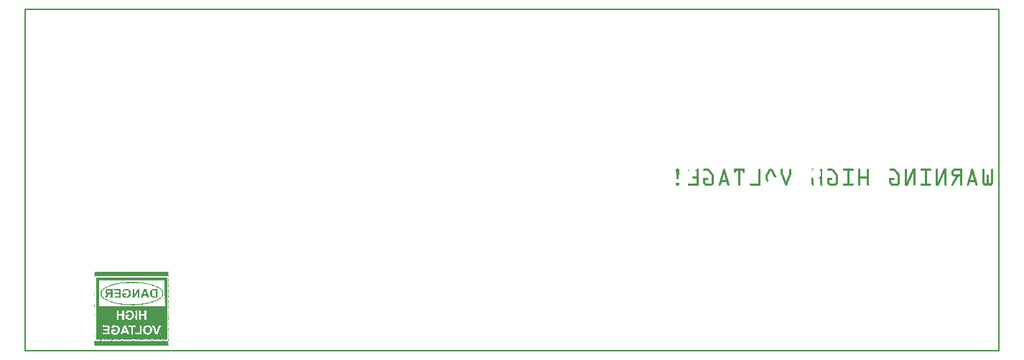
<source format=gbo>
G04 MADE WITH FRITZING*
G04 WWW.FRITZING.ORG*
G04 DOUBLE SIDED*
G04 HOLES PLATED*
G04 CONTOUR ON CENTER OF CONTOUR VECTOR*
%ASAXBY*%
%FSLAX23Y23*%
%MOIN*%
%OFA0B0*%
%SFA1.0B1.0*%
%ADD10R,4.527570X1.594490X4.511570X1.578490*%
%ADD11C,0.008000*%
%ADD12R,0.001000X0.001000*%
%LNSILK0*%
G90*
G70*
G54D11*
X4Y1590D02*
X4524Y1590D01*
X4524Y4D01*
X4Y4D01*
X4Y1590D01*
D02*
G36*
X670Y371D02*
X670Y369D01*
X669Y369D01*
X669Y370D01*
X668Y370D01*
X668Y371D01*
X670Y371D01*
G37*
D02*
G36*
X667Y371D02*
X667Y370D01*
X665Y370D01*
X665Y371D01*
X667Y371D01*
G37*
D02*
G36*
X663Y371D02*
X663Y370D01*
X661Y370D01*
X661Y371D01*
X663Y371D01*
G37*
D02*
G36*
X660Y371D02*
X660Y370D01*
X658Y370D01*
X658Y371D01*
X660Y371D01*
G37*
D02*
G36*
X657Y371D02*
X657Y370D01*
X654Y370D01*
X654Y371D01*
X657Y371D01*
G37*
D02*
G36*
X653Y371D02*
X653Y370D01*
X651Y370D01*
X651Y371D01*
X653Y371D01*
G37*
D02*
G36*
X650Y371D02*
X650Y370D01*
X648Y370D01*
X648Y371D01*
X650Y371D01*
G37*
D02*
G36*
X646Y371D02*
X646Y370D01*
X644Y370D01*
X644Y371D01*
X646Y371D01*
G37*
D02*
G36*
X643Y371D02*
X643Y370D01*
X641Y370D01*
X641Y371D01*
X643Y371D01*
G37*
D02*
G36*
X640Y371D02*
X640Y370D01*
X637Y370D01*
X637Y371D01*
X640Y371D01*
G37*
D02*
G36*
X636Y371D02*
X636Y370D01*
X634Y370D01*
X634Y371D01*
X636Y371D01*
G37*
D02*
G36*
X633Y371D02*
X633Y370D01*
X630Y370D01*
X630Y371D01*
X633Y371D01*
G37*
D02*
G36*
X629Y371D02*
X629Y370D01*
X627Y370D01*
X627Y371D01*
X629Y371D01*
G37*
D02*
G36*
X626Y371D02*
X626Y370D01*
X624Y370D01*
X624Y371D01*
X626Y371D01*
G37*
D02*
G36*
X622Y371D02*
X622Y370D01*
X620Y370D01*
X620Y371D01*
X622Y371D01*
G37*
D02*
G36*
X619Y371D02*
X619Y370D01*
X617Y370D01*
X617Y371D01*
X619Y371D01*
G37*
D02*
G36*
X616Y371D02*
X616Y370D01*
X613Y370D01*
X613Y371D01*
X616Y371D01*
G37*
D02*
G36*
X612Y371D02*
X612Y370D01*
X610Y370D01*
X610Y371D01*
X612Y371D01*
G37*
D02*
G36*
X609Y371D02*
X609Y370D01*
X607Y370D01*
X607Y371D01*
X609Y371D01*
G37*
D02*
G36*
X605Y371D02*
X605Y370D01*
X603Y370D01*
X603Y371D01*
X605Y371D01*
G37*
D02*
G36*
X602Y371D02*
X602Y370D01*
X600Y370D01*
X600Y371D01*
X602Y371D01*
G37*
D02*
G36*
X599Y371D02*
X599Y370D01*
X596Y370D01*
X596Y371D01*
X599Y371D01*
G37*
D02*
G36*
X595Y371D02*
X595Y370D01*
X593Y370D01*
X593Y371D01*
X595Y371D01*
G37*
D02*
G36*
X592Y371D02*
X592Y370D01*
X589Y370D01*
X589Y371D01*
X592Y371D01*
G37*
D02*
G36*
X588Y371D02*
X588Y370D01*
X586Y370D01*
X586Y371D01*
X588Y371D01*
G37*
D02*
G36*
X585Y371D02*
X585Y370D01*
X583Y370D01*
X583Y371D01*
X585Y371D01*
G37*
D02*
G36*
X582Y371D02*
X582Y370D01*
X579Y370D01*
X579Y371D01*
X582Y371D01*
G37*
D02*
G36*
X578Y371D02*
X578Y370D01*
X576Y370D01*
X576Y371D01*
X578Y371D01*
G37*
D02*
G36*
X575Y371D02*
X575Y370D01*
X572Y370D01*
X572Y371D01*
X575Y371D01*
G37*
D02*
G36*
X571Y371D02*
X571Y370D01*
X569Y370D01*
X569Y371D01*
X571Y371D01*
G37*
D02*
G36*
X568Y371D02*
X568Y370D01*
X566Y370D01*
X566Y371D01*
X568Y371D01*
G37*
D02*
G36*
X564Y371D02*
X564Y370D01*
X562Y370D01*
X562Y371D01*
X564Y371D01*
G37*
D02*
G36*
X561Y371D02*
X561Y370D01*
X559Y370D01*
X559Y371D01*
X561Y371D01*
G37*
D02*
G36*
X558Y371D02*
X558Y370D01*
X555Y370D01*
X555Y371D01*
X558Y371D01*
G37*
D02*
G36*
X554Y371D02*
X554Y370D01*
X552Y370D01*
X552Y371D01*
X554Y371D01*
G37*
D02*
G36*
X551Y371D02*
X551Y370D01*
X549Y370D01*
X549Y371D01*
X551Y371D01*
G37*
D02*
G36*
X547Y371D02*
X547Y370D01*
X545Y370D01*
X545Y371D01*
X547Y371D01*
G37*
D02*
G36*
X544Y371D02*
X544Y370D01*
X542Y370D01*
X542Y371D01*
X544Y371D01*
G37*
D02*
G36*
X541Y371D02*
X541Y370D01*
X538Y370D01*
X538Y371D01*
X541Y371D01*
G37*
D02*
G36*
X537Y371D02*
X537Y370D01*
X535Y370D01*
X535Y371D01*
X537Y371D01*
G37*
D02*
G36*
X534Y371D02*
X534Y370D01*
X531Y370D01*
X531Y371D01*
X534Y371D01*
G37*
D02*
G36*
X530Y371D02*
X530Y370D01*
X528Y370D01*
X528Y371D01*
X530Y371D01*
G37*
D02*
G36*
X527Y371D02*
X527Y370D01*
X525Y370D01*
X525Y371D01*
X527Y371D01*
G37*
D02*
G36*
X524Y371D02*
X524Y370D01*
X521Y370D01*
X521Y371D01*
X524Y371D01*
G37*
D02*
G36*
X520Y371D02*
X520Y370D01*
X518Y370D01*
X518Y371D01*
X520Y371D01*
G37*
D02*
G36*
X517Y371D02*
X517Y370D01*
X514Y370D01*
X514Y371D01*
X517Y371D01*
G37*
D02*
G36*
X513Y371D02*
X513Y370D01*
X511Y370D01*
X511Y371D01*
X513Y371D01*
G37*
D02*
G36*
X510Y371D02*
X510Y370D01*
X508Y370D01*
X508Y371D01*
X510Y371D01*
G37*
D02*
G36*
X506Y371D02*
X506Y370D01*
X504Y370D01*
X504Y371D01*
X506Y371D01*
G37*
D02*
G36*
X503Y371D02*
X503Y370D01*
X501Y370D01*
X501Y371D01*
X503Y371D01*
G37*
D02*
G36*
X500Y371D02*
X500Y370D01*
X497Y370D01*
X497Y371D01*
X500Y371D01*
G37*
D02*
G36*
X496Y371D02*
X496Y370D01*
X494Y370D01*
X494Y371D01*
X496Y371D01*
G37*
D02*
G36*
X493Y371D02*
X493Y370D01*
X491Y370D01*
X491Y371D01*
X493Y371D01*
G37*
D02*
G36*
X489Y371D02*
X489Y370D01*
X487Y370D01*
X487Y371D01*
X489Y371D01*
G37*
D02*
G36*
X486Y371D02*
X486Y370D01*
X484Y370D01*
X484Y371D01*
X486Y371D01*
G37*
D02*
G36*
X483Y371D02*
X483Y370D01*
X480Y370D01*
X480Y371D01*
X483Y371D01*
G37*
D02*
G36*
X479Y371D02*
X479Y370D01*
X477Y370D01*
X477Y371D01*
X479Y371D01*
G37*
D02*
G36*
X476Y371D02*
X476Y370D01*
X473Y370D01*
X473Y371D01*
X476Y371D01*
G37*
D02*
G36*
X472Y371D02*
X472Y370D01*
X470Y370D01*
X470Y371D01*
X472Y371D01*
G37*
D02*
G36*
X469Y371D02*
X469Y370D01*
X467Y370D01*
X467Y371D01*
X469Y371D01*
G37*
D02*
G36*
X465Y371D02*
X465Y370D01*
X463Y370D01*
X463Y371D01*
X465Y371D01*
G37*
D02*
G36*
X462Y371D02*
X462Y370D01*
X460Y370D01*
X460Y371D01*
X462Y371D01*
G37*
D02*
G36*
X459Y371D02*
X459Y370D01*
X456Y370D01*
X456Y371D01*
X459Y371D01*
G37*
D02*
G36*
X455Y371D02*
X455Y370D01*
X453Y370D01*
X453Y371D01*
X455Y371D01*
G37*
D02*
G36*
X452Y371D02*
X452Y370D01*
X450Y370D01*
X450Y371D01*
X452Y371D01*
G37*
D02*
G36*
X448Y371D02*
X448Y370D01*
X446Y370D01*
X446Y371D01*
X448Y371D01*
G37*
D02*
G36*
X445Y371D02*
X445Y370D01*
X443Y370D01*
X443Y371D01*
X445Y371D01*
G37*
D02*
G36*
X442Y371D02*
X442Y370D01*
X439Y370D01*
X439Y371D01*
X442Y371D01*
G37*
D02*
G36*
X438Y371D02*
X438Y370D01*
X436Y370D01*
X436Y371D01*
X438Y371D01*
G37*
D02*
G36*
X435Y371D02*
X435Y370D01*
X432Y370D01*
X432Y371D01*
X435Y371D01*
G37*
D02*
G36*
X431Y371D02*
X431Y370D01*
X429Y370D01*
X429Y371D01*
X431Y371D01*
G37*
D02*
G36*
X428Y371D02*
X428Y370D01*
X426Y370D01*
X426Y371D01*
X428Y371D01*
G37*
D02*
G36*
X425Y371D02*
X425Y370D01*
X422Y370D01*
X422Y371D01*
X425Y371D01*
G37*
D02*
G36*
X421Y371D02*
X421Y370D01*
X419Y370D01*
X419Y371D01*
X421Y371D01*
G37*
D02*
G36*
X418Y371D02*
X418Y370D01*
X415Y370D01*
X415Y371D01*
X418Y371D01*
G37*
D02*
G36*
X414Y371D02*
X414Y370D01*
X412Y370D01*
X412Y371D01*
X414Y371D01*
G37*
D02*
G36*
X411Y371D02*
X411Y370D01*
X409Y370D01*
X409Y371D01*
X411Y371D01*
G37*
D02*
G36*
X407Y371D02*
X407Y370D01*
X405Y370D01*
X405Y371D01*
X407Y371D01*
G37*
D02*
G36*
X404Y371D02*
X404Y370D01*
X402Y370D01*
X402Y371D01*
X404Y371D01*
G37*
D02*
G36*
X401Y371D02*
X401Y370D01*
X398Y370D01*
X398Y371D01*
X401Y371D01*
G37*
D02*
G36*
X397Y371D02*
X397Y370D01*
X395Y370D01*
X395Y371D01*
X397Y371D01*
G37*
D02*
G36*
X394Y371D02*
X394Y370D01*
X392Y370D01*
X392Y371D01*
X394Y371D01*
G37*
D02*
G36*
X390Y371D02*
X390Y370D01*
X388Y370D01*
X388Y371D01*
X390Y371D01*
G37*
D02*
G36*
X387Y371D02*
X387Y370D01*
X385Y370D01*
X385Y371D01*
X387Y371D01*
G37*
D02*
G36*
X384Y371D02*
X384Y370D01*
X381Y370D01*
X381Y371D01*
X384Y371D01*
G37*
D02*
G36*
X380Y371D02*
X380Y370D01*
X378Y370D01*
X378Y371D01*
X380Y371D01*
G37*
D02*
G36*
X377Y371D02*
X377Y370D01*
X374Y370D01*
X374Y371D01*
X377Y371D01*
G37*
D02*
G36*
X373Y371D02*
X373Y370D01*
X371Y370D01*
X371Y371D01*
X373Y371D01*
G37*
D02*
G36*
X370Y371D02*
X370Y370D01*
X368Y370D01*
X368Y371D01*
X370Y371D01*
G37*
D02*
G36*
X367Y371D02*
X367Y370D01*
X364Y370D01*
X364Y371D01*
X367Y371D01*
G37*
D02*
G36*
X363Y371D02*
X363Y370D01*
X361Y370D01*
X361Y371D01*
X363Y371D01*
G37*
D02*
G36*
X360Y371D02*
X360Y370D01*
X357Y370D01*
X357Y371D01*
X360Y371D01*
G37*
D02*
G36*
X356Y371D02*
X356Y370D01*
X354Y370D01*
X354Y371D01*
X356Y371D01*
G37*
D02*
G36*
X353Y371D02*
X353Y370D01*
X351Y370D01*
X351Y371D01*
X353Y371D01*
G37*
D02*
G36*
X349Y371D02*
X349Y370D01*
X347Y370D01*
X347Y371D01*
X349Y371D01*
G37*
D02*
G36*
X346Y371D02*
X346Y370D01*
X344Y370D01*
X344Y371D01*
X346Y371D01*
G37*
D02*
G36*
X343Y371D02*
X343Y370D01*
X340Y370D01*
X340Y371D01*
X343Y371D01*
G37*
D02*
G36*
X339Y371D02*
X339Y370D01*
X337Y370D01*
X337Y371D01*
X339Y371D01*
G37*
D02*
G36*
X336Y371D02*
X336Y370D01*
X334Y370D01*
X334Y371D01*
X336Y371D01*
G37*
D02*
G36*
X332Y371D02*
X332Y370D01*
X330Y370D01*
X330Y371D01*
X332Y371D01*
G37*
D02*
G36*
X329Y371D02*
X329Y370D01*
X328Y370D01*
X328Y369D01*
X326Y369D01*
X326Y370D01*
X327Y370D01*
X327Y371D01*
X329Y371D01*
G37*
D02*
G36*
X668Y370D02*
X668Y369D01*
X667Y369D01*
X667Y370D01*
X668Y370D01*
G37*
D02*
G36*
X666Y370D02*
X666Y369D01*
X663Y369D01*
X663Y370D01*
X666Y370D01*
G37*
D02*
G36*
X662Y370D02*
X662Y369D01*
X660Y369D01*
X660Y370D01*
X662Y370D01*
G37*
D02*
G36*
X659Y370D02*
X659Y369D01*
X657Y369D01*
X657Y370D01*
X659Y370D01*
G37*
D02*
G36*
X655Y370D02*
X655Y369D01*
X653Y369D01*
X653Y370D01*
X655Y370D01*
G37*
D02*
G36*
X652Y370D02*
X652Y369D01*
X650Y369D01*
X650Y370D01*
X652Y370D01*
G37*
D02*
G36*
X649Y370D02*
X649Y369D01*
X646Y369D01*
X646Y370D01*
X649Y370D01*
G37*
D02*
G36*
X645Y370D02*
X645Y369D01*
X643Y369D01*
X643Y370D01*
X645Y370D01*
G37*
D02*
G36*
X642Y370D02*
X642Y369D01*
X640Y369D01*
X640Y370D01*
X642Y370D01*
G37*
D02*
G36*
X638Y370D02*
X638Y369D01*
X636Y369D01*
X636Y370D01*
X638Y370D01*
G37*
D02*
G36*
X635Y370D02*
X635Y369D01*
X633Y369D01*
X633Y370D01*
X635Y370D01*
G37*
D02*
G36*
X632Y370D02*
X632Y369D01*
X629Y369D01*
X629Y370D01*
X632Y370D01*
G37*
D02*
G36*
X628Y370D02*
X628Y369D01*
X626Y369D01*
X626Y370D01*
X628Y370D01*
G37*
D02*
G36*
X625Y370D02*
X625Y369D01*
X622Y369D01*
X622Y370D01*
X625Y370D01*
G37*
D02*
G36*
X621Y370D02*
X621Y369D01*
X619Y369D01*
X619Y370D01*
X621Y370D01*
G37*
D02*
G36*
X618Y370D02*
X618Y369D01*
X616Y369D01*
X616Y370D01*
X618Y370D01*
G37*
D02*
G36*
X615Y370D02*
X615Y369D01*
X612Y369D01*
X612Y370D01*
X615Y370D01*
G37*
D02*
G36*
X611Y370D02*
X611Y369D01*
X609Y369D01*
X609Y370D01*
X611Y370D01*
G37*
D02*
G36*
X608Y370D02*
X608Y369D01*
X605Y369D01*
X605Y370D01*
X608Y370D01*
G37*
D02*
G36*
X604Y370D02*
X604Y369D01*
X602Y369D01*
X602Y370D01*
X604Y370D01*
G37*
D02*
G36*
X601Y370D02*
X601Y369D01*
X599Y369D01*
X599Y370D01*
X601Y370D01*
G37*
D02*
G36*
X597Y370D02*
X597Y369D01*
X595Y369D01*
X595Y370D01*
X597Y370D01*
G37*
D02*
G36*
X594Y370D02*
X594Y369D01*
X592Y369D01*
X592Y370D01*
X594Y370D01*
G37*
D02*
G36*
X591Y370D02*
X591Y369D01*
X588Y369D01*
X588Y370D01*
X591Y370D01*
G37*
D02*
G36*
X587Y370D02*
X587Y369D01*
X585Y369D01*
X585Y370D01*
X587Y370D01*
G37*
D02*
G36*
X584Y370D02*
X584Y369D01*
X582Y369D01*
X582Y370D01*
X584Y370D01*
G37*
D02*
G36*
X580Y370D02*
X580Y369D01*
X578Y369D01*
X578Y370D01*
X580Y370D01*
G37*
D02*
G36*
X577Y370D02*
X577Y369D01*
X575Y369D01*
X575Y370D01*
X577Y370D01*
G37*
D02*
G36*
X574Y370D02*
X574Y369D01*
X571Y369D01*
X571Y370D01*
X574Y370D01*
G37*
D02*
G36*
X570Y370D02*
X570Y369D01*
X568Y369D01*
X568Y370D01*
X570Y370D01*
G37*
D02*
G36*
X567Y370D02*
X567Y369D01*
X564Y369D01*
X564Y370D01*
X567Y370D01*
G37*
D02*
G36*
X563Y370D02*
X563Y369D01*
X561Y369D01*
X561Y370D01*
X563Y370D01*
G37*
D02*
G36*
X560Y370D02*
X560Y369D01*
X558Y369D01*
X558Y370D01*
X560Y370D01*
G37*
D02*
G36*
X556Y370D02*
X556Y369D01*
X554Y369D01*
X554Y370D01*
X556Y370D01*
G37*
D02*
G36*
X553Y370D02*
X553Y369D01*
X551Y369D01*
X551Y370D01*
X553Y370D01*
G37*
D02*
G36*
X550Y370D02*
X550Y369D01*
X547Y369D01*
X547Y370D01*
X550Y370D01*
G37*
D02*
G36*
X546Y370D02*
X546Y369D01*
X544Y369D01*
X544Y370D01*
X546Y370D01*
G37*
D02*
G36*
X543Y370D02*
X543Y369D01*
X541Y369D01*
X541Y370D01*
X543Y370D01*
G37*
D02*
G36*
X539Y370D02*
X539Y369D01*
X537Y369D01*
X537Y370D01*
X539Y370D01*
G37*
D02*
G36*
X536Y370D02*
X536Y369D01*
X534Y369D01*
X534Y370D01*
X536Y370D01*
G37*
D02*
G36*
X533Y370D02*
X533Y369D01*
X530Y369D01*
X530Y370D01*
X533Y370D01*
G37*
D02*
G36*
X529Y370D02*
X529Y369D01*
X527Y369D01*
X527Y370D01*
X529Y370D01*
G37*
D02*
G36*
X526Y370D02*
X526Y369D01*
X524Y369D01*
X524Y370D01*
X526Y370D01*
G37*
D02*
G36*
X522Y370D02*
X522Y369D01*
X520Y369D01*
X520Y370D01*
X522Y370D01*
G37*
D02*
G36*
X519Y370D02*
X519Y369D01*
X517Y369D01*
X517Y370D01*
X519Y370D01*
G37*
D02*
G36*
X516Y370D02*
X516Y369D01*
X513Y369D01*
X513Y370D01*
X516Y370D01*
G37*
D02*
G36*
X512Y370D02*
X512Y369D01*
X510Y369D01*
X510Y370D01*
X512Y370D01*
G37*
D02*
G36*
X509Y370D02*
X509Y369D01*
X506Y369D01*
X506Y370D01*
X509Y370D01*
G37*
D02*
G36*
X505Y370D02*
X505Y369D01*
X503Y369D01*
X503Y370D01*
X505Y370D01*
G37*
D02*
G36*
X502Y370D02*
X502Y369D01*
X500Y369D01*
X500Y370D01*
X502Y370D01*
G37*
D02*
G36*
X498Y370D02*
X498Y369D01*
X496Y369D01*
X496Y370D01*
X498Y370D01*
G37*
D02*
G36*
X495Y370D02*
X495Y369D01*
X493Y369D01*
X493Y370D01*
X495Y370D01*
G37*
D02*
G36*
X492Y370D02*
X492Y369D01*
X489Y369D01*
X489Y370D01*
X492Y370D01*
G37*
D02*
G36*
X488Y370D02*
X488Y369D01*
X486Y369D01*
X486Y370D01*
X488Y370D01*
G37*
D02*
G36*
X485Y370D02*
X485Y369D01*
X483Y369D01*
X483Y370D01*
X485Y370D01*
G37*
D02*
G36*
X481Y370D02*
X481Y369D01*
X479Y369D01*
X479Y370D01*
X481Y370D01*
G37*
D02*
G36*
X478Y370D02*
X478Y369D01*
X476Y369D01*
X476Y370D01*
X478Y370D01*
G37*
D02*
G36*
X475Y370D02*
X475Y369D01*
X472Y369D01*
X472Y370D01*
X475Y370D01*
G37*
D02*
G36*
X471Y370D02*
X471Y369D01*
X469Y369D01*
X469Y370D01*
X471Y370D01*
G37*
D02*
G36*
X468Y370D02*
X468Y369D01*
X465Y369D01*
X465Y370D01*
X468Y370D01*
G37*
D02*
G36*
X464Y370D02*
X464Y369D01*
X462Y369D01*
X462Y370D01*
X464Y370D01*
G37*
D02*
G36*
X461Y370D02*
X461Y369D01*
X459Y369D01*
X459Y370D01*
X461Y370D01*
G37*
D02*
G36*
X458Y370D02*
X458Y369D01*
X455Y369D01*
X455Y370D01*
X458Y370D01*
G37*
D02*
G36*
X454Y370D02*
X454Y369D01*
X452Y369D01*
X452Y370D01*
X454Y370D01*
G37*
D02*
G36*
X451Y370D02*
X451Y369D01*
X448Y369D01*
X448Y370D01*
X451Y370D01*
G37*
D02*
G36*
X447Y370D02*
X447Y369D01*
X445Y369D01*
X445Y370D01*
X447Y370D01*
G37*
D02*
G36*
X444Y370D02*
X444Y369D01*
X442Y369D01*
X442Y370D01*
X444Y370D01*
G37*
D02*
G36*
X440Y370D02*
X440Y369D01*
X438Y369D01*
X438Y370D01*
X440Y370D01*
G37*
D02*
G36*
X437Y370D02*
X437Y369D01*
X435Y369D01*
X435Y370D01*
X437Y370D01*
G37*
D02*
G36*
X434Y370D02*
X434Y369D01*
X431Y369D01*
X431Y370D01*
X434Y370D01*
G37*
D02*
G36*
X430Y370D02*
X430Y369D01*
X428Y369D01*
X428Y370D01*
X430Y370D01*
G37*
D02*
G36*
X427Y370D02*
X427Y369D01*
X425Y369D01*
X425Y370D01*
X427Y370D01*
G37*
D02*
G36*
X423Y370D02*
X423Y369D01*
X421Y369D01*
X421Y370D01*
X423Y370D01*
G37*
D02*
G36*
X420Y370D02*
X420Y369D01*
X418Y369D01*
X418Y370D01*
X420Y370D01*
G37*
D02*
G36*
X417Y370D02*
X417Y369D01*
X414Y369D01*
X414Y370D01*
X417Y370D01*
G37*
D02*
G36*
X413Y370D02*
X413Y369D01*
X411Y369D01*
X411Y370D01*
X413Y370D01*
G37*
D02*
G36*
X410Y370D02*
X410Y369D01*
X407Y369D01*
X407Y370D01*
X410Y370D01*
G37*
D02*
G36*
X406Y370D02*
X406Y369D01*
X404Y369D01*
X404Y370D01*
X406Y370D01*
G37*
D02*
G36*
X403Y370D02*
X403Y369D01*
X401Y369D01*
X401Y370D01*
X403Y370D01*
G37*
D02*
G36*
X399Y370D02*
X399Y369D01*
X397Y369D01*
X397Y370D01*
X399Y370D01*
G37*
D02*
G36*
X396Y370D02*
X396Y369D01*
X394Y369D01*
X394Y370D01*
X396Y370D01*
G37*
D02*
G36*
X393Y370D02*
X393Y369D01*
X390Y369D01*
X390Y370D01*
X393Y370D01*
G37*
D02*
G36*
X389Y370D02*
X389Y369D01*
X387Y369D01*
X387Y370D01*
X389Y370D01*
G37*
D02*
G36*
X386Y370D02*
X386Y369D01*
X384Y369D01*
X384Y370D01*
X386Y370D01*
G37*
D02*
G36*
X382Y370D02*
X382Y369D01*
X380Y369D01*
X380Y370D01*
X382Y370D01*
G37*
D02*
G36*
X379Y370D02*
X379Y369D01*
X377Y369D01*
X377Y370D01*
X379Y370D01*
G37*
D02*
G36*
X376Y370D02*
X376Y369D01*
X373Y369D01*
X373Y370D01*
X376Y370D01*
G37*
D02*
G36*
X372Y370D02*
X372Y369D01*
X370Y369D01*
X370Y370D01*
X372Y370D01*
G37*
D02*
G36*
X369Y370D02*
X369Y369D01*
X367Y369D01*
X367Y370D01*
X369Y370D01*
G37*
D02*
G36*
X365Y370D02*
X365Y369D01*
X363Y369D01*
X363Y370D01*
X365Y370D01*
G37*
D02*
G36*
X362Y370D02*
X362Y369D01*
X360Y369D01*
X360Y370D01*
X362Y370D01*
G37*
D02*
G36*
X359Y370D02*
X359Y369D01*
X356Y369D01*
X356Y370D01*
X359Y370D01*
G37*
D02*
G36*
X355Y370D02*
X355Y369D01*
X353Y369D01*
X353Y370D01*
X355Y370D01*
G37*
D02*
G36*
X352Y370D02*
X352Y369D01*
X349Y369D01*
X349Y370D01*
X352Y370D01*
G37*
D02*
G36*
X348Y370D02*
X348Y369D01*
X346Y369D01*
X346Y370D01*
X348Y370D01*
G37*
D02*
G36*
X345Y370D02*
X345Y369D01*
X343Y369D01*
X343Y370D01*
X345Y370D01*
G37*
D02*
G36*
X341Y370D02*
X341Y369D01*
X339Y369D01*
X339Y370D01*
X341Y370D01*
G37*
D02*
G36*
X338Y370D02*
X338Y369D01*
X336Y369D01*
X336Y370D01*
X338Y370D01*
G37*
D02*
G36*
X335Y370D02*
X335Y369D01*
X332Y369D01*
X332Y370D01*
X335Y370D01*
G37*
D02*
G36*
X331Y370D02*
X331Y369D01*
X329Y369D01*
X329Y370D01*
X331Y370D01*
G37*
D02*
G36*
X670Y369D02*
X670Y368D01*
X327Y368D01*
X327Y369D01*
X670Y369D01*
G37*
D02*
G36*
X670Y369D02*
X670Y368D01*
X327Y368D01*
X327Y369D01*
X670Y369D01*
G37*
D02*
G36*
X670Y369D02*
X670Y368D01*
X327Y368D01*
X327Y369D01*
X670Y369D01*
G37*
D02*
G36*
X670Y369D02*
X670Y368D01*
X327Y368D01*
X327Y369D01*
X670Y369D01*
G37*
D02*
G36*
X670Y369D02*
X670Y368D01*
X327Y368D01*
X327Y369D01*
X670Y369D01*
G37*
D02*
G36*
X670Y369D02*
X670Y368D01*
X327Y368D01*
X327Y369D01*
X670Y369D01*
G37*
D02*
G36*
X670Y369D02*
X670Y368D01*
X327Y368D01*
X327Y369D01*
X670Y369D01*
G37*
D02*
G36*
X670Y369D02*
X670Y368D01*
X327Y368D01*
X327Y369D01*
X670Y369D01*
G37*
D02*
G36*
X670Y369D02*
X670Y368D01*
X327Y368D01*
X327Y369D01*
X670Y369D01*
G37*
D02*
G36*
X670Y369D02*
X670Y368D01*
X327Y368D01*
X327Y369D01*
X670Y369D01*
G37*
D02*
G36*
X670Y369D02*
X670Y368D01*
X327Y368D01*
X327Y369D01*
X670Y369D01*
G37*
D02*
G36*
X670Y369D02*
X670Y368D01*
X327Y368D01*
X327Y369D01*
X670Y369D01*
G37*
D02*
G36*
X670Y369D02*
X670Y368D01*
X327Y368D01*
X327Y369D01*
X670Y369D01*
G37*
D02*
G36*
X670Y369D02*
X670Y368D01*
X327Y368D01*
X327Y369D01*
X670Y369D01*
G37*
D02*
G36*
X670Y369D02*
X670Y368D01*
X327Y368D01*
X327Y369D01*
X670Y369D01*
G37*
D02*
G36*
X670Y369D02*
X670Y368D01*
X327Y368D01*
X327Y369D01*
X670Y369D01*
G37*
D02*
G36*
X670Y369D02*
X670Y368D01*
X327Y368D01*
X327Y369D01*
X670Y369D01*
G37*
D02*
G36*
X670Y369D02*
X670Y368D01*
X327Y368D01*
X327Y369D01*
X670Y369D01*
G37*
D02*
G36*
X670Y369D02*
X670Y368D01*
X327Y368D01*
X327Y369D01*
X670Y369D01*
G37*
D02*
G36*
X670Y369D02*
X670Y368D01*
X327Y368D01*
X327Y369D01*
X670Y369D01*
G37*
D02*
G36*
X670Y369D02*
X670Y368D01*
X327Y368D01*
X327Y369D01*
X670Y369D01*
G37*
D02*
G36*
X670Y369D02*
X670Y368D01*
X327Y368D01*
X327Y369D01*
X670Y369D01*
G37*
D02*
G36*
X670Y369D02*
X670Y368D01*
X327Y368D01*
X327Y369D01*
X670Y369D01*
G37*
D02*
G36*
X670Y369D02*
X670Y368D01*
X327Y368D01*
X327Y369D01*
X670Y369D01*
G37*
D02*
G36*
X670Y369D02*
X670Y368D01*
X327Y368D01*
X327Y369D01*
X670Y369D01*
G37*
D02*
G36*
X670Y369D02*
X670Y368D01*
X327Y368D01*
X327Y369D01*
X670Y369D01*
G37*
D02*
G36*
X670Y369D02*
X670Y368D01*
X327Y368D01*
X327Y369D01*
X670Y369D01*
G37*
D02*
G36*
X670Y369D02*
X670Y368D01*
X327Y368D01*
X327Y369D01*
X670Y369D01*
G37*
D02*
G36*
X670Y369D02*
X670Y368D01*
X327Y368D01*
X327Y369D01*
X670Y369D01*
G37*
D02*
G36*
X670Y369D02*
X670Y368D01*
X327Y368D01*
X327Y369D01*
X670Y369D01*
G37*
D02*
G36*
X670Y369D02*
X670Y368D01*
X327Y368D01*
X327Y369D01*
X670Y369D01*
G37*
D02*
G36*
X670Y369D02*
X670Y368D01*
X327Y368D01*
X327Y369D01*
X670Y369D01*
G37*
D02*
G36*
X670Y369D02*
X670Y368D01*
X327Y368D01*
X327Y369D01*
X670Y369D01*
G37*
D02*
G36*
X670Y369D02*
X670Y368D01*
X327Y368D01*
X327Y369D01*
X670Y369D01*
G37*
D02*
G36*
X670Y369D02*
X670Y368D01*
X327Y368D01*
X327Y369D01*
X670Y369D01*
G37*
D02*
G36*
X670Y369D02*
X670Y368D01*
X327Y368D01*
X327Y369D01*
X670Y369D01*
G37*
D02*
G36*
X670Y369D02*
X670Y368D01*
X327Y368D01*
X327Y369D01*
X670Y369D01*
G37*
D02*
G36*
X670Y369D02*
X670Y368D01*
X327Y368D01*
X327Y369D01*
X670Y369D01*
G37*
D02*
G36*
X670Y369D02*
X670Y368D01*
X327Y368D01*
X327Y369D01*
X670Y369D01*
G37*
D02*
G36*
X670Y369D02*
X670Y368D01*
X327Y368D01*
X327Y369D01*
X670Y369D01*
G37*
D02*
G36*
X670Y369D02*
X670Y368D01*
X327Y368D01*
X327Y369D01*
X670Y369D01*
G37*
D02*
G36*
X670Y369D02*
X670Y368D01*
X327Y368D01*
X327Y369D01*
X670Y369D01*
G37*
D02*
G36*
X670Y369D02*
X670Y368D01*
X327Y368D01*
X327Y369D01*
X670Y369D01*
G37*
D02*
G36*
X670Y369D02*
X670Y368D01*
X327Y368D01*
X327Y369D01*
X670Y369D01*
G37*
D02*
G36*
X670Y369D02*
X670Y368D01*
X327Y368D01*
X327Y369D01*
X670Y369D01*
G37*
D02*
G36*
X670Y369D02*
X670Y368D01*
X327Y368D01*
X327Y369D01*
X670Y369D01*
G37*
D02*
G36*
X670Y369D02*
X670Y368D01*
X327Y368D01*
X327Y369D01*
X670Y369D01*
G37*
D02*
G36*
X670Y369D02*
X670Y368D01*
X327Y368D01*
X327Y369D01*
X670Y369D01*
G37*
D02*
G36*
X670Y369D02*
X670Y368D01*
X327Y368D01*
X327Y369D01*
X670Y369D01*
G37*
D02*
G36*
X670Y369D02*
X670Y368D01*
X327Y368D01*
X327Y369D01*
X670Y369D01*
G37*
D02*
G36*
X670Y369D02*
X670Y368D01*
X327Y368D01*
X327Y369D01*
X670Y369D01*
G37*
D02*
G36*
X670Y369D02*
X670Y368D01*
X327Y368D01*
X327Y369D01*
X670Y369D01*
G37*
D02*
G36*
X670Y369D02*
X670Y368D01*
X327Y368D01*
X327Y369D01*
X670Y369D01*
G37*
D02*
G36*
X670Y369D02*
X670Y368D01*
X327Y368D01*
X327Y369D01*
X670Y369D01*
G37*
D02*
G36*
X670Y369D02*
X670Y368D01*
X327Y368D01*
X327Y369D01*
X670Y369D01*
G37*
D02*
G36*
X670Y369D02*
X670Y368D01*
X327Y368D01*
X327Y369D01*
X670Y369D01*
G37*
D02*
G36*
X670Y369D02*
X670Y368D01*
X327Y368D01*
X327Y369D01*
X670Y369D01*
G37*
D02*
G36*
X670Y369D02*
X670Y368D01*
X327Y368D01*
X327Y369D01*
X670Y369D01*
G37*
D02*
G36*
X670Y369D02*
X670Y368D01*
X327Y368D01*
X327Y369D01*
X670Y369D01*
G37*
D02*
G36*
X670Y369D02*
X670Y368D01*
X327Y368D01*
X327Y369D01*
X670Y369D01*
G37*
D02*
G36*
X670Y369D02*
X670Y368D01*
X327Y368D01*
X327Y369D01*
X670Y369D01*
G37*
D02*
G36*
X670Y369D02*
X670Y368D01*
X327Y368D01*
X327Y369D01*
X670Y369D01*
G37*
D02*
G36*
X670Y369D02*
X670Y368D01*
X327Y368D01*
X327Y369D01*
X670Y369D01*
G37*
D02*
G36*
X670Y369D02*
X670Y368D01*
X327Y368D01*
X327Y369D01*
X670Y369D01*
G37*
D02*
G36*
X670Y369D02*
X670Y368D01*
X327Y368D01*
X327Y369D01*
X670Y369D01*
G37*
D02*
G36*
X670Y369D02*
X670Y368D01*
X327Y368D01*
X327Y369D01*
X670Y369D01*
G37*
D02*
G36*
X670Y369D02*
X670Y368D01*
X327Y368D01*
X327Y369D01*
X670Y369D01*
G37*
D02*
G36*
X670Y369D02*
X670Y368D01*
X327Y368D01*
X327Y369D01*
X670Y369D01*
G37*
D02*
G36*
X670Y369D02*
X670Y368D01*
X327Y368D01*
X327Y369D01*
X670Y369D01*
G37*
D02*
G36*
X670Y369D02*
X670Y368D01*
X327Y368D01*
X327Y369D01*
X670Y369D01*
G37*
D02*
G36*
X670Y369D02*
X670Y368D01*
X327Y368D01*
X327Y369D01*
X670Y369D01*
G37*
D02*
G36*
X670Y369D02*
X670Y368D01*
X327Y368D01*
X327Y369D01*
X670Y369D01*
G37*
D02*
G36*
X670Y369D02*
X670Y368D01*
X327Y368D01*
X327Y369D01*
X670Y369D01*
G37*
D02*
G36*
X670Y369D02*
X670Y368D01*
X327Y368D01*
X327Y369D01*
X670Y369D01*
G37*
D02*
G36*
X670Y369D02*
X670Y368D01*
X327Y368D01*
X327Y369D01*
X670Y369D01*
G37*
D02*
G36*
X670Y369D02*
X670Y368D01*
X327Y368D01*
X327Y369D01*
X670Y369D01*
G37*
D02*
G36*
X670Y369D02*
X670Y368D01*
X327Y368D01*
X327Y369D01*
X670Y369D01*
G37*
D02*
G36*
X670Y369D02*
X670Y368D01*
X327Y368D01*
X327Y369D01*
X670Y369D01*
G37*
D02*
G36*
X670Y369D02*
X670Y368D01*
X327Y368D01*
X327Y369D01*
X670Y369D01*
G37*
D02*
G36*
X670Y369D02*
X670Y368D01*
X327Y368D01*
X327Y369D01*
X670Y369D01*
G37*
D02*
G36*
X670Y369D02*
X670Y368D01*
X327Y368D01*
X327Y369D01*
X670Y369D01*
G37*
D02*
G36*
X670Y369D02*
X670Y368D01*
X327Y368D01*
X327Y369D01*
X670Y369D01*
G37*
D02*
G36*
X670Y369D02*
X670Y368D01*
X327Y368D01*
X327Y369D01*
X670Y369D01*
G37*
D02*
G36*
X670Y369D02*
X670Y368D01*
X327Y368D01*
X327Y369D01*
X670Y369D01*
G37*
D02*
G36*
X670Y369D02*
X670Y368D01*
X327Y368D01*
X327Y369D01*
X670Y369D01*
G37*
D02*
G36*
X670Y369D02*
X670Y368D01*
X327Y368D01*
X327Y369D01*
X670Y369D01*
G37*
D02*
G36*
X670Y369D02*
X670Y368D01*
X327Y368D01*
X327Y369D01*
X670Y369D01*
G37*
D02*
G36*
X670Y369D02*
X670Y368D01*
X327Y368D01*
X327Y369D01*
X670Y369D01*
G37*
D02*
G36*
X670Y369D02*
X670Y368D01*
X327Y368D01*
X327Y369D01*
X670Y369D01*
G37*
D02*
G36*
X670Y369D02*
X670Y368D01*
X327Y368D01*
X327Y369D01*
X670Y369D01*
G37*
D02*
G36*
X670Y369D02*
X670Y368D01*
X327Y368D01*
X327Y369D01*
X670Y369D01*
G37*
D02*
G36*
X670Y369D02*
X670Y368D01*
X327Y368D01*
X327Y369D01*
X670Y369D01*
G37*
D02*
G36*
X670Y369D02*
X670Y368D01*
X327Y368D01*
X327Y369D01*
X670Y369D01*
G37*
D02*
G36*
X670Y369D02*
X670Y368D01*
X327Y368D01*
X327Y369D01*
X670Y369D01*
G37*
D02*
G36*
X670Y369D02*
X670Y368D01*
X327Y368D01*
X327Y369D01*
X670Y369D01*
G37*
D02*
G36*
X670Y369D02*
X670Y368D01*
X327Y368D01*
X327Y369D01*
X670Y369D01*
G37*
D02*
G36*
X670Y369D02*
X670Y368D01*
X327Y368D01*
X327Y369D01*
X670Y369D01*
G37*
D02*
G36*
X670Y369D02*
X670Y368D01*
X327Y368D01*
X327Y369D01*
X670Y369D01*
G37*
D02*
G36*
X670Y369D02*
X670Y368D01*
X327Y368D01*
X327Y369D01*
X670Y369D01*
G37*
D02*
G36*
X670Y369D02*
X670Y368D01*
X327Y368D01*
X327Y369D01*
X670Y369D01*
G37*
D02*
G36*
X670Y369D02*
X670Y368D01*
X327Y368D01*
X327Y369D01*
X670Y369D01*
G37*
D02*
G36*
X670Y369D02*
X670Y368D01*
X327Y368D01*
X327Y369D01*
X670Y369D01*
G37*
D02*
G36*
X670Y368D02*
X670Y367D01*
X669Y367D01*
X669Y368D01*
X670Y368D01*
G37*
D02*
G36*
X668Y368D02*
X668Y367D01*
X327Y367D01*
X327Y368D01*
X668Y368D01*
G37*
D02*
G36*
X670Y367D02*
X670Y366D01*
X327Y366D01*
X327Y367D01*
X670Y367D01*
G37*
D02*
G36*
X670Y367D02*
X670Y366D01*
X327Y366D01*
X327Y367D01*
X670Y367D01*
G37*
D02*
G36*
X670Y366D02*
X670Y365D01*
X669Y365D01*
X669Y366D01*
X670Y366D01*
G37*
D02*
G36*
X668Y366D02*
X668Y365D01*
X327Y365D01*
X327Y366D01*
X668Y366D01*
G37*
D02*
G36*
X670Y365D02*
X670Y364D01*
X327Y364D01*
X327Y365D01*
X670Y365D01*
G37*
D02*
G36*
X670Y365D02*
X670Y364D01*
X327Y364D01*
X327Y365D01*
X670Y365D01*
G37*
D02*
G36*
X670Y364D02*
X670Y362D01*
X669Y362D01*
X669Y364D01*
X670Y364D01*
G37*
D02*
G36*
X668Y364D02*
X668Y362D01*
X327Y362D01*
X327Y364D01*
X668Y364D01*
G37*
D02*
G36*
X670Y362D02*
X670Y361D01*
X327Y361D01*
X327Y362D01*
X670Y362D01*
G37*
D02*
G36*
X670Y362D02*
X670Y361D01*
X327Y361D01*
X327Y362D01*
X670Y362D01*
G37*
D02*
G36*
X670Y361D02*
X670Y360D01*
X669Y360D01*
X669Y361D01*
X670Y361D01*
G37*
D02*
G36*
X668Y361D02*
X668Y360D01*
X327Y360D01*
X327Y361D01*
X668Y361D01*
G37*
D02*
G36*
X670Y360D02*
X670Y359D01*
X327Y359D01*
X327Y360D01*
X670Y360D01*
G37*
D02*
G36*
X670Y360D02*
X670Y359D01*
X327Y359D01*
X327Y360D01*
X670Y360D01*
G37*
D02*
G36*
X670Y359D02*
X670Y358D01*
X669Y358D01*
X669Y359D01*
X670Y359D01*
G37*
D02*
G36*
X668Y359D02*
X668Y358D01*
X327Y358D01*
X327Y359D01*
X668Y359D01*
G37*
D02*
G36*
X670Y358D02*
X670Y357D01*
X327Y357D01*
X327Y358D01*
X670Y358D01*
G37*
D02*
G36*
X670Y358D02*
X670Y357D01*
X327Y357D01*
X327Y358D01*
X670Y358D01*
G37*
D02*
G36*
X670Y357D02*
X670Y356D01*
X669Y356D01*
X669Y357D01*
X670Y357D01*
G37*
D02*
G36*
X668Y357D02*
X668Y356D01*
X327Y356D01*
X327Y357D01*
X668Y357D01*
G37*
D02*
G36*
X670Y356D02*
X670Y354D01*
X327Y354D01*
X327Y356D01*
X670Y356D01*
G37*
D02*
G36*
X670Y356D02*
X670Y354D01*
X327Y354D01*
X327Y356D01*
X670Y356D01*
G37*
D02*
G36*
X670Y354D02*
X670Y353D01*
X669Y353D01*
X669Y354D01*
X670Y354D01*
G37*
D02*
G36*
X668Y354D02*
X668Y353D01*
X327Y353D01*
X327Y354D01*
X668Y354D01*
G37*
D02*
G36*
X670Y353D02*
X670Y352D01*
X327Y352D01*
X327Y353D01*
X670Y353D01*
G37*
D02*
G36*
X670Y353D02*
X670Y352D01*
X327Y352D01*
X327Y353D01*
X670Y353D01*
G37*
D02*
G36*
X670Y352D02*
X670Y351D01*
X669Y351D01*
X669Y352D01*
X670Y352D01*
G37*
D02*
G36*
X668Y352D02*
X668Y351D01*
X327Y351D01*
X327Y352D01*
X668Y352D01*
G37*
D02*
G36*
X670Y351D02*
X670Y350D01*
X327Y350D01*
X327Y351D01*
X670Y351D01*
G37*
D02*
G36*
X670Y351D02*
X670Y350D01*
X327Y350D01*
X327Y351D01*
X670Y351D01*
G37*
D02*
G36*
X670Y350D02*
X670Y349D01*
X669Y349D01*
X669Y350D01*
X670Y350D01*
G37*
D02*
G36*
X668Y350D02*
X668Y349D01*
X666Y349D01*
X666Y350D01*
X668Y350D01*
G37*
D02*
G36*
X665Y350D02*
X665Y349D01*
X663Y349D01*
X663Y350D01*
X665Y350D01*
G37*
D02*
G36*
X662Y350D02*
X662Y349D01*
X661Y349D01*
X661Y350D01*
X662Y350D01*
G37*
D02*
G36*
X660Y350D02*
X660Y349D01*
X659Y349D01*
X659Y350D01*
X660Y350D01*
G37*
D02*
G36*
X657Y350D02*
X657Y349D01*
X655Y349D01*
X655Y350D01*
X657Y350D01*
G37*
D02*
G36*
X653Y350D02*
X653Y349D01*
X652Y349D01*
X652Y350D01*
X653Y350D01*
G37*
D02*
G36*
X650Y350D02*
X650Y349D01*
X649Y349D01*
X649Y350D01*
X650Y350D01*
G37*
D02*
G36*
X646Y350D02*
X646Y349D01*
X645Y349D01*
X645Y350D01*
X646Y350D01*
G37*
D02*
G36*
X643Y350D02*
X643Y349D01*
X642Y349D01*
X642Y350D01*
X643Y350D01*
G37*
D02*
G36*
X640Y350D02*
X640Y349D01*
X638Y349D01*
X638Y350D01*
X640Y350D01*
G37*
D02*
G36*
X636Y350D02*
X636Y349D01*
X635Y349D01*
X635Y350D01*
X636Y350D01*
G37*
D02*
G36*
X633Y350D02*
X633Y349D01*
X632Y349D01*
X632Y350D01*
X633Y350D01*
G37*
D02*
G36*
X629Y350D02*
X629Y349D01*
X628Y349D01*
X628Y350D01*
X629Y350D01*
G37*
D02*
G36*
X626Y350D02*
X626Y349D01*
X625Y349D01*
X625Y350D01*
X626Y350D01*
G37*
D02*
G36*
X622Y350D02*
X622Y349D01*
X621Y349D01*
X621Y350D01*
X622Y350D01*
G37*
D02*
G36*
X619Y350D02*
X619Y349D01*
X618Y349D01*
X618Y350D01*
X619Y350D01*
G37*
D02*
G36*
X616Y350D02*
X616Y349D01*
X615Y349D01*
X615Y350D01*
X616Y350D01*
G37*
D02*
G36*
X612Y350D02*
X612Y349D01*
X611Y349D01*
X611Y350D01*
X612Y350D01*
G37*
D02*
G36*
X609Y350D02*
X609Y349D01*
X608Y349D01*
X608Y350D01*
X609Y350D01*
G37*
D02*
G36*
X605Y350D02*
X605Y349D01*
X604Y349D01*
X604Y350D01*
X605Y350D01*
G37*
D02*
G36*
X602Y350D02*
X602Y349D01*
X601Y349D01*
X601Y350D01*
X602Y350D01*
G37*
D02*
G36*
X599Y350D02*
X599Y349D01*
X597Y349D01*
X597Y350D01*
X599Y350D01*
G37*
D02*
G36*
X595Y350D02*
X595Y349D01*
X594Y349D01*
X594Y350D01*
X595Y350D01*
G37*
D02*
G36*
X592Y350D02*
X592Y349D01*
X591Y349D01*
X591Y350D01*
X592Y350D01*
G37*
D02*
G36*
X588Y350D02*
X588Y349D01*
X587Y349D01*
X587Y350D01*
X588Y350D01*
G37*
D02*
G36*
X585Y350D02*
X585Y349D01*
X584Y349D01*
X584Y350D01*
X585Y350D01*
G37*
D02*
G36*
X582Y350D02*
X582Y349D01*
X580Y349D01*
X580Y350D01*
X582Y350D01*
G37*
D02*
G36*
X578Y350D02*
X578Y349D01*
X577Y349D01*
X577Y350D01*
X578Y350D01*
G37*
D02*
G36*
X575Y350D02*
X575Y349D01*
X574Y349D01*
X574Y350D01*
X575Y350D01*
G37*
D02*
G36*
X571Y350D02*
X571Y349D01*
X570Y349D01*
X570Y350D01*
X571Y350D01*
G37*
D02*
G36*
X568Y350D02*
X568Y349D01*
X567Y349D01*
X567Y350D01*
X568Y350D01*
G37*
D02*
G36*
X564Y350D02*
X564Y349D01*
X563Y349D01*
X563Y350D01*
X564Y350D01*
G37*
D02*
G36*
X561Y350D02*
X561Y349D01*
X560Y349D01*
X560Y350D01*
X561Y350D01*
G37*
D02*
G36*
X558Y350D02*
X558Y349D01*
X556Y349D01*
X556Y350D01*
X558Y350D01*
G37*
D02*
G36*
X554Y350D02*
X554Y349D01*
X553Y349D01*
X553Y350D01*
X554Y350D01*
G37*
D02*
G36*
X551Y350D02*
X551Y349D01*
X550Y349D01*
X550Y350D01*
X551Y350D01*
G37*
D02*
G36*
X547Y350D02*
X547Y349D01*
X546Y349D01*
X546Y350D01*
X547Y350D01*
G37*
D02*
G36*
X544Y350D02*
X544Y349D01*
X543Y349D01*
X543Y350D01*
X544Y350D01*
G37*
D02*
G36*
X541Y350D02*
X541Y349D01*
X539Y349D01*
X539Y350D01*
X541Y350D01*
G37*
D02*
G36*
X537Y350D02*
X537Y349D01*
X536Y349D01*
X536Y350D01*
X537Y350D01*
G37*
D02*
G36*
X534Y350D02*
X534Y349D01*
X533Y349D01*
X533Y350D01*
X534Y350D01*
G37*
D02*
G36*
X530Y350D02*
X530Y349D01*
X529Y349D01*
X529Y350D01*
X530Y350D01*
G37*
D02*
G36*
X527Y350D02*
X527Y349D01*
X526Y349D01*
X526Y350D01*
X527Y350D01*
G37*
D02*
G36*
X524Y350D02*
X524Y349D01*
X522Y349D01*
X522Y350D01*
X524Y350D01*
G37*
D02*
G36*
X520Y350D02*
X520Y349D01*
X519Y349D01*
X519Y350D01*
X520Y350D01*
G37*
D02*
G36*
X517Y350D02*
X517Y349D01*
X516Y349D01*
X516Y350D01*
X517Y350D01*
G37*
D02*
G36*
X513Y350D02*
X513Y349D01*
X512Y349D01*
X512Y350D01*
X513Y350D01*
G37*
D02*
G36*
X510Y350D02*
X510Y349D01*
X509Y349D01*
X509Y350D01*
X510Y350D01*
G37*
D02*
G36*
X506Y350D02*
X506Y349D01*
X505Y349D01*
X505Y350D01*
X506Y350D01*
G37*
D02*
G36*
X503Y350D02*
X503Y349D01*
X502Y349D01*
X502Y350D01*
X503Y350D01*
G37*
D02*
G36*
X500Y350D02*
X500Y349D01*
X498Y349D01*
X498Y350D01*
X500Y350D01*
G37*
D02*
G36*
X496Y350D02*
X496Y349D01*
X495Y349D01*
X495Y350D01*
X496Y350D01*
G37*
D02*
G36*
X493Y350D02*
X493Y349D01*
X492Y349D01*
X492Y350D01*
X493Y350D01*
G37*
D02*
G36*
X489Y350D02*
X489Y349D01*
X488Y349D01*
X488Y350D01*
X489Y350D01*
G37*
D02*
G36*
X486Y350D02*
X486Y349D01*
X485Y349D01*
X485Y350D01*
X486Y350D01*
G37*
D02*
G36*
X483Y350D02*
X483Y349D01*
X481Y349D01*
X481Y350D01*
X483Y350D01*
G37*
D02*
G36*
X479Y350D02*
X479Y349D01*
X478Y349D01*
X478Y350D01*
X479Y350D01*
G37*
D02*
G36*
X476Y350D02*
X476Y349D01*
X475Y349D01*
X475Y350D01*
X476Y350D01*
G37*
D02*
G36*
X472Y350D02*
X472Y349D01*
X471Y349D01*
X471Y350D01*
X472Y350D01*
G37*
D02*
G36*
X469Y350D02*
X469Y349D01*
X468Y349D01*
X468Y350D01*
X469Y350D01*
G37*
D02*
G36*
X465Y350D02*
X465Y349D01*
X464Y349D01*
X464Y350D01*
X465Y350D01*
G37*
D02*
G36*
X462Y350D02*
X462Y349D01*
X461Y349D01*
X461Y350D01*
X462Y350D01*
G37*
D02*
G36*
X459Y350D02*
X459Y349D01*
X458Y349D01*
X458Y350D01*
X459Y350D01*
G37*
D02*
G36*
X455Y350D02*
X455Y349D01*
X454Y349D01*
X454Y350D01*
X455Y350D01*
G37*
D02*
G36*
X452Y350D02*
X452Y349D01*
X451Y349D01*
X451Y350D01*
X452Y350D01*
G37*
D02*
G36*
X448Y350D02*
X448Y349D01*
X447Y349D01*
X447Y350D01*
X448Y350D01*
G37*
D02*
G36*
X445Y350D02*
X445Y349D01*
X444Y349D01*
X444Y350D01*
X445Y350D01*
G37*
D02*
G36*
X442Y350D02*
X442Y349D01*
X440Y349D01*
X440Y350D01*
X442Y350D01*
G37*
D02*
G36*
X438Y350D02*
X438Y349D01*
X437Y349D01*
X437Y350D01*
X438Y350D01*
G37*
D02*
G36*
X435Y350D02*
X435Y349D01*
X434Y349D01*
X434Y350D01*
X435Y350D01*
G37*
D02*
G36*
X431Y350D02*
X431Y349D01*
X430Y349D01*
X430Y350D01*
X431Y350D01*
G37*
D02*
G36*
X428Y350D02*
X428Y349D01*
X427Y349D01*
X427Y350D01*
X428Y350D01*
G37*
D02*
G36*
X425Y350D02*
X425Y349D01*
X423Y349D01*
X423Y350D01*
X425Y350D01*
G37*
D02*
G36*
X421Y350D02*
X421Y349D01*
X420Y349D01*
X420Y350D01*
X421Y350D01*
G37*
D02*
G36*
X418Y350D02*
X418Y349D01*
X417Y349D01*
X417Y350D01*
X418Y350D01*
G37*
D02*
G36*
X414Y350D02*
X414Y349D01*
X413Y349D01*
X413Y350D01*
X414Y350D01*
G37*
D02*
G36*
X411Y350D02*
X411Y349D01*
X410Y349D01*
X410Y350D01*
X411Y350D01*
G37*
D02*
G36*
X407Y350D02*
X407Y349D01*
X406Y349D01*
X406Y350D01*
X407Y350D01*
G37*
D02*
G36*
X404Y350D02*
X404Y349D01*
X403Y349D01*
X403Y350D01*
X404Y350D01*
G37*
D02*
G36*
X401Y350D02*
X401Y349D01*
X399Y349D01*
X399Y350D01*
X401Y350D01*
G37*
D02*
G36*
X397Y350D02*
X397Y349D01*
X396Y349D01*
X396Y350D01*
X397Y350D01*
G37*
D02*
G36*
X394Y350D02*
X394Y349D01*
X393Y349D01*
X393Y350D01*
X394Y350D01*
G37*
D02*
G36*
X390Y350D02*
X390Y349D01*
X389Y349D01*
X389Y350D01*
X390Y350D01*
G37*
D02*
G36*
X387Y350D02*
X387Y349D01*
X386Y349D01*
X386Y350D01*
X387Y350D01*
G37*
D02*
G36*
X384Y350D02*
X384Y349D01*
X382Y349D01*
X382Y350D01*
X384Y350D01*
G37*
D02*
G36*
X380Y350D02*
X380Y349D01*
X379Y349D01*
X379Y350D01*
X380Y350D01*
G37*
D02*
G36*
X377Y350D02*
X377Y349D01*
X376Y349D01*
X376Y350D01*
X377Y350D01*
G37*
D02*
G36*
X373Y350D02*
X373Y349D01*
X372Y349D01*
X372Y350D01*
X373Y350D01*
G37*
D02*
G36*
X370Y350D02*
X370Y349D01*
X369Y349D01*
X369Y350D01*
X370Y350D01*
G37*
D02*
G36*
X367Y350D02*
X367Y349D01*
X365Y349D01*
X365Y350D01*
X367Y350D01*
G37*
D02*
G36*
X363Y350D02*
X363Y349D01*
X362Y349D01*
X362Y350D01*
X363Y350D01*
G37*
D02*
G36*
X360Y350D02*
X360Y349D01*
X359Y349D01*
X359Y350D01*
X360Y350D01*
G37*
D02*
G36*
X356Y350D02*
X356Y349D01*
X355Y349D01*
X355Y350D01*
X356Y350D01*
G37*
D02*
G36*
X353Y350D02*
X353Y349D01*
X352Y349D01*
X352Y350D01*
X353Y350D01*
G37*
D02*
G36*
X349Y350D02*
X349Y349D01*
X348Y349D01*
X348Y350D01*
X349Y350D01*
G37*
D02*
G36*
X346Y350D02*
X346Y349D01*
X345Y349D01*
X345Y350D01*
X346Y350D01*
G37*
D02*
G36*
X343Y350D02*
X343Y349D01*
X341Y349D01*
X341Y350D01*
X343Y350D01*
G37*
D02*
G36*
X339Y350D02*
X339Y349D01*
X338Y349D01*
X338Y350D01*
X339Y350D01*
G37*
D02*
G36*
X336Y350D02*
X336Y349D01*
X335Y349D01*
X335Y350D01*
X336Y350D01*
G37*
D02*
G36*
X332Y350D02*
X332Y349D01*
X331Y349D01*
X331Y350D01*
X332Y350D01*
G37*
D02*
G36*
X330Y350D02*
X330Y349D01*
X328Y349D01*
X328Y343D01*
X327Y343D01*
X327Y350D01*
X330Y350D01*
G37*
D02*
G36*
X670Y349D02*
X670Y51D01*
X668Y51D01*
X668Y50D01*
X667Y50D01*
X667Y51D01*
X668Y51D01*
X668Y52D01*
X669Y52D01*
X669Y53D01*
X668Y53D01*
X668Y54D01*
X669Y54D01*
X669Y55D01*
X668Y55D01*
X668Y56D01*
X669Y56D01*
X669Y57D01*
X668Y57D01*
X668Y59D01*
X669Y59D01*
X669Y60D01*
X668Y60D01*
X668Y61D01*
X669Y61D01*
X669Y62D01*
X668Y62D01*
X668Y63D01*
X669Y63D01*
X669Y64D01*
X668Y64D01*
X668Y65D01*
X669Y65D01*
X669Y67D01*
X668Y67D01*
X668Y68D01*
X669Y68D01*
X669Y69D01*
X668Y69D01*
X668Y70D01*
X669Y70D01*
X669Y71D01*
X668Y71D01*
X668Y72D01*
X669Y72D01*
X669Y73D01*
X668Y73D01*
X668Y75D01*
X669Y75D01*
X669Y76D01*
X668Y76D01*
X668Y77D01*
X669Y77D01*
X669Y78D01*
X668Y78D01*
X668Y79D01*
X669Y79D01*
X669Y80D01*
X668Y80D01*
X668Y81D01*
X669Y81D01*
X669Y83D01*
X668Y83D01*
X668Y84D01*
X669Y84D01*
X669Y85D01*
X668Y85D01*
X668Y86D01*
X669Y86D01*
X669Y87D01*
X668Y87D01*
X668Y88D01*
X669Y88D01*
X669Y89D01*
X668Y89D01*
X668Y90D01*
X669Y90D01*
X669Y92D01*
X668Y92D01*
X668Y93D01*
X669Y93D01*
X669Y94D01*
X668Y94D01*
X668Y95D01*
X669Y95D01*
X669Y96D01*
X668Y96D01*
X668Y97D01*
X669Y97D01*
X669Y98D01*
X668Y98D01*
X668Y100D01*
X669Y100D01*
X669Y101D01*
X668Y101D01*
X668Y102D01*
X669Y102D01*
X669Y103D01*
X668Y103D01*
X668Y104D01*
X669Y104D01*
X669Y105D01*
X668Y105D01*
X668Y106D01*
X669Y106D01*
X669Y108D01*
X668Y108D01*
X668Y109D01*
X669Y109D01*
X669Y110D01*
X668Y110D01*
X668Y111D01*
X669Y111D01*
X669Y112D01*
X668Y112D01*
X668Y113D01*
X669Y113D01*
X669Y114D01*
X668Y114D01*
X668Y115D01*
X669Y115D01*
X669Y117D01*
X668Y117D01*
X668Y118D01*
X669Y118D01*
X669Y119D01*
X668Y119D01*
X668Y120D01*
X669Y120D01*
X669Y121D01*
X668Y121D01*
X668Y122D01*
X669Y122D01*
X669Y123D01*
X668Y123D01*
X668Y125D01*
X669Y125D01*
X669Y126D01*
X668Y126D01*
X668Y127D01*
X669Y127D01*
X669Y128D01*
X668Y128D01*
X668Y129D01*
X669Y129D01*
X669Y130D01*
X668Y130D01*
X668Y131D01*
X669Y131D01*
X669Y133D01*
X668Y133D01*
X668Y134D01*
X669Y134D01*
X669Y135D01*
X668Y135D01*
X668Y136D01*
X669Y136D01*
X669Y137D01*
X668Y137D01*
X668Y138D01*
X669Y138D01*
X669Y139D01*
X668Y139D01*
X668Y141D01*
X669Y141D01*
X669Y142D01*
X668Y142D01*
X668Y143D01*
X669Y143D01*
X669Y144D01*
X668Y144D01*
X668Y145D01*
X669Y145D01*
X669Y146D01*
X668Y146D01*
X668Y147D01*
X669Y147D01*
X669Y148D01*
X668Y148D01*
X668Y150D01*
X669Y150D01*
X669Y151D01*
X668Y151D01*
X668Y152D01*
X669Y152D01*
X669Y153D01*
X668Y153D01*
X668Y154D01*
X669Y154D01*
X669Y155D01*
X668Y155D01*
X668Y156D01*
X669Y156D01*
X669Y158D01*
X668Y158D01*
X668Y159D01*
X669Y159D01*
X669Y160D01*
X668Y160D01*
X668Y161D01*
X669Y161D01*
X669Y162D01*
X668Y162D01*
X668Y163D01*
X669Y163D01*
X669Y164D01*
X668Y164D01*
X668Y166D01*
X669Y166D01*
X669Y167D01*
X668Y167D01*
X668Y168D01*
X669Y168D01*
X669Y169D01*
X668Y169D01*
X668Y170D01*
X669Y170D01*
X669Y171D01*
X668Y171D01*
X668Y172D01*
X669Y172D01*
X669Y174D01*
X668Y174D01*
X668Y175D01*
X669Y175D01*
X669Y176D01*
X668Y176D01*
X668Y177D01*
X669Y177D01*
X669Y178D01*
X668Y178D01*
X668Y179D01*
X669Y179D01*
X669Y180D01*
X668Y180D01*
X668Y181D01*
X669Y181D01*
X669Y183D01*
X668Y183D01*
X668Y184D01*
X669Y184D01*
X669Y185D01*
X668Y185D01*
X668Y186D01*
X669Y186D01*
X669Y187D01*
X668Y187D01*
X668Y188D01*
X669Y188D01*
X669Y189D01*
X668Y189D01*
X668Y191D01*
X669Y191D01*
X669Y192D01*
X668Y192D01*
X668Y193D01*
X669Y193D01*
X669Y194D01*
X668Y194D01*
X668Y195D01*
X669Y195D01*
X669Y196D01*
X668Y196D01*
X668Y197D01*
X669Y197D01*
X669Y199D01*
X668Y199D01*
X668Y200D01*
X669Y200D01*
X669Y201D01*
X668Y201D01*
X668Y202D01*
X669Y202D01*
X669Y203D01*
X668Y203D01*
X668Y204D01*
X669Y204D01*
X669Y205D01*
X668Y205D01*
X668Y207D01*
X669Y207D01*
X669Y208D01*
X668Y208D01*
X668Y209D01*
X669Y209D01*
X669Y210D01*
X668Y210D01*
X668Y211D01*
X669Y211D01*
X669Y212D01*
X668Y212D01*
X668Y213D01*
X669Y213D01*
X669Y214D01*
X668Y214D01*
X668Y216D01*
X669Y216D01*
X669Y217D01*
X668Y217D01*
X668Y218D01*
X669Y218D01*
X669Y219D01*
X668Y219D01*
X668Y220D01*
X669Y220D01*
X669Y221D01*
X668Y221D01*
X668Y222D01*
X669Y222D01*
X669Y224D01*
X668Y224D01*
X668Y225D01*
X669Y225D01*
X669Y226D01*
X668Y226D01*
X668Y227D01*
X669Y227D01*
X669Y228D01*
X668Y228D01*
X668Y229D01*
X669Y229D01*
X669Y230D01*
X668Y230D01*
X668Y232D01*
X669Y232D01*
X669Y233D01*
X668Y233D01*
X668Y234D01*
X669Y234D01*
X669Y235D01*
X668Y235D01*
X668Y236D01*
X669Y236D01*
X669Y237D01*
X668Y237D01*
X668Y238D01*
X669Y238D01*
X669Y239D01*
X668Y239D01*
X668Y241D01*
X669Y241D01*
X669Y242D01*
X668Y242D01*
X668Y243D01*
X669Y243D01*
X669Y244D01*
X668Y244D01*
X668Y245D01*
X669Y245D01*
X669Y246D01*
X668Y246D01*
X668Y247D01*
X669Y247D01*
X669Y249D01*
X668Y249D01*
X668Y250D01*
X669Y250D01*
X669Y251D01*
X668Y251D01*
X668Y252D01*
X669Y252D01*
X669Y253D01*
X668Y253D01*
X668Y254D01*
X669Y254D01*
X669Y255D01*
X668Y255D01*
X668Y257D01*
X669Y257D01*
X669Y258D01*
X668Y258D01*
X668Y259D01*
X669Y259D01*
X669Y260D01*
X668Y260D01*
X668Y261D01*
X669Y261D01*
X669Y262D01*
X668Y262D01*
X668Y263D01*
X669Y263D01*
X669Y265D01*
X668Y265D01*
X668Y266D01*
X669Y266D01*
X669Y267D01*
X668Y267D01*
X668Y268D01*
X669Y268D01*
X669Y269D01*
X668Y269D01*
X668Y270D01*
X669Y270D01*
X669Y271D01*
X668Y271D01*
X668Y272D01*
X669Y272D01*
X669Y274D01*
X668Y274D01*
X668Y275D01*
X669Y275D01*
X669Y276D01*
X668Y276D01*
X668Y277D01*
X669Y277D01*
X669Y278D01*
X668Y278D01*
X668Y279D01*
X669Y279D01*
X669Y280D01*
X668Y280D01*
X668Y282D01*
X669Y282D01*
X669Y283D01*
X668Y283D01*
X668Y284D01*
X669Y284D01*
X669Y285D01*
X668Y285D01*
X668Y286D01*
X669Y286D01*
X669Y287D01*
X668Y287D01*
X668Y288D01*
X669Y288D01*
X669Y290D01*
X668Y290D01*
X668Y291D01*
X669Y291D01*
X669Y292D01*
X668Y292D01*
X668Y293D01*
X669Y293D01*
X669Y294D01*
X668Y294D01*
X668Y295D01*
X669Y295D01*
X669Y296D01*
X668Y296D01*
X668Y298D01*
X669Y298D01*
X669Y299D01*
X668Y299D01*
X668Y300D01*
X669Y300D01*
X669Y301D01*
X668Y301D01*
X668Y302D01*
X669Y302D01*
X669Y303D01*
X668Y303D01*
X668Y304D01*
X669Y304D01*
X669Y305D01*
X668Y305D01*
X668Y307D01*
X669Y307D01*
X669Y308D01*
X668Y308D01*
X668Y309D01*
X669Y309D01*
X669Y310D01*
X668Y310D01*
X668Y311D01*
X669Y311D01*
X669Y312D01*
X668Y312D01*
X668Y313D01*
X669Y313D01*
X669Y315D01*
X668Y315D01*
X668Y316D01*
X669Y316D01*
X669Y317D01*
X668Y317D01*
X668Y318D01*
X669Y318D01*
X669Y319D01*
X668Y319D01*
X668Y320D01*
X669Y320D01*
X669Y321D01*
X668Y321D01*
X668Y323D01*
X669Y323D01*
X669Y324D01*
X668Y324D01*
X668Y325D01*
X669Y325D01*
X669Y326D01*
X668Y326D01*
X668Y327D01*
X669Y327D01*
X669Y328D01*
X668Y328D01*
X668Y329D01*
X669Y329D01*
X669Y331D01*
X668Y331D01*
X668Y332D01*
X669Y332D01*
X669Y333D01*
X668Y333D01*
X668Y334D01*
X669Y334D01*
X669Y335D01*
X668Y335D01*
X668Y336D01*
X669Y336D01*
X669Y337D01*
X668Y337D01*
X668Y338D01*
X669Y338D01*
X669Y340D01*
X668Y340D01*
X668Y341D01*
X669Y341D01*
X669Y342D01*
X668Y342D01*
X668Y343D01*
X669Y343D01*
X669Y344D01*
X668Y344D01*
X668Y345D01*
X669Y345D01*
X669Y346D01*
X668Y346D01*
X668Y349D01*
X670Y349D01*
G37*
D02*
G36*
X328Y52D02*
X328Y50D01*
X331Y50D01*
X331Y48D01*
X327Y48D01*
X327Y52D01*
X328Y52D01*
G37*
D02*
G36*
X670Y51D02*
X670Y50D01*
X669Y50D01*
X669Y51D01*
X670Y51D01*
G37*
D02*
G36*
X670Y50D02*
X670Y48D01*
X666Y48D01*
X666Y50D01*
X670Y50D01*
G37*
D02*
G36*
X670Y50D02*
X670Y48D01*
X666Y48D01*
X666Y50D01*
X670Y50D01*
G37*
D02*
G36*
X665Y50D02*
X665Y48D01*
X663Y48D01*
X663Y50D01*
X665Y50D01*
G37*
D02*
G36*
X662Y50D02*
X662Y48D01*
X661Y48D01*
X661Y50D01*
X662Y50D01*
G37*
D02*
G36*
X660Y50D02*
X660Y48D01*
X659Y48D01*
X659Y50D01*
X660Y50D01*
G37*
D02*
G36*
X658Y50D02*
X658Y48D01*
X657Y48D01*
X657Y50D01*
X658Y50D01*
G37*
D02*
G36*
X655Y50D02*
X655Y48D01*
X654Y48D01*
X654Y50D01*
X655Y50D01*
G37*
D02*
G36*
X653Y50D02*
X653Y48D01*
X652Y48D01*
X652Y50D01*
X653Y50D01*
G37*
D02*
G36*
X651Y50D02*
X651Y48D01*
X650Y48D01*
X650Y50D01*
X651Y50D01*
G37*
D02*
G36*
X649Y50D02*
X649Y48D01*
X648Y48D01*
X648Y50D01*
X649Y50D01*
G37*
D02*
G36*
X646Y50D02*
X646Y48D01*
X645Y48D01*
X645Y50D01*
X646Y50D01*
G37*
D02*
G36*
X644Y50D02*
X644Y48D01*
X643Y48D01*
X643Y50D01*
X644Y50D01*
G37*
D02*
G36*
X642Y50D02*
X642Y48D01*
X641Y48D01*
X641Y50D01*
X642Y50D01*
G37*
D02*
G36*
X640Y50D02*
X640Y48D01*
X638Y48D01*
X638Y50D01*
X640Y50D01*
G37*
D02*
G36*
X637Y50D02*
X637Y48D01*
X636Y48D01*
X636Y50D01*
X637Y50D01*
G37*
D02*
G36*
X635Y50D02*
X635Y48D01*
X634Y48D01*
X634Y50D01*
X635Y50D01*
G37*
D02*
G36*
X633Y50D02*
X633Y48D01*
X632Y48D01*
X632Y50D01*
X633Y50D01*
G37*
D02*
G36*
X630Y50D02*
X630Y48D01*
X629Y48D01*
X629Y50D01*
X630Y50D01*
G37*
D02*
G36*
X628Y50D02*
X628Y48D01*
X627Y48D01*
X627Y50D01*
X628Y50D01*
G37*
D02*
G36*
X626Y50D02*
X626Y48D01*
X625Y48D01*
X625Y50D01*
X626Y50D01*
G37*
D02*
G36*
X624Y50D02*
X624Y48D01*
X622Y48D01*
X622Y50D01*
X624Y50D01*
G37*
D02*
G36*
X621Y50D02*
X621Y48D01*
X620Y48D01*
X620Y50D01*
X621Y50D01*
G37*
D02*
G36*
X619Y50D02*
X619Y48D01*
X618Y48D01*
X618Y50D01*
X619Y50D01*
G37*
D02*
G36*
X617Y50D02*
X617Y48D01*
X616Y48D01*
X616Y50D01*
X617Y50D01*
G37*
D02*
G36*
X615Y50D02*
X615Y48D01*
X613Y48D01*
X613Y50D01*
X615Y50D01*
G37*
D02*
G36*
X612Y50D02*
X612Y48D01*
X611Y48D01*
X611Y50D01*
X612Y50D01*
G37*
D02*
G36*
X610Y50D02*
X610Y48D01*
X609Y48D01*
X609Y50D01*
X610Y50D01*
G37*
D02*
G36*
X608Y50D02*
X608Y48D01*
X607Y48D01*
X607Y50D01*
X608Y50D01*
G37*
D02*
G36*
X605Y50D02*
X605Y48D01*
X604Y48D01*
X604Y50D01*
X605Y50D01*
G37*
D02*
G36*
X603Y50D02*
X603Y48D01*
X602Y48D01*
X602Y50D01*
X603Y50D01*
G37*
D02*
G36*
X601Y50D02*
X601Y48D01*
X600Y48D01*
X600Y50D01*
X601Y50D01*
G37*
D02*
G36*
X599Y50D02*
X599Y48D01*
X597Y48D01*
X597Y50D01*
X599Y50D01*
G37*
D02*
G36*
X596Y50D02*
X596Y48D01*
X595Y48D01*
X595Y50D01*
X596Y50D01*
G37*
D02*
G36*
X594Y50D02*
X594Y48D01*
X593Y48D01*
X593Y50D01*
X594Y50D01*
G37*
D02*
G36*
X592Y50D02*
X592Y48D01*
X591Y48D01*
X591Y50D01*
X592Y50D01*
G37*
D02*
G36*
X589Y50D02*
X589Y48D01*
X588Y48D01*
X588Y50D01*
X589Y50D01*
G37*
D02*
G36*
X587Y50D02*
X587Y48D01*
X586Y48D01*
X586Y50D01*
X587Y50D01*
G37*
D02*
G36*
X585Y50D02*
X585Y48D01*
X584Y48D01*
X584Y50D01*
X585Y50D01*
G37*
D02*
G36*
X583Y50D02*
X583Y48D01*
X582Y48D01*
X582Y50D01*
X583Y50D01*
G37*
D02*
G36*
X580Y50D02*
X580Y48D01*
X579Y48D01*
X579Y50D01*
X580Y50D01*
G37*
D02*
G36*
X578Y50D02*
X578Y48D01*
X577Y48D01*
X577Y50D01*
X578Y50D01*
G37*
D02*
G36*
X576Y50D02*
X576Y48D01*
X575Y48D01*
X575Y50D01*
X576Y50D01*
G37*
D02*
G36*
X574Y50D02*
X574Y48D01*
X572Y48D01*
X572Y50D01*
X574Y50D01*
G37*
D02*
G36*
X571Y50D02*
X571Y48D01*
X570Y48D01*
X570Y50D01*
X571Y50D01*
G37*
D02*
G36*
X569Y50D02*
X569Y48D01*
X568Y48D01*
X568Y50D01*
X569Y50D01*
G37*
D02*
G36*
X567Y50D02*
X567Y48D01*
X566Y48D01*
X566Y50D01*
X567Y50D01*
G37*
D02*
G36*
X564Y50D02*
X564Y48D01*
X563Y48D01*
X563Y50D01*
X564Y50D01*
G37*
D02*
G36*
X562Y50D02*
X562Y48D01*
X561Y48D01*
X561Y50D01*
X562Y50D01*
G37*
D02*
G36*
X560Y50D02*
X560Y48D01*
X559Y48D01*
X559Y50D01*
X560Y50D01*
G37*
D02*
G36*
X558Y50D02*
X558Y48D01*
X556Y48D01*
X556Y50D01*
X558Y50D01*
G37*
D02*
G36*
X555Y50D02*
X555Y48D01*
X554Y48D01*
X554Y50D01*
X555Y50D01*
G37*
D02*
G36*
X553Y50D02*
X553Y48D01*
X552Y48D01*
X552Y50D01*
X553Y50D01*
G37*
D02*
G36*
X551Y50D02*
X551Y48D01*
X549Y48D01*
X549Y50D01*
X551Y50D01*
G37*
D02*
G36*
X547Y50D02*
X547Y48D01*
X546Y48D01*
X546Y50D01*
X547Y50D01*
G37*
D02*
G36*
X545Y50D02*
X545Y48D01*
X544Y48D01*
X544Y50D01*
X545Y50D01*
G37*
D02*
G36*
X543Y50D02*
X543Y48D01*
X542Y48D01*
X542Y50D01*
X543Y50D01*
G37*
D02*
G36*
X541Y50D02*
X541Y48D01*
X539Y48D01*
X539Y50D01*
X541Y50D01*
G37*
D02*
G36*
X538Y50D02*
X538Y48D01*
X537Y48D01*
X537Y50D01*
X538Y50D01*
G37*
D02*
G36*
X536Y50D02*
X536Y48D01*
X535Y48D01*
X535Y50D01*
X536Y50D01*
G37*
D02*
G36*
X534Y50D02*
X534Y48D01*
X533Y48D01*
X533Y50D01*
X534Y50D01*
G37*
D02*
G36*
X531Y50D02*
X531Y48D01*
X530Y48D01*
X530Y50D01*
X531Y50D01*
G37*
D02*
G36*
X529Y50D02*
X529Y48D01*
X528Y48D01*
X528Y50D01*
X529Y50D01*
G37*
D02*
G36*
X527Y50D02*
X527Y48D01*
X526Y48D01*
X526Y50D01*
X527Y50D01*
G37*
D02*
G36*
X525Y50D02*
X525Y48D01*
X524Y48D01*
X524Y50D01*
X525Y50D01*
G37*
D02*
G36*
X522Y50D02*
X522Y48D01*
X521Y48D01*
X521Y50D01*
X522Y50D01*
G37*
D02*
G36*
X520Y50D02*
X520Y48D01*
X519Y48D01*
X519Y50D01*
X520Y50D01*
G37*
D02*
G36*
X518Y50D02*
X518Y48D01*
X517Y48D01*
X517Y50D01*
X518Y50D01*
G37*
D02*
G36*
X516Y50D02*
X516Y48D01*
X514Y48D01*
X514Y50D01*
X516Y50D01*
G37*
D02*
G36*
X513Y50D02*
X513Y48D01*
X512Y48D01*
X512Y50D01*
X513Y50D01*
G37*
D02*
G36*
X511Y50D02*
X511Y48D01*
X510Y48D01*
X510Y50D01*
X511Y50D01*
G37*
D02*
G36*
X509Y50D02*
X509Y48D01*
X508Y48D01*
X508Y50D01*
X509Y50D01*
G37*
D02*
G36*
X506Y50D02*
X506Y48D01*
X505Y48D01*
X505Y50D01*
X506Y50D01*
G37*
D02*
G36*
X504Y50D02*
X504Y48D01*
X503Y48D01*
X503Y50D01*
X504Y50D01*
G37*
D02*
G36*
X502Y50D02*
X502Y48D01*
X501Y48D01*
X501Y50D01*
X502Y50D01*
G37*
D02*
G36*
X500Y50D02*
X500Y48D01*
X498Y48D01*
X498Y50D01*
X500Y50D01*
G37*
D02*
G36*
X497Y50D02*
X497Y48D01*
X496Y48D01*
X496Y50D01*
X497Y50D01*
G37*
D02*
G36*
X495Y50D02*
X495Y48D01*
X494Y48D01*
X494Y50D01*
X495Y50D01*
G37*
D02*
G36*
X493Y50D02*
X493Y48D01*
X492Y48D01*
X492Y50D01*
X493Y50D01*
G37*
D02*
G36*
X491Y50D02*
X491Y48D01*
X489Y48D01*
X489Y50D01*
X491Y50D01*
G37*
D02*
G36*
X488Y50D02*
X488Y48D01*
X487Y48D01*
X487Y50D01*
X488Y50D01*
G37*
D02*
G36*
X486Y50D02*
X486Y48D01*
X485Y48D01*
X485Y50D01*
X486Y50D01*
G37*
D02*
G36*
X484Y50D02*
X484Y48D01*
X483Y48D01*
X483Y50D01*
X484Y50D01*
G37*
D02*
G36*
X481Y50D02*
X481Y48D01*
X480Y48D01*
X480Y50D01*
X481Y50D01*
G37*
D02*
G36*
X479Y50D02*
X479Y48D01*
X478Y48D01*
X478Y50D01*
X479Y50D01*
G37*
D02*
G36*
X477Y50D02*
X477Y48D01*
X476Y48D01*
X476Y50D01*
X477Y50D01*
G37*
D02*
G36*
X475Y50D02*
X475Y48D01*
X473Y48D01*
X473Y50D01*
X475Y50D01*
G37*
D02*
G36*
X472Y50D02*
X472Y48D01*
X471Y48D01*
X471Y50D01*
X472Y50D01*
G37*
D02*
G36*
X470Y50D02*
X470Y48D01*
X469Y48D01*
X469Y50D01*
X470Y50D01*
G37*
D02*
G36*
X468Y50D02*
X468Y48D01*
X467Y48D01*
X467Y50D01*
X468Y50D01*
G37*
D02*
G36*
X465Y50D02*
X465Y48D01*
X464Y48D01*
X464Y50D01*
X465Y50D01*
G37*
D02*
G36*
X463Y50D02*
X463Y48D01*
X462Y48D01*
X462Y50D01*
X463Y50D01*
G37*
D02*
G36*
X461Y50D02*
X461Y48D01*
X460Y48D01*
X460Y50D01*
X461Y50D01*
G37*
D02*
G36*
X459Y50D02*
X459Y48D01*
X458Y48D01*
X458Y50D01*
X459Y50D01*
G37*
D02*
G36*
X456Y50D02*
X456Y48D01*
X455Y48D01*
X455Y50D01*
X456Y50D01*
G37*
D02*
G36*
X454Y50D02*
X454Y48D01*
X453Y48D01*
X453Y50D01*
X454Y50D01*
G37*
D02*
G36*
X452Y50D02*
X452Y48D01*
X451Y48D01*
X451Y50D01*
X452Y50D01*
G37*
D02*
G36*
X450Y50D02*
X450Y48D01*
X448Y48D01*
X448Y50D01*
X450Y50D01*
G37*
D02*
G36*
X447Y50D02*
X447Y48D01*
X446Y48D01*
X446Y50D01*
X447Y50D01*
G37*
D02*
G36*
X445Y50D02*
X445Y48D01*
X444Y48D01*
X444Y50D01*
X445Y50D01*
G37*
D02*
G36*
X443Y50D02*
X443Y48D01*
X442Y48D01*
X442Y50D01*
X443Y50D01*
G37*
D02*
G36*
X440Y50D02*
X440Y48D01*
X439Y48D01*
X439Y50D01*
X440Y50D01*
G37*
D02*
G36*
X438Y50D02*
X438Y48D01*
X437Y48D01*
X437Y50D01*
X438Y50D01*
G37*
D02*
G36*
X436Y50D02*
X436Y48D01*
X435Y48D01*
X435Y50D01*
X436Y50D01*
G37*
D02*
G36*
X434Y50D02*
X434Y48D01*
X432Y48D01*
X432Y50D01*
X434Y50D01*
G37*
D02*
G36*
X431Y50D02*
X431Y48D01*
X430Y48D01*
X430Y50D01*
X431Y50D01*
G37*
D02*
G36*
X429Y50D02*
X429Y48D01*
X428Y48D01*
X428Y50D01*
X429Y50D01*
G37*
D02*
G36*
X427Y50D02*
X427Y48D01*
X426Y48D01*
X426Y50D01*
X427Y50D01*
G37*
D02*
G36*
X425Y50D02*
X425Y48D01*
X423Y48D01*
X423Y50D01*
X425Y50D01*
G37*
D02*
G36*
X422Y50D02*
X422Y48D01*
X421Y48D01*
X421Y50D01*
X422Y50D01*
G37*
D02*
G36*
X420Y50D02*
X420Y48D01*
X419Y48D01*
X419Y50D01*
X420Y50D01*
G37*
D02*
G36*
X418Y50D02*
X418Y48D01*
X417Y48D01*
X417Y50D01*
X418Y50D01*
G37*
D02*
G36*
X415Y50D02*
X415Y48D01*
X414Y48D01*
X414Y50D01*
X415Y50D01*
G37*
D02*
G36*
X413Y50D02*
X413Y48D01*
X412Y48D01*
X412Y50D01*
X413Y50D01*
G37*
D02*
G36*
X411Y50D02*
X411Y48D01*
X410Y48D01*
X410Y50D01*
X411Y50D01*
G37*
D02*
G36*
X409Y50D02*
X409Y48D01*
X407Y48D01*
X407Y50D01*
X409Y50D01*
G37*
D02*
G36*
X406Y50D02*
X406Y48D01*
X405Y48D01*
X405Y50D01*
X406Y50D01*
G37*
D02*
G36*
X404Y50D02*
X404Y48D01*
X403Y48D01*
X403Y50D01*
X404Y50D01*
G37*
D02*
G36*
X402Y50D02*
X402Y48D01*
X401Y48D01*
X401Y50D01*
X402Y50D01*
G37*
D02*
G36*
X399Y50D02*
X399Y48D01*
X398Y48D01*
X398Y50D01*
X399Y50D01*
G37*
D02*
G36*
X397Y50D02*
X397Y48D01*
X396Y48D01*
X396Y50D01*
X397Y50D01*
G37*
D02*
G36*
X395Y50D02*
X395Y48D01*
X394Y48D01*
X394Y50D01*
X395Y50D01*
G37*
D02*
G36*
X393Y50D02*
X393Y48D01*
X392Y48D01*
X392Y50D01*
X393Y50D01*
G37*
D02*
G36*
X390Y50D02*
X390Y48D01*
X389Y48D01*
X389Y50D01*
X390Y50D01*
G37*
D02*
G36*
X388Y50D02*
X388Y48D01*
X387Y48D01*
X387Y50D01*
X388Y50D01*
G37*
D02*
G36*
X386Y50D02*
X386Y48D01*
X385Y48D01*
X385Y50D01*
X386Y50D01*
G37*
D02*
G36*
X384Y50D02*
X384Y48D01*
X382Y48D01*
X382Y50D01*
X384Y50D01*
G37*
D02*
G36*
X381Y50D02*
X381Y48D01*
X380Y48D01*
X380Y50D01*
X381Y50D01*
G37*
D02*
G36*
X379Y50D02*
X379Y48D01*
X378Y48D01*
X378Y50D01*
X379Y50D01*
G37*
D02*
G36*
X377Y50D02*
X377Y48D01*
X376Y48D01*
X376Y50D01*
X377Y50D01*
G37*
D02*
G36*
X374Y50D02*
X374Y48D01*
X373Y48D01*
X373Y50D01*
X374Y50D01*
G37*
D02*
G36*
X372Y50D02*
X372Y48D01*
X371Y48D01*
X371Y50D01*
X372Y50D01*
G37*
D02*
G36*
X370Y50D02*
X370Y48D01*
X369Y48D01*
X369Y50D01*
X370Y50D01*
G37*
D02*
G36*
X368Y50D02*
X368Y48D01*
X367Y48D01*
X367Y50D01*
X368Y50D01*
G37*
D02*
G36*
X365Y50D02*
X365Y48D01*
X364Y48D01*
X364Y50D01*
X365Y50D01*
G37*
D02*
G36*
X363Y50D02*
X363Y48D01*
X362Y48D01*
X362Y50D01*
X363Y50D01*
G37*
D02*
G36*
X361Y50D02*
X361Y48D01*
X360Y48D01*
X360Y50D01*
X361Y50D01*
G37*
D02*
G36*
X359Y50D02*
X359Y48D01*
X357Y48D01*
X357Y50D01*
X359Y50D01*
G37*
D02*
G36*
X356Y50D02*
X356Y48D01*
X355Y48D01*
X355Y50D01*
X356Y50D01*
G37*
D02*
G36*
X354Y50D02*
X354Y48D01*
X353Y48D01*
X353Y50D01*
X354Y50D01*
G37*
D02*
G36*
X352Y50D02*
X352Y48D01*
X351Y48D01*
X351Y50D01*
X352Y50D01*
G37*
D02*
G36*
X349Y50D02*
X349Y48D01*
X348Y48D01*
X348Y50D01*
X349Y50D01*
G37*
D02*
G36*
X347Y50D02*
X347Y48D01*
X346Y48D01*
X346Y50D01*
X347Y50D01*
G37*
D02*
G36*
X345Y50D02*
X345Y48D01*
X344Y48D01*
X344Y50D01*
X345Y50D01*
G37*
D02*
G36*
X343Y50D02*
X343Y48D01*
X341Y48D01*
X341Y50D01*
X343Y50D01*
G37*
D02*
G36*
X340Y50D02*
X340Y48D01*
X339Y48D01*
X339Y50D01*
X340Y50D01*
G37*
D02*
G36*
X338Y50D02*
X338Y48D01*
X337Y48D01*
X337Y50D01*
X338Y50D01*
G37*
D02*
G36*
X336Y50D02*
X336Y48D01*
X335Y48D01*
X335Y50D01*
X336Y50D01*
G37*
D02*
G36*
X334Y50D02*
X334Y48D01*
X332Y48D01*
X332Y50D01*
X334Y50D01*
G37*
D02*
G36*
X670Y48D02*
X670Y47D01*
X669Y47D01*
X669Y48D01*
X670Y48D01*
G37*
D02*
G36*
X668Y48D02*
X668Y47D01*
X327Y47D01*
X327Y48D01*
X668Y48D01*
G37*
D02*
G36*
X668Y48D02*
X668Y47D01*
X327Y47D01*
X327Y48D01*
X668Y48D01*
G37*
D02*
G36*
X668Y48D02*
X668Y47D01*
X327Y47D01*
X327Y48D01*
X668Y48D01*
G37*
D02*
G36*
X668Y48D02*
X668Y47D01*
X327Y47D01*
X327Y48D01*
X668Y48D01*
G37*
D02*
G36*
X668Y48D02*
X668Y47D01*
X327Y47D01*
X327Y48D01*
X668Y48D01*
G37*
D02*
G36*
X668Y48D02*
X668Y47D01*
X327Y47D01*
X327Y48D01*
X668Y48D01*
G37*
D02*
G36*
X668Y48D02*
X668Y47D01*
X327Y47D01*
X327Y48D01*
X668Y48D01*
G37*
D02*
G36*
X668Y48D02*
X668Y47D01*
X327Y47D01*
X327Y48D01*
X668Y48D01*
G37*
D02*
G36*
X668Y48D02*
X668Y47D01*
X327Y47D01*
X327Y48D01*
X668Y48D01*
G37*
D02*
G36*
X668Y48D02*
X668Y47D01*
X327Y47D01*
X327Y48D01*
X668Y48D01*
G37*
D02*
G36*
X668Y48D02*
X668Y47D01*
X327Y47D01*
X327Y48D01*
X668Y48D01*
G37*
D02*
G36*
X668Y48D02*
X668Y47D01*
X327Y47D01*
X327Y48D01*
X668Y48D01*
G37*
D02*
G36*
X668Y48D02*
X668Y47D01*
X327Y47D01*
X327Y48D01*
X668Y48D01*
G37*
D02*
G36*
X668Y48D02*
X668Y47D01*
X327Y47D01*
X327Y48D01*
X668Y48D01*
G37*
D02*
G36*
X668Y48D02*
X668Y47D01*
X327Y47D01*
X327Y48D01*
X668Y48D01*
G37*
D02*
G36*
X668Y48D02*
X668Y47D01*
X327Y47D01*
X327Y48D01*
X668Y48D01*
G37*
D02*
G36*
X668Y48D02*
X668Y47D01*
X327Y47D01*
X327Y48D01*
X668Y48D01*
G37*
D02*
G36*
X668Y48D02*
X668Y47D01*
X327Y47D01*
X327Y48D01*
X668Y48D01*
G37*
D02*
G36*
X668Y48D02*
X668Y47D01*
X327Y47D01*
X327Y48D01*
X668Y48D01*
G37*
D02*
G36*
X668Y48D02*
X668Y47D01*
X327Y47D01*
X327Y48D01*
X668Y48D01*
G37*
D02*
G36*
X668Y48D02*
X668Y47D01*
X327Y47D01*
X327Y48D01*
X668Y48D01*
G37*
D02*
G36*
X668Y48D02*
X668Y47D01*
X327Y47D01*
X327Y48D01*
X668Y48D01*
G37*
D02*
G36*
X668Y48D02*
X668Y47D01*
X327Y47D01*
X327Y48D01*
X668Y48D01*
G37*
D02*
G36*
X668Y48D02*
X668Y47D01*
X327Y47D01*
X327Y48D01*
X668Y48D01*
G37*
D02*
G36*
X668Y48D02*
X668Y47D01*
X327Y47D01*
X327Y48D01*
X668Y48D01*
G37*
D02*
G36*
X668Y48D02*
X668Y47D01*
X327Y47D01*
X327Y48D01*
X668Y48D01*
G37*
D02*
G36*
X668Y48D02*
X668Y47D01*
X327Y47D01*
X327Y48D01*
X668Y48D01*
G37*
D02*
G36*
X668Y48D02*
X668Y47D01*
X327Y47D01*
X327Y48D01*
X668Y48D01*
G37*
D02*
G36*
X668Y48D02*
X668Y47D01*
X327Y47D01*
X327Y48D01*
X668Y48D01*
G37*
D02*
G36*
X668Y48D02*
X668Y47D01*
X327Y47D01*
X327Y48D01*
X668Y48D01*
G37*
D02*
G36*
X668Y48D02*
X668Y47D01*
X327Y47D01*
X327Y48D01*
X668Y48D01*
G37*
D02*
G36*
X668Y48D02*
X668Y47D01*
X327Y47D01*
X327Y48D01*
X668Y48D01*
G37*
D02*
G36*
X668Y48D02*
X668Y47D01*
X327Y47D01*
X327Y48D01*
X668Y48D01*
G37*
D02*
G36*
X668Y48D02*
X668Y47D01*
X327Y47D01*
X327Y48D01*
X668Y48D01*
G37*
D02*
G36*
X668Y48D02*
X668Y47D01*
X327Y47D01*
X327Y48D01*
X668Y48D01*
G37*
D02*
G36*
X668Y48D02*
X668Y47D01*
X327Y47D01*
X327Y48D01*
X668Y48D01*
G37*
D02*
G36*
X668Y48D02*
X668Y47D01*
X327Y47D01*
X327Y48D01*
X668Y48D01*
G37*
D02*
G36*
X668Y48D02*
X668Y47D01*
X327Y47D01*
X327Y48D01*
X668Y48D01*
G37*
D02*
G36*
X668Y48D02*
X668Y47D01*
X327Y47D01*
X327Y48D01*
X668Y48D01*
G37*
D02*
G36*
X668Y48D02*
X668Y47D01*
X327Y47D01*
X327Y48D01*
X668Y48D01*
G37*
D02*
G36*
X668Y48D02*
X668Y47D01*
X327Y47D01*
X327Y48D01*
X668Y48D01*
G37*
D02*
G36*
X668Y48D02*
X668Y47D01*
X327Y47D01*
X327Y48D01*
X668Y48D01*
G37*
D02*
G36*
X668Y48D02*
X668Y47D01*
X327Y47D01*
X327Y48D01*
X668Y48D01*
G37*
D02*
G36*
X668Y48D02*
X668Y47D01*
X327Y47D01*
X327Y48D01*
X668Y48D01*
G37*
D02*
G36*
X668Y48D02*
X668Y47D01*
X327Y47D01*
X327Y48D01*
X668Y48D01*
G37*
D02*
G36*
X668Y48D02*
X668Y47D01*
X327Y47D01*
X327Y48D01*
X668Y48D01*
G37*
D02*
G36*
X668Y48D02*
X668Y47D01*
X327Y47D01*
X327Y48D01*
X668Y48D01*
G37*
D02*
G36*
X668Y48D02*
X668Y47D01*
X327Y47D01*
X327Y48D01*
X668Y48D01*
G37*
D02*
G36*
X668Y48D02*
X668Y47D01*
X327Y47D01*
X327Y48D01*
X668Y48D01*
G37*
D02*
G36*
X668Y48D02*
X668Y47D01*
X327Y47D01*
X327Y48D01*
X668Y48D01*
G37*
D02*
G36*
X668Y48D02*
X668Y47D01*
X327Y47D01*
X327Y48D01*
X668Y48D01*
G37*
D02*
G36*
X668Y48D02*
X668Y47D01*
X327Y47D01*
X327Y48D01*
X668Y48D01*
G37*
D02*
G36*
X668Y48D02*
X668Y47D01*
X327Y47D01*
X327Y48D01*
X668Y48D01*
G37*
D02*
G36*
X668Y48D02*
X668Y47D01*
X327Y47D01*
X327Y48D01*
X668Y48D01*
G37*
D02*
G36*
X668Y48D02*
X668Y47D01*
X327Y47D01*
X327Y48D01*
X668Y48D01*
G37*
D02*
G36*
X668Y48D02*
X668Y47D01*
X327Y47D01*
X327Y48D01*
X668Y48D01*
G37*
D02*
G36*
X668Y48D02*
X668Y47D01*
X327Y47D01*
X327Y48D01*
X668Y48D01*
G37*
D02*
G36*
X668Y48D02*
X668Y47D01*
X327Y47D01*
X327Y48D01*
X668Y48D01*
G37*
D02*
G36*
X668Y48D02*
X668Y47D01*
X327Y47D01*
X327Y48D01*
X668Y48D01*
G37*
D02*
G36*
X668Y48D02*
X668Y47D01*
X327Y47D01*
X327Y48D01*
X668Y48D01*
G37*
D02*
G36*
X668Y48D02*
X668Y47D01*
X327Y47D01*
X327Y48D01*
X668Y48D01*
G37*
D02*
G36*
X668Y48D02*
X668Y47D01*
X327Y47D01*
X327Y48D01*
X668Y48D01*
G37*
D02*
G36*
X668Y48D02*
X668Y47D01*
X327Y47D01*
X327Y48D01*
X668Y48D01*
G37*
D02*
G36*
X668Y48D02*
X668Y47D01*
X327Y47D01*
X327Y48D01*
X668Y48D01*
G37*
D02*
G36*
X668Y48D02*
X668Y47D01*
X327Y47D01*
X327Y48D01*
X668Y48D01*
G37*
D02*
G36*
X668Y48D02*
X668Y47D01*
X327Y47D01*
X327Y48D01*
X668Y48D01*
G37*
D02*
G36*
X668Y48D02*
X668Y47D01*
X327Y47D01*
X327Y48D01*
X668Y48D01*
G37*
D02*
G36*
X668Y48D02*
X668Y47D01*
X327Y47D01*
X327Y48D01*
X668Y48D01*
G37*
D02*
G36*
X668Y48D02*
X668Y47D01*
X327Y47D01*
X327Y48D01*
X668Y48D01*
G37*
D02*
G36*
X668Y48D02*
X668Y47D01*
X327Y47D01*
X327Y48D01*
X668Y48D01*
G37*
D02*
G36*
X668Y48D02*
X668Y47D01*
X327Y47D01*
X327Y48D01*
X668Y48D01*
G37*
D02*
G36*
X668Y48D02*
X668Y47D01*
X327Y47D01*
X327Y48D01*
X668Y48D01*
G37*
D02*
G36*
X668Y48D02*
X668Y47D01*
X327Y47D01*
X327Y48D01*
X668Y48D01*
G37*
D02*
G36*
X668Y48D02*
X668Y47D01*
X327Y47D01*
X327Y48D01*
X668Y48D01*
G37*
D02*
G36*
X668Y48D02*
X668Y47D01*
X327Y47D01*
X327Y48D01*
X668Y48D01*
G37*
D02*
G36*
X668Y48D02*
X668Y47D01*
X327Y47D01*
X327Y48D01*
X668Y48D01*
G37*
D02*
G36*
X668Y48D02*
X668Y47D01*
X327Y47D01*
X327Y48D01*
X668Y48D01*
G37*
D02*
G36*
X668Y48D02*
X668Y47D01*
X327Y47D01*
X327Y48D01*
X668Y48D01*
G37*
D02*
G36*
X668Y48D02*
X668Y47D01*
X327Y47D01*
X327Y48D01*
X668Y48D01*
G37*
D02*
G36*
X668Y48D02*
X668Y47D01*
X327Y47D01*
X327Y48D01*
X668Y48D01*
G37*
D02*
G36*
X668Y48D02*
X668Y47D01*
X327Y47D01*
X327Y48D01*
X668Y48D01*
G37*
D02*
G36*
X668Y48D02*
X668Y47D01*
X327Y47D01*
X327Y48D01*
X668Y48D01*
G37*
D02*
G36*
X668Y48D02*
X668Y47D01*
X327Y47D01*
X327Y48D01*
X668Y48D01*
G37*
D02*
G36*
X668Y48D02*
X668Y47D01*
X327Y47D01*
X327Y48D01*
X668Y48D01*
G37*
D02*
G36*
X668Y48D02*
X668Y47D01*
X327Y47D01*
X327Y48D01*
X668Y48D01*
G37*
D02*
G36*
X668Y48D02*
X668Y47D01*
X327Y47D01*
X327Y48D01*
X668Y48D01*
G37*
D02*
G36*
X668Y48D02*
X668Y47D01*
X327Y47D01*
X327Y48D01*
X668Y48D01*
G37*
D02*
G36*
X668Y48D02*
X668Y47D01*
X327Y47D01*
X327Y48D01*
X668Y48D01*
G37*
D02*
G36*
X668Y48D02*
X668Y47D01*
X327Y47D01*
X327Y48D01*
X668Y48D01*
G37*
D02*
G36*
X668Y48D02*
X668Y47D01*
X327Y47D01*
X327Y48D01*
X668Y48D01*
G37*
D02*
G36*
X668Y48D02*
X668Y47D01*
X327Y47D01*
X327Y48D01*
X668Y48D01*
G37*
D02*
G36*
X668Y48D02*
X668Y47D01*
X327Y47D01*
X327Y48D01*
X668Y48D01*
G37*
D02*
G36*
X668Y48D02*
X668Y47D01*
X327Y47D01*
X327Y48D01*
X668Y48D01*
G37*
D02*
G36*
X668Y48D02*
X668Y47D01*
X327Y47D01*
X327Y48D01*
X668Y48D01*
G37*
D02*
G36*
X668Y48D02*
X668Y47D01*
X327Y47D01*
X327Y48D01*
X668Y48D01*
G37*
D02*
G36*
X668Y48D02*
X668Y47D01*
X327Y47D01*
X327Y48D01*
X668Y48D01*
G37*
D02*
G36*
X668Y48D02*
X668Y47D01*
X327Y47D01*
X327Y48D01*
X668Y48D01*
G37*
D02*
G36*
X668Y48D02*
X668Y47D01*
X327Y47D01*
X327Y48D01*
X668Y48D01*
G37*
D02*
G36*
X668Y48D02*
X668Y47D01*
X327Y47D01*
X327Y48D01*
X668Y48D01*
G37*
D02*
G36*
X668Y48D02*
X668Y47D01*
X327Y47D01*
X327Y48D01*
X668Y48D01*
G37*
D02*
G36*
X668Y48D02*
X668Y47D01*
X327Y47D01*
X327Y48D01*
X668Y48D01*
G37*
D02*
G36*
X668Y48D02*
X668Y47D01*
X327Y47D01*
X327Y48D01*
X668Y48D01*
G37*
D02*
G36*
X668Y48D02*
X668Y47D01*
X327Y47D01*
X327Y48D01*
X668Y48D01*
G37*
D02*
G36*
X668Y48D02*
X668Y47D01*
X327Y47D01*
X327Y48D01*
X668Y48D01*
G37*
D02*
G36*
X668Y48D02*
X668Y47D01*
X327Y47D01*
X327Y48D01*
X668Y48D01*
G37*
D02*
G36*
X668Y48D02*
X668Y47D01*
X327Y47D01*
X327Y48D01*
X668Y48D01*
G37*
D02*
G36*
X668Y48D02*
X668Y47D01*
X327Y47D01*
X327Y48D01*
X668Y48D01*
G37*
D02*
G36*
X668Y48D02*
X668Y47D01*
X327Y47D01*
X327Y48D01*
X668Y48D01*
G37*
D02*
G36*
X668Y48D02*
X668Y47D01*
X327Y47D01*
X327Y48D01*
X668Y48D01*
G37*
D02*
G36*
X668Y48D02*
X668Y47D01*
X327Y47D01*
X327Y48D01*
X668Y48D01*
G37*
D02*
G36*
X668Y48D02*
X668Y47D01*
X327Y47D01*
X327Y48D01*
X668Y48D01*
G37*
D02*
G36*
X668Y48D02*
X668Y47D01*
X327Y47D01*
X327Y48D01*
X668Y48D01*
G37*
D02*
G36*
X668Y48D02*
X668Y47D01*
X327Y47D01*
X327Y48D01*
X668Y48D01*
G37*
D02*
G36*
X668Y48D02*
X668Y47D01*
X327Y47D01*
X327Y48D01*
X668Y48D01*
G37*
D02*
G36*
X668Y48D02*
X668Y47D01*
X327Y47D01*
X327Y48D01*
X668Y48D01*
G37*
D02*
G36*
X668Y48D02*
X668Y47D01*
X327Y47D01*
X327Y48D01*
X668Y48D01*
G37*
D02*
G36*
X668Y48D02*
X668Y47D01*
X327Y47D01*
X327Y48D01*
X668Y48D01*
G37*
D02*
G36*
X668Y48D02*
X668Y47D01*
X327Y47D01*
X327Y48D01*
X668Y48D01*
G37*
D02*
G36*
X668Y48D02*
X668Y47D01*
X327Y47D01*
X327Y48D01*
X668Y48D01*
G37*
D02*
G36*
X668Y48D02*
X668Y47D01*
X327Y47D01*
X327Y48D01*
X668Y48D01*
G37*
D02*
G36*
X668Y48D02*
X668Y47D01*
X327Y47D01*
X327Y48D01*
X668Y48D01*
G37*
D02*
G36*
X668Y48D02*
X668Y47D01*
X327Y47D01*
X327Y48D01*
X668Y48D01*
G37*
D02*
G36*
X668Y48D02*
X668Y47D01*
X327Y47D01*
X327Y48D01*
X668Y48D01*
G37*
D02*
G36*
X668Y48D02*
X668Y47D01*
X327Y47D01*
X327Y48D01*
X668Y48D01*
G37*
D02*
G36*
X668Y48D02*
X668Y47D01*
X327Y47D01*
X327Y48D01*
X668Y48D01*
G37*
D02*
G36*
X668Y48D02*
X668Y47D01*
X327Y47D01*
X327Y48D01*
X668Y48D01*
G37*
D02*
G36*
X668Y48D02*
X668Y47D01*
X327Y47D01*
X327Y48D01*
X668Y48D01*
G37*
D02*
G36*
X668Y48D02*
X668Y47D01*
X327Y47D01*
X327Y48D01*
X668Y48D01*
G37*
D02*
G36*
X668Y48D02*
X668Y47D01*
X327Y47D01*
X327Y48D01*
X668Y48D01*
G37*
D02*
G36*
X668Y48D02*
X668Y47D01*
X327Y47D01*
X327Y48D01*
X668Y48D01*
G37*
D02*
G36*
X668Y48D02*
X668Y47D01*
X327Y47D01*
X327Y48D01*
X668Y48D01*
G37*
D02*
G36*
X668Y48D02*
X668Y47D01*
X327Y47D01*
X327Y48D01*
X668Y48D01*
G37*
D02*
G36*
X668Y48D02*
X668Y47D01*
X327Y47D01*
X327Y48D01*
X668Y48D01*
G37*
D02*
G36*
X668Y48D02*
X668Y47D01*
X327Y47D01*
X327Y48D01*
X668Y48D01*
G37*
D02*
G36*
X668Y48D02*
X668Y47D01*
X327Y47D01*
X327Y48D01*
X668Y48D01*
G37*
D02*
G36*
X668Y48D02*
X668Y47D01*
X327Y47D01*
X327Y48D01*
X668Y48D01*
G37*
D02*
G36*
X668Y48D02*
X668Y47D01*
X327Y47D01*
X327Y48D01*
X668Y48D01*
G37*
D02*
G36*
X668Y48D02*
X668Y47D01*
X327Y47D01*
X327Y48D01*
X668Y48D01*
G37*
D02*
G36*
X668Y48D02*
X668Y47D01*
X327Y47D01*
X327Y48D01*
X668Y48D01*
G37*
D02*
G36*
X668Y48D02*
X668Y47D01*
X327Y47D01*
X327Y48D01*
X668Y48D01*
G37*
D02*
G36*
X668Y48D02*
X668Y47D01*
X327Y47D01*
X327Y48D01*
X668Y48D01*
G37*
D02*
G36*
X668Y48D02*
X668Y47D01*
X327Y47D01*
X327Y48D01*
X668Y48D01*
G37*
D02*
G36*
X668Y48D02*
X668Y47D01*
X327Y47D01*
X327Y48D01*
X668Y48D01*
G37*
D02*
G36*
X668Y48D02*
X668Y47D01*
X327Y47D01*
X327Y48D01*
X668Y48D01*
G37*
D02*
G36*
X668Y48D02*
X668Y47D01*
X327Y47D01*
X327Y48D01*
X668Y48D01*
G37*
D02*
G36*
X668Y48D02*
X668Y47D01*
X327Y47D01*
X327Y48D01*
X668Y48D01*
G37*
D02*
G36*
X668Y48D02*
X668Y47D01*
X327Y47D01*
X327Y48D01*
X668Y48D01*
G37*
D02*
G36*
X668Y48D02*
X668Y47D01*
X327Y47D01*
X327Y48D01*
X668Y48D01*
G37*
D02*
G36*
X670Y47D02*
X670Y46D01*
X327Y46D01*
X327Y47D01*
X670Y47D01*
G37*
D02*
G36*
X670Y47D02*
X670Y46D01*
X327Y46D01*
X327Y47D01*
X670Y47D01*
G37*
D02*
G36*
X670Y46D02*
X670Y45D01*
X669Y45D01*
X669Y46D01*
X670Y46D01*
G37*
D02*
G36*
X668Y46D02*
X668Y45D01*
X327Y45D01*
X327Y46D01*
X668Y46D01*
G37*
D02*
G36*
X670Y45D02*
X670Y44D01*
X327Y44D01*
X327Y45D01*
X670Y45D01*
G37*
D02*
G36*
X670Y45D02*
X670Y44D01*
X327Y44D01*
X327Y45D01*
X670Y45D01*
G37*
D02*
G36*
X670Y44D02*
X670Y43D01*
X669Y43D01*
X669Y44D01*
X670Y44D01*
G37*
D02*
G36*
X668Y44D02*
X668Y43D01*
X327Y43D01*
X327Y44D01*
X668Y44D01*
G37*
D02*
G36*
X670Y43D02*
X670Y42D01*
X327Y42D01*
X327Y43D01*
X670Y43D01*
G37*
D02*
G36*
X670Y43D02*
X670Y42D01*
X327Y42D01*
X327Y43D01*
X670Y43D01*
G37*
D02*
G36*
X670Y42D02*
X670Y40D01*
X669Y40D01*
X669Y42D01*
X670Y42D01*
G37*
D02*
G36*
X668Y42D02*
X668Y40D01*
X327Y40D01*
X327Y42D01*
X668Y42D01*
G37*
D02*
G36*
X670Y40D02*
X670Y39D01*
X327Y39D01*
X327Y40D01*
X670Y40D01*
G37*
D02*
G36*
X670Y40D02*
X670Y39D01*
X327Y39D01*
X327Y40D01*
X670Y40D01*
G37*
D02*
G36*
X670Y39D02*
X670Y38D01*
X669Y38D01*
X669Y39D01*
X670Y39D01*
G37*
D02*
G36*
X668Y39D02*
X668Y38D01*
X327Y38D01*
X327Y39D01*
X668Y39D01*
G37*
D02*
G36*
X670Y38D02*
X670Y37D01*
X327Y37D01*
X327Y38D01*
X670Y38D01*
G37*
D02*
G36*
X670Y38D02*
X670Y37D01*
X327Y37D01*
X327Y38D01*
X670Y38D01*
G37*
D02*
G36*
X670Y37D02*
X670Y36D01*
X669Y36D01*
X669Y37D01*
X670Y37D01*
G37*
D02*
G36*
X668Y37D02*
X668Y36D01*
X327Y36D01*
X327Y37D01*
X668Y37D01*
G37*
D02*
G36*
X670Y36D02*
X670Y35D01*
X327Y35D01*
X327Y36D01*
X670Y36D01*
G37*
D02*
G36*
X670Y36D02*
X670Y35D01*
X327Y35D01*
X327Y36D01*
X670Y36D01*
G37*
D02*
G36*
X670Y35D02*
X670Y34D01*
X669Y34D01*
X669Y35D01*
X670Y35D01*
G37*
D02*
G36*
X668Y35D02*
X668Y34D01*
X327Y34D01*
X327Y35D01*
X668Y35D01*
G37*
D02*
G36*
X670Y34D02*
X670Y32D01*
X327Y32D01*
X327Y34D01*
X670Y34D01*
G37*
D02*
G36*
X670Y34D02*
X670Y32D01*
X327Y32D01*
X327Y34D01*
X670Y34D01*
G37*
D02*
G36*
X670Y32D02*
X670Y31D01*
X669Y31D01*
X669Y32D01*
X670Y32D01*
G37*
D02*
G36*
X668Y32D02*
X668Y31D01*
X327Y31D01*
X327Y32D01*
X668Y32D01*
G37*
D02*
G36*
X670Y31D02*
X670Y30D01*
X327Y30D01*
X327Y31D01*
X670Y31D01*
G37*
D02*
G36*
X670Y31D02*
X670Y30D01*
X327Y30D01*
X327Y31D01*
X670Y31D01*
G37*
D02*
G36*
X670Y30D02*
X670Y29D01*
X669Y29D01*
X669Y30D01*
X670Y30D01*
G37*
D02*
G36*
X668Y30D02*
X668Y29D01*
X327Y29D01*
X327Y30D01*
X668Y30D01*
G37*
D02*
G36*
X670Y29D02*
X670Y28D01*
X327Y28D01*
X327Y29D01*
X670Y29D01*
G37*
D02*
G36*
X670Y29D02*
X670Y28D01*
X327Y28D01*
X327Y29D01*
X670Y29D01*
G37*
D02*
G36*
X670Y28D02*
X670Y27D01*
X669Y27D01*
X669Y28D01*
X670Y28D01*
G37*
D02*
G36*
X326Y371D02*
X326Y370D01*
X324Y370D01*
X324Y371D01*
X326Y371D01*
G37*
D02*
G36*
X326Y367D02*
X326Y366D01*
X324Y366D01*
X324Y367D01*
X326Y367D01*
G37*
D02*
G36*
X326Y365D02*
X326Y364D01*
X324Y364D01*
X324Y365D01*
X326Y365D01*
G37*
D02*
G36*
X326Y362D02*
X326Y361D01*
X324Y361D01*
X324Y362D01*
X326Y362D01*
G37*
D02*
G36*
X326Y360D02*
X326Y359D01*
X324Y359D01*
X324Y360D01*
X326Y360D01*
G37*
D02*
G36*
X326Y358D02*
X326Y357D01*
X324Y357D01*
X324Y358D01*
X326Y358D01*
G37*
D02*
G36*
X326Y356D02*
X326Y354D01*
X324Y354D01*
X324Y356D01*
X326Y356D01*
G37*
D02*
G36*
X326Y353D02*
X326Y352D01*
X324Y352D01*
X324Y353D01*
X326Y353D01*
G37*
D02*
G36*
X326Y351D02*
X326Y350D01*
X324Y350D01*
X324Y351D01*
X326Y351D01*
G37*
D02*
G36*
X326Y349D02*
X326Y348D01*
X324Y348D01*
X324Y349D01*
X326Y349D01*
G37*
D02*
G36*
X326Y345D02*
X326Y344D01*
X324Y344D01*
X324Y345D01*
X326Y345D01*
G37*
D02*
G36*
X328Y342D02*
X328Y336D01*
X327Y336D01*
X327Y342D01*
X328Y342D01*
G37*
D02*
G36*
X326Y342D02*
X326Y341D01*
X324Y341D01*
X324Y342D01*
X326Y342D01*
G37*
D02*
G36*
X327Y336D02*
X327Y335D01*
X326Y335D01*
X326Y336D01*
X327Y336D01*
G37*
D02*
G36*
X328Y335D02*
X328Y328D01*
X327Y328D01*
X327Y335D01*
X328Y335D01*
G37*
D02*
G36*
X327Y328D02*
X327Y327D01*
X326Y327D01*
X326Y328D01*
X327Y328D01*
G37*
D02*
G36*
X328Y327D02*
X328Y321D01*
X327Y321D01*
X327Y327D01*
X328Y327D01*
G37*
D02*
G36*
X326Y324D02*
X326Y323D01*
X324Y323D01*
X324Y324D01*
X326Y324D01*
G37*
D02*
G36*
X328Y320D02*
X328Y312D01*
X327Y312D01*
X327Y319D01*
X326Y319D01*
X326Y320D01*
X328Y320D01*
G37*
D02*
G36*
X327Y312D02*
X327Y311D01*
X326Y311D01*
X326Y312D01*
X327Y312D01*
G37*
D02*
G36*
X328Y311D02*
X328Y305D01*
X327Y305D01*
X327Y311D01*
X328Y311D01*
G37*
D02*
G36*
X326Y308D02*
X326Y307D01*
X324Y307D01*
X324Y308D01*
X326Y308D01*
G37*
D02*
G36*
X328Y304D02*
X328Y284D01*
X327Y284D01*
X327Y304D01*
X328Y304D01*
G37*
D02*
G36*
X326Y304D02*
X326Y303D01*
X324Y303D01*
X324Y304D01*
X326Y304D01*
G37*
D02*
G36*
X326Y301D02*
X326Y300D01*
X324Y300D01*
X324Y301D01*
X326Y301D01*
G37*
D02*
G36*
X473Y292D02*
X473Y291D01*
X481Y291D01*
X481Y290D01*
X484Y290D01*
X484Y288D01*
X486Y288D01*
X486Y287D01*
X487Y287D01*
X487Y286D01*
X488Y286D01*
X488Y285D01*
X489Y285D01*
X489Y284D01*
X470Y284D01*
X470Y283D01*
X468Y283D01*
X468Y282D01*
X465Y282D01*
X465Y279D01*
X464Y279D01*
X464Y277D01*
X463Y277D01*
X463Y278D01*
X458Y278D01*
X458Y279D01*
X456Y279D01*
X456Y283D01*
X458Y283D01*
X458Y284D01*
X459Y284D01*
X459Y286D01*
X461Y286D01*
X461Y288D01*
X463Y288D01*
X463Y290D01*
X467Y290D01*
X467Y291D01*
X472Y291D01*
X472Y292D01*
X473Y292D01*
G37*
D02*
G36*
X491Y284D02*
X491Y282D01*
X492Y282D01*
X492Y280D01*
X493Y280D01*
X493Y277D01*
X494Y277D01*
X494Y269D01*
X495Y269D01*
X495Y268D01*
X494Y268D01*
X494Y263D01*
X493Y263D01*
X493Y260D01*
X492Y260D01*
X492Y258D01*
X491Y258D01*
X491Y255D01*
X478Y255D01*
X478Y257D01*
X480Y257D01*
X480Y258D01*
X481Y258D01*
X481Y259D01*
X483Y259D01*
X483Y260D01*
X484Y260D01*
X484Y262D01*
X485Y262D01*
X485Y267D01*
X486Y267D01*
X486Y269D01*
X485Y269D01*
X485Y270D01*
X486Y270D01*
X486Y274D01*
X485Y274D01*
X485Y278D01*
X484Y278D01*
X484Y279D01*
X483Y279D01*
X483Y282D01*
X480Y282D01*
X480Y283D01*
X479Y283D01*
X479Y284D01*
X491Y284D01*
G37*
D02*
G36*
X473Y271D02*
X473Y265D01*
X464Y265D01*
X464Y263D01*
X463Y263D01*
X463Y262D01*
X464Y262D01*
X464Y260D01*
X463Y260D01*
X463Y259D01*
X465Y259D01*
X465Y258D01*
X468Y258D01*
X468Y257D01*
X470Y257D01*
X470Y255D01*
X456Y255D01*
X456Y257D01*
X455Y257D01*
X455Y261D01*
X456Y261D01*
X456Y262D01*
X455Y262D01*
X455Y267D01*
X456Y267D01*
X456Y268D01*
X455Y268D01*
X455Y271D01*
X473Y271D01*
G37*
D02*
G36*
X489Y255D02*
X489Y254D01*
X455Y254D01*
X455Y255D01*
X489Y255D01*
G37*
D02*
G36*
X489Y255D02*
X489Y254D01*
X455Y254D01*
X455Y255D01*
X489Y255D01*
G37*
D02*
G36*
X488Y254D02*
X488Y253D01*
X487Y253D01*
X487Y252D01*
X485Y252D01*
X485Y251D01*
X484Y251D01*
X484Y250D01*
X480Y250D01*
X480Y249D01*
X475Y249D01*
X475Y247D01*
X473Y247D01*
X473Y249D01*
X467Y249D01*
X467Y250D01*
X463Y250D01*
X463Y251D01*
X461Y251D01*
X461Y252D01*
X459Y252D01*
X459Y253D01*
X456Y253D01*
X456Y254D01*
X488Y254D01*
G37*
D02*
G36*
X618Y291D02*
X618Y290D01*
X599Y290D01*
X599Y291D01*
X618Y291D01*
G37*
D02*
G36*
X597Y291D02*
X597Y290D01*
X596Y290D01*
X596Y291D01*
X597Y291D01*
G37*
D02*
G36*
X619Y290D02*
X619Y288D01*
X593Y288D01*
X593Y290D01*
X619Y290D01*
G37*
D02*
G36*
X619Y290D02*
X619Y288D01*
X593Y288D01*
X593Y290D01*
X619Y290D01*
G37*
D02*
G36*
X618Y288D02*
X618Y287D01*
X619Y287D01*
X619Y286D01*
X618Y286D01*
X618Y285D01*
X619Y285D01*
X619Y284D01*
X600Y284D01*
X600Y283D01*
X596Y283D01*
X596Y282D01*
X595Y282D01*
X595Y279D01*
X594Y279D01*
X594Y278D01*
X593Y278D01*
X593Y274D01*
X592Y274D01*
X592Y272D01*
X593Y272D01*
X593Y271D01*
X592Y271D01*
X592Y269D01*
X593Y269D01*
X593Y268D01*
X592Y268D01*
X592Y267D01*
X593Y267D01*
X593Y266D01*
X592Y266D01*
X592Y265D01*
X593Y265D01*
X593Y261D01*
X594Y261D01*
X594Y259D01*
X595Y259D01*
X595Y258D01*
X596Y258D01*
X596Y257D01*
X600Y257D01*
X600Y255D01*
X587Y255D01*
X587Y257D01*
X586Y257D01*
X586Y259D01*
X585Y259D01*
X585Y261D01*
X584Y261D01*
X584Y262D01*
X585Y262D01*
X585Y263D01*
X584Y263D01*
X584Y277D01*
X585Y277D01*
X585Y280D01*
X586Y280D01*
X586Y283D01*
X587Y283D01*
X587Y284D01*
X588Y284D01*
X588Y286D01*
X589Y286D01*
X589Y287D01*
X592Y287D01*
X592Y288D01*
X618Y288D01*
G37*
D02*
G36*
X618Y284D02*
X618Y283D01*
X619Y283D01*
X619Y282D01*
X618Y282D01*
X618Y280D01*
X619Y280D01*
X619Y279D01*
X618Y279D01*
X618Y278D01*
X619Y278D01*
X619Y277D01*
X618Y277D01*
X618Y276D01*
X619Y276D01*
X619Y275D01*
X618Y275D01*
X618Y272D01*
X619Y272D01*
X619Y271D01*
X618Y271D01*
X618Y270D01*
X619Y270D01*
X619Y269D01*
X618Y269D01*
X618Y267D01*
X619Y267D01*
X619Y266D01*
X618Y266D01*
X618Y265D01*
X619Y265D01*
X619Y263D01*
X618Y263D01*
X618Y261D01*
X619Y261D01*
X619Y260D01*
X618Y260D01*
X618Y259D01*
X619Y259D01*
X619Y258D01*
X618Y258D01*
X618Y255D01*
X610Y255D01*
X610Y265D01*
X611Y265D01*
X611Y266D01*
X610Y266D01*
X610Y276D01*
X611Y276D01*
X611Y277D01*
X610Y277D01*
X610Y284D01*
X618Y284D01*
G37*
D02*
G36*
X602Y284D02*
X602Y283D01*
X601Y283D01*
X601Y284D01*
X602Y284D01*
G37*
D02*
G36*
X605Y257D02*
X605Y255D01*
X604Y255D01*
X604Y257D01*
X605Y257D01*
G37*
D02*
G36*
X602Y257D02*
X602Y255D01*
X601Y255D01*
X601Y257D01*
X602Y257D01*
G37*
D02*
G36*
X619Y255D02*
X619Y254D01*
X588Y254D01*
X588Y255D01*
X619Y255D01*
G37*
D02*
G36*
X619Y255D02*
X619Y254D01*
X588Y254D01*
X588Y255D01*
X619Y255D01*
G37*
D02*
G36*
X619Y255D02*
X619Y254D01*
X588Y254D01*
X588Y255D01*
X619Y255D01*
G37*
D02*
G36*
X619Y255D02*
X619Y254D01*
X588Y254D01*
X588Y255D01*
X619Y255D01*
G37*
D02*
G36*
X618Y254D02*
X618Y253D01*
X619Y253D01*
X619Y252D01*
X618Y252D01*
X618Y250D01*
X601Y250D01*
X601Y249D01*
X599Y249D01*
X599Y250D01*
X594Y250D01*
X594Y251D01*
X592Y251D01*
X592Y252D01*
X591Y252D01*
X591Y253D01*
X588Y253D01*
X588Y254D01*
X618Y254D01*
G37*
D02*
G36*
X619Y250D02*
X619Y249D01*
X616Y249D01*
X616Y250D01*
X619Y250D01*
G37*
D02*
G36*
X615Y250D02*
X615Y249D01*
X612Y249D01*
X612Y250D01*
X615Y250D01*
G37*
D02*
G36*
X611Y250D02*
X611Y249D01*
X609Y249D01*
X609Y250D01*
X611Y250D01*
G37*
D02*
G36*
X608Y250D02*
X608Y249D01*
X602Y249D01*
X602Y250D01*
X608Y250D01*
G37*
D02*
G36*
X564Y291D02*
X564Y290D01*
X566Y290D01*
X566Y286D01*
X567Y286D01*
X567Y284D01*
X568Y284D01*
X568Y280D01*
X560Y280D01*
X560Y278D01*
X559Y278D01*
X559Y276D01*
X558Y276D01*
X558Y272D01*
X556Y272D01*
X556Y269D01*
X555Y269D01*
X555Y266D01*
X554Y266D01*
X554Y265D01*
X545Y265D01*
X545Y266D01*
X546Y266D01*
X546Y268D01*
X547Y268D01*
X547Y271D01*
X549Y271D01*
X549Y274D01*
X550Y274D01*
X550Y277D01*
X551Y277D01*
X551Y279D01*
X552Y279D01*
X552Y283D01*
X553Y283D01*
X553Y285D01*
X554Y285D01*
X554Y288D01*
X555Y288D01*
X555Y290D01*
X556Y290D01*
X556Y291D01*
X564Y291D01*
G37*
D02*
G36*
X569Y280D02*
X569Y278D01*
X570Y278D01*
X570Y275D01*
X571Y275D01*
X571Y271D01*
X572Y271D01*
X572Y269D01*
X574Y269D01*
X574Y266D01*
X566Y266D01*
X566Y268D01*
X564Y268D01*
X564Y271D01*
X563Y271D01*
X563Y275D01*
X562Y275D01*
X562Y277D01*
X561Y277D01*
X561Y280D01*
X569Y280D01*
G37*
D02*
G36*
X575Y266D02*
X575Y265D01*
X555Y265D01*
X555Y266D01*
X575Y266D01*
G37*
D02*
G36*
X575Y265D02*
X575Y263D01*
X545Y263D01*
X545Y265D01*
X575Y265D01*
G37*
D02*
G36*
X575Y265D02*
X575Y263D01*
X545Y263D01*
X545Y265D01*
X575Y265D01*
G37*
D02*
G36*
X576Y263D02*
X576Y260D01*
X577Y260D01*
X577Y259D01*
X553Y259D01*
X553Y258D01*
X551Y258D01*
X551Y254D01*
X550Y254D01*
X550Y251D01*
X549Y251D01*
X549Y250D01*
X542Y250D01*
X542Y249D01*
X539Y249D01*
X539Y251D01*
X541Y251D01*
X541Y254D01*
X542Y254D01*
X542Y257D01*
X543Y257D01*
X543Y260D01*
X544Y260D01*
X544Y262D01*
X545Y262D01*
X545Y263D01*
X576Y263D01*
G37*
D02*
G36*
X577Y259D02*
X577Y258D01*
X578Y258D01*
X578Y254D01*
X579Y254D01*
X579Y251D01*
X580Y251D01*
X580Y250D01*
X574Y250D01*
X574Y249D01*
X572Y249D01*
X572Y250D01*
X571Y250D01*
X571Y252D01*
X570Y252D01*
X570Y255D01*
X569Y255D01*
X569Y258D01*
X568Y258D01*
X568Y259D01*
X577Y259D01*
G37*
D02*
G36*
X566Y259D02*
X566Y258D01*
X564Y258D01*
X564Y259D01*
X566Y259D01*
G37*
D02*
G36*
X556Y259D02*
X556Y258D01*
X555Y258D01*
X555Y259D01*
X556Y259D01*
G37*
D02*
G36*
X580Y250D02*
X580Y249D01*
X578Y249D01*
X578Y250D01*
X580Y250D01*
G37*
D02*
G36*
X577Y250D02*
X577Y249D01*
X575Y249D01*
X575Y250D01*
X577Y250D01*
G37*
D02*
G36*
X549Y250D02*
X549Y249D01*
X547Y249D01*
X547Y250D01*
X549Y250D01*
G37*
D02*
G36*
X546Y250D02*
X546Y249D01*
X545Y249D01*
X545Y250D01*
X546Y250D01*
G37*
D02*
G36*
X544Y250D02*
X544Y249D01*
X543Y249D01*
X543Y250D01*
X544Y250D01*
G37*
D02*
G36*
X534Y291D02*
X534Y290D01*
X535Y290D01*
X535Y287D01*
X534Y287D01*
X534Y286D01*
X535Y286D01*
X535Y284D01*
X534Y284D01*
X534Y283D01*
X535Y283D01*
X535Y280D01*
X534Y280D01*
X534Y279D01*
X535Y279D01*
X535Y277D01*
X534Y277D01*
X534Y276D01*
X526Y276D01*
X526Y274D01*
X525Y274D01*
X525Y271D01*
X524Y271D01*
X524Y270D01*
X522Y270D01*
X522Y268D01*
X521Y268D01*
X521Y266D01*
X520Y266D01*
X520Y265D01*
X511Y265D01*
X511Y266D01*
X512Y266D01*
X512Y268D01*
X513Y268D01*
X513Y270D01*
X514Y270D01*
X514Y271D01*
X516Y271D01*
X516Y274D01*
X517Y274D01*
X517Y276D01*
X518Y276D01*
X518Y277D01*
X519Y277D01*
X519Y279D01*
X520Y279D01*
X520Y282D01*
X521Y282D01*
X521Y283D01*
X522Y283D01*
X522Y285D01*
X524Y285D01*
X524Y286D01*
X525Y286D01*
X525Y288D01*
X526Y288D01*
X526Y290D01*
X527Y290D01*
X527Y291D01*
X534Y291D01*
G37*
D02*
G36*
X509Y291D02*
X509Y290D01*
X510Y290D01*
X510Y288D01*
X509Y288D01*
X509Y287D01*
X510Y287D01*
X510Y286D01*
X509Y286D01*
X509Y285D01*
X510Y285D01*
X510Y284D01*
X509Y284D01*
X509Y283D01*
X510Y283D01*
X510Y280D01*
X509Y280D01*
X509Y279D01*
X510Y279D01*
X510Y278D01*
X509Y278D01*
X509Y277D01*
X510Y277D01*
X510Y276D01*
X509Y276D01*
X509Y275D01*
X510Y275D01*
X510Y274D01*
X509Y274D01*
X509Y272D01*
X510Y272D01*
X510Y270D01*
X509Y270D01*
X509Y269D01*
X510Y269D01*
X510Y268D01*
X509Y268D01*
X509Y267D01*
X510Y267D01*
X510Y265D01*
X509Y265D01*
X509Y263D01*
X502Y263D01*
X502Y268D01*
X501Y268D01*
X501Y269D01*
X502Y269D01*
X502Y274D01*
X501Y274D01*
X501Y275D01*
X502Y275D01*
X502Y279D01*
X501Y279D01*
X501Y280D01*
X502Y280D01*
X502Y291D01*
X509Y291D01*
G37*
D02*
G36*
X535Y276D02*
X535Y274D01*
X534Y274D01*
X534Y272D01*
X535Y272D01*
X535Y270D01*
X534Y270D01*
X534Y269D01*
X535Y269D01*
X535Y267D01*
X534Y267D01*
X534Y266D01*
X535Y266D01*
X535Y265D01*
X534Y265D01*
X534Y263D01*
X535Y263D01*
X535Y261D01*
X534Y261D01*
X534Y260D01*
X535Y260D01*
X535Y258D01*
X534Y258D01*
X534Y257D01*
X535Y257D01*
X535Y255D01*
X534Y255D01*
X534Y254D01*
X535Y254D01*
X535Y252D01*
X534Y252D01*
X534Y251D01*
X535Y251D01*
X535Y250D01*
X530Y250D01*
X530Y249D01*
X527Y249D01*
X527Y276D01*
X535Y276D01*
G37*
D02*
G36*
X519Y265D02*
X519Y263D01*
X510Y263D01*
X510Y265D01*
X519Y265D01*
G37*
D02*
G36*
X519Y263D02*
X519Y262D01*
X501Y262D01*
X501Y263D01*
X519Y263D01*
G37*
D02*
G36*
X519Y263D02*
X519Y262D01*
X501Y262D01*
X501Y263D01*
X519Y263D01*
G37*
D02*
G36*
X518Y262D02*
X518Y261D01*
X517Y261D01*
X517Y259D01*
X516Y259D01*
X516Y257D01*
X514Y257D01*
X514Y255D01*
X513Y255D01*
X513Y253D01*
X512Y253D01*
X512Y252D01*
X511Y252D01*
X511Y250D01*
X504Y250D01*
X504Y249D01*
X502Y249D01*
X502Y255D01*
X501Y255D01*
X501Y257D01*
X502Y257D01*
X502Y262D01*
X518Y262D01*
G37*
D02*
G36*
X534Y250D02*
X534Y249D01*
X531Y249D01*
X531Y250D01*
X534Y250D01*
G37*
D02*
G36*
X510Y250D02*
X510Y249D01*
X508Y249D01*
X508Y250D01*
X510Y250D01*
G37*
D02*
G36*
X506Y250D02*
X506Y249D01*
X505Y249D01*
X505Y250D01*
X506Y250D01*
G37*
D02*
G36*
X447Y291D02*
X447Y290D01*
X445Y290D01*
X445Y291D01*
X447Y291D01*
G37*
D02*
G36*
X444Y291D02*
X444Y290D01*
X440Y290D01*
X440Y291D01*
X444Y291D01*
G37*
D02*
G36*
X439Y291D02*
X439Y290D01*
X436Y290D01*
X436Y291D01*
X439Y291D01*
G37*
D02*
G36*
X435Y291D02*
X435Y290D01*
X431Y290D01*
X431Y291D01*
X435Y291D01*
G37*
D02*
G36*
X430Y291D02*
X430Y290D01*
X427Y290D01*
X427Y291D01*
X430Y291D01*
G37*
D02*
G36*
X426Y291D02*
X426Y290D01*
X422Y290D01*
X422Y291D01*
X426Y291D01*
G37*
D02*
G36*
X421Y291D02*
X421Y290D01*
X418Y290D01*
X418Y291D01*
X421Y291D01*
G37*
D02*
G36*
X447Y290D02*
X447Y288D01*
X417Y288D01*
X417Y290D01*
X447Y290D01*
G37*
D02*
G36*
X447Y290D02*
X447Y288D01*
X417Y288D01*
X417Y290D01*
X447Y290D01*
G37*
D02*
G36*
X447Y290D02*
X447Y288D01*
X417Y288D01*
X417Y290D01*
X447Y290D01*
G37*
D02*
G36*
X447Y290D02*
X447Y288D01*
X417Y288D01*
X417Y290D01*
X447Y290D01*
G37*
D02*
G36*
X447Y290D02*
X447Y288D01*
X417Y288D01*
X417Y290D01*
X447Y290D01*
G37*
D02*
G36*
X447Y290D02*
X447Y288D01*
X417Y288D01*
X417Y290D01*
X447Y290D01*
G37*
D02*
G36*
X447Y290D02*
X447Y288D01*
X417Y288D01*
X417Y290D01*
X447Y290D01*
G37*
D02*
G36*
X447Y288D02*
X447Y285D01*
X448Y285D01*
X448Y284D01*
X422Y284D01*
X422Y283D01*
X421Y283D01*
X421Y284D01*
X417Y284D01*
X417Y286D01*
X418Y286D01*
X418Y287D01*
X417Y287D01*
X417Y288D01*
X447Y288D01*
G37*
D02*
G36*
X447Y284D02*
X447Y279D01*
X448Y279D01*
X448Y278D01*
X447Y278D01*
X447Y274D01*
X437Y274D01*
X437Y275D01*
X439Y275D01*
X439Y284D01*
X447Y284D01*
G37*
D02*
G36*
X437Y284D02*
X437Y283D01*
X436Y283D01*
X436Y284D01*
X437Y284D01*
G37*
D02*
G36*
X432Y284D02*
X432Y283D01*
X431Y283D01*
X431Y284D01*
X432Y284D01*
G37*
D02*
G36*
X428Y284D02*
X428Y283D01*
X427Y283D01*
X427Y284D01*
X428Y284D01*
G37*
D02*
G36*
X436Y275D02*
X436Y274D01*
X434Y274D01*
X434Y275D01*
X436Y275D01*
G37*
D02*
G36*
X432Y275D02*
X432Y274D01*
X431Y274D01*
X431Y275D01*
X432Y275D01*
G37*
D02*
G36*
X430Y275D02*
X430Y274D01*
X429Y274D01*
X429Y275D01*
X430Y275D01*
G37*
D02*
G36*
X428Y275D02*
X428Y274D01*
X427Y274D01*
X427Y275D01*
X428Y275D01*
G37*
D02*
G36*
X426Y275D02*
X426Y274D01*
X425Y274D01*
X425Y275D01*
X426Y275D01*
G37*
D02*
G36*
X423Y275D02*
X423Y274D01*
X422Y274D01*
X422Y275D01*
X423Y275D01*
G37*
D02*
G36*
X421Y275D02*
X421Y274D01*
X420Y274D01*
X420Y275D01*
X421Y275D01*
G37*
D02*
G36*
X448Y274D02*
X448Y272D01*
X419Y272D01*
X419Y274D01*
X448Y274D01*
G37*
D02*
G36*
X448Y274D02*
X448Y272D01*
X419Y272D01*
X419Y274D01*
X448Y274D01*
G37*
D02*
G36*
X448Y274D02*
X448Y272D01*
X419Y272D01*
X419Y274D01*
X448Y274D01*
G37*
D02*
G36*
X448Y274D02*
X448Y272D01*
X419Y272D01*
X419Y274D01*
X448Y274D01*
G37*
D02*
G36*
X448Y274D02*
X448Y272D01*
X419Y272D01*
X419Y274D01*
X448Y274D01*
G37*
D02*
G36*
X448Y274D02*
X448Y272D01*
X419Y272D01*
X419Y274D01*
X448Y274D01*
G37*
D02*
G36*
X448Y274D02*
X448Y272D01*
X419Y272D01*
X419Y274D01*
X448Y274D01*
G37*
D02*
G36*
X448Y274D02*
X448Y272D01*
X419Y272D01*
X419Y274D01*
X448Y274D01*
G37*
D02*
G36*
X447Y272D02*
X447Y269D01*
X448Y269D01*
X448Y268D01*
X423Y268D01*
X423Y267D01*
X419Y267D01*
X419Y269D01*
X418Y269D01*
X418Y270D01*
X419Y270D01*
X419Y271D01*
X418Y271D01*
X418Y272D01*
X447Y272D01*
G37*
D02*
G36*
X447Y268D02*
X447Y265D01*
X448Y265D01*
X448Y263D01*
X447Y263D01*
X447Y259D01*
X448Y259D01*
X448Y258D01*
X447Y258D01*
X447Y255D01*
X438Y255D01*
X438Y257D01*
X439Y257D01*
X439Y267D01*
X437Y267D01*
X437Y268D01*
X447Y268D01*
G37*
D02*
G36*
X436Y268D02*
X436Y267D01*
X434Y267D01*
X434Y268D01*
X436Y268D01*
G37*
D02*
G36*
X432Y268D02*
X432Y267D01*
X430Y267D01*
X430Y268D01*
X432Y268D01*
G37*
D02*
G36*
X429Y268D02*
X429Y267D01*
X425Y267D01*
X425Y268D01*
X429Y268D01*
G37*
D02*
G36*
X437Y257D02*
X437Y255D01*
X436Y255D01*
X436Y257D01*
X437Y257D01*
G37*
D02*
G36*
X435Y257D02*
X435Y255D01*
X434Y255D01*
X434Y257D01*
X435Y257D01*
G37*
D02*
G36*
X432Y257D02*
X432Y255D01*
X431Y255D01*
X431Y257D01*
X432Y257D01*
G37*
D02*
G36*
X429Y257D02*
X429Y255D01*
X428Y255D01*
X428Y257D01*
X429Y257D01*
G37*
D02*
G36*
X426Y257D02*
X426Y255D01*
X425Y255D01*
X425Y257D01*
X426Y257D01*
G37*
D02*
G36*
X421Y257D02*
X421Y255D01*
X420Y255D01*
X420Y257D01*
X421Y257D01*
G37*
D02*
G36*
X447Y255D02*
X447Y254D01*
X415Y254D01*
X415Y255D01*
X447Y255D01*
G37*
D02*
G36*
X447Y255D02*
X447Y254D01*
X415Y254D01*
X415Y255D01*
X447Y255D01*
G37*
D02*
G36*
X447Y255D02*
X447Y254D01*
X415Y254D01*
X415Y255D01*
X447Y255D01*
G37*
D02*
G36*
X447Y255D02*
X447Y254D01*
X415Y254D01*
X415Y255D01*
X447Y255D01*
G37*
D02*
G36*
X447Y255D02*
X447Y254D01*
X415Y254D01*
X415Y255D01*
X447Y255D01*
G37*
D02*
G36*
X447Y255D02*
X447Y254D01*
X415Y254D01*
X415Y255D01*
X447Y255D01*
G37*
D02*
G36*
X447Y255D02*
X447Y254D01*
X415Y254D01*
X415Y255D01*
X447Y255D01*
G37*
D02*
G36*
X447Y254D02*
X447Y253D01*
X448Y253D01*
X448Y252D01*
X447Y252D01*
X447Y250D01*
X426Y250D01*
X426Y249D01*
X417Y249D01*
X417Y250D01*
X415Y250D01*
X415Y251D01*
X417Y251D01*
X417Y252D01*
X415Y252D01*
X415Y253D01*
X417Y253D01*
X417Y254D01*
X447Y254D01*
G37*
D02*
G36*
X447Y250D02*
X447Y249D01*
X440Y249D01*
X440Y250D01*
X447Y250D01*
G37*
D02*
G36*
X439Y250D02*
X439Y249D01*
X436Y249D01*
X436Y250D01*
X439Y250D01*
G37*
D02*
G36*
X435Y250D02*
X435Y249D01*
X431Y249D01*
X431Y250D01*
X435Y250D01*
G37*
D02*
G36*
X430Y250D02*
X430Y249D01*
X427Y249D01*
X427Y250D01*
X430Y250D01*
G37*
D02*
G36*
X409Y291D02*
X409Y290D01*
X406Y290D01*
X406Y291D01*
X409Y291D01*
G37*
D02*
G36*
X405Y291D02*
X405Y290D01*
X403Y290D01*
X403Y291D01*
X405Y291D01*
G37*
D02*
G36*
X402Y291D02*
X402Y290D01*
X399Y290D01*
X399Y291D01*
X402Y291D01*
G37*
D02*
G36*
X398Y291D02*
X398Y290D01*
X396Y290D01*
X396Y291D01*
X398Y291D01*
G37*
D02*
G36*
X395Y291D02*
X395Y290D01*
X393Y290D01*
X393Y291D01*
X395Y291D01*
G37*
D02*
G36*
X392Y291D02*
X392Y290D01*
X389Y290D01*
X389Y291D01*
X392Y291D01*
G37*
D02*
G36*
X388Y291D02*
X388Y290D01*
X387Y290D01*
X387Y291D01*
X388Y291D01*
G37*
D02*
G36*
X386Y291D02*
X386Y290D01*
X385Y290D01*
X385Y291D01*
X386Y291D01*
G37*
D02*
G36*
X409Y290D02*
X409Y288D01*
X381Y288D01*
X381Y290D01*
X409Y290D01*
G37*
D02*
G36*
X409Y290D02*
X409Y288D01*
X381Y288D01*
X381Y290D01*
X409Y290D01*
G37*
D02*
G36*
X409Y290D02*
X409Y288D01*
X381Y288D01*
X381Y290D01*
X409Y290D01*
G37*
D02*
G36*
X409Y290D02*
X409Y288D01*
X381Y288D01*
X381Y290D01*
X409Y290D01*
G37*
D02*
G36*
X409Y290D02*
X409Y288D01*
X381Y288D01*
X381Y290D01*
X409Y290D01*
G37*
D02*
G36*
X409Y290D02*
X409Y288D01*
X381Y288D01*
X381Y290D01*
X409Y290D01*
G37*
D02*
G36*
X409Y290D02*
X409Y288D01*
X381Y288D01*
X381Y290D01*
X409Y290D01*
G37*
D02*
G36*
X409Y290D02*
X409Y288D01*
X381Y288D01*
X381Y290D01*
X409Y290D01*
G37*
D02*
G36*
X409Y288D02*
X409Y285D01*
X410Y285D01*
X410Y284D01*
X387Y284D01*
X387Y283D01*
X386Y283D01*
X386Y282D01*
X384Y282D01*
X384Y276D01*
X385Y276D01*
X385Y275D01*
X386Y275D01*
X386Y274D01*
X388Y274D01*
X388Y272D01*
X377Y272D01*
X377Y274D01*
X376Y274D01*
X376Y277D01*
X374Y277D01*
X374Y278D01*
X376Y278D01*
X376Y279D01*
X374Y279D01*
X374Y280D01*
X376Y280D01*
X376Y285D01*
X377Y285D01*
X377Y286D01*
X378Y286D01*
X378Y287D01*
X379Y287D01*
X379Y288D01*
X409Y288D01*
G37*
D02*
G36*
X409Y284D02*
X409Y279D01*
X410Y279D01*
X410Y278D01*
X409Y278D01*
X409Y275D01*
X410Y275D01*
X410Y274D01*
X409Y274D01*
X409Y272D01*
X399Y272D01*
X399Y274D01*
X401Y274D01*
X401Y284D01*
X409Y284D01*
G37*
D02*
G36*
X399Y284D02*
X399Y283D01*
X398Y283D01*
X398Y284D01*
X399Y284D01*
G37*
D02*
G36*
X396Y284D02*
X396Y283D01*
X395Y283D01*
X395Y284D01*
X396Y284D01*
G37*
D02*
G36*
X393Y284D02*
X393Y283D01*
X392Y283D01*
X392Y284D01*
X393Y284D01*
G37*
D02*
G36*
X389Y284D02*
X389Y283D01*
X388Y283D01*
X388Y284D01*
X389Y284D01*
G37*
D02*
G36*
X398Y274D02*
X398Y272D01*
X397Y272D01*
X397Y274D01*
X398Y274D01*
G37*
D02*
G36*
X396Y274D02*
X396Y272D01*
X395Y272D01*
X395Y274D01*
X396Y274D01*
G37*
D02*
G36*
X394Y274D02*
X394Y272D01*
X393Y272D01*
X393Y274D01*
X394Y274D01*
G37*
D02*
G36*
X390Y274D02*
X390Y272D01*
X389Y272D01*
X389Y274D01*
X390Y274D01*
G37*
D02*
G36*
X409Y272D02*
X409Y271D01*
X377Y271D01*
X377Y272D01*
X409Y272D01*
G37*
D02*
G36*
X409Y272D02*
X409Y271D01*
X377Y271D01*
X377Y272D01*
X409Y272D01*
G37*
D02*
G36*
X409Y272D02*
X409Y271D01*
X377Y271D01*
X377Y272D01*
X409Y272D01*
G37*
D02*
G36*
X409Y272D02*
X409Y271D01*
X377Y271D01*
X377Y272D01*
X409Y272D01*
G37*
D02*
G36*
X409Y272D02*
X409Y271D01*
X377Y271D01*
X377Y272D01*
X409Y272D01*
G37*
D02*
G36*
X409Y272D02*
X409Y271D01*
X377Y271D01*
X377Y272D01*
X409Y272D01*
G37*
D02*
G36*
X410Y271D02*
X410Y270D01*
X409Y270D01*
X409Y267D01*
X396Y267D01*
X396Y266D01*
X393Y266D01*
X393Y263D01*
X390Y263D01*
X390Y261D01*
X389Y261D01*
X389Y259D01*
X388Y259D01*
X388Y258D01*
X387Y258D01*
X387Y257D01*
X386Y257D01*
X386Y254D01*
X385Y254D01*
X385Y253D01*
X384Y253D01*
X384Y251D01*
X382Y251D01*
X382Y250D01*
X374Y250D01*
X374Y249D01*
X372Y249D01*
X372Y251D01*
X373Y251D01*
X373Y253D01*
X374Y253D01*
X374Y254D01*
X376Y254D01*
X376Y257D01*
X377Y257D01*
X377Y258D01*
X378Y258D01*
X378Y260D01*
X379Y260D01*
X379Y261D01*
X380Y261D01*
X380Y262D01*
X381Y262D01*
X381Y265D01*
X382Y265D01*
X382Y266D01*
X385Y266D01*
X385Y268D01*
X381Y268D01*
X381Y269D01*
X379Y269D01*
X379Y270D01*
X378Y270D01*
X378Y271D01*
X410Y271D01*
G37*
D02*
G36*
X410Y267D02*
X410Y266D01*
X409Y266D01*
X409Y262D01*
X410Y262D01*
X410Y261D01*
X409Y261D01*
X409Y257D01*
X410Y257D01*
X410Y255D01*
X409Y255D01*
X409Y252D01*
X410Y252D01*
X410Y251D01*
X409Y251D01*
X409Y249D01*
X401Y249D01*
X401Y266D01*
X399Y266D01*
X399Y267D01*
X410Y267D01*
G37*
D02*
G36*
X398Y267D02*
X398Y266D01*
X397Y266D01*
X397Y267D01*
X398Y267D01*
G37*
D02*
G36*
X381Y250D02*
X381Y249D01*
X379Y249D01*
X379Y250D01*
X381Y250D01*
G37*
D02*
G36*
X378Y250D02*
X378Y249D01*
X376Y249D01*
X376Y250D01*
X378Y250D01*
G37*
D02*
G36*
X327Y284D02*
X327Y283D01*
X326Y283D01*
X326Y284D01*
X327Y284D01*
G37*
D02*
G36*
X328Y283D02*
X328Y274D01*
X327Y274D01*
X327Y283D01*
X328Y283D01*
G37*
D02*
G36*
X326Y280D02*
X326Y279D01*
X324Y279D01*
X324Y280D01*
X326Y280D01*
G37*
D02*
G36*
X419Y275D02*
X419Y274D01*
X418Y274D01*
X418Y275D01*
X419Y275D01*
G37*
D02*
G36*
X327Y274D02*
X327Y272D01*
X326Y272D01*
X326Y274D01*
X327Y274D01*
G37*
D02*
G36*
X328Y272D02*
X328Y266D01*
X327Y266D01*
X327Y272D01*
X328Y272D01*
G37*
D02*
G36*
X326Y269D02*
X326Y268D01*
X324Y268D01*
X324Y269D01*
X326Y269D01*
G37*
D02*
G36*
X327Y266D02*
X327Y265D01*
X326Y265D01*
X326Y266D01*
X327Y266D01*
G37*
D02*
G36*
X328Y265D02*
X328Y259D01*
X327Y259D01*
X327Y265D01*
X328Y265D01*
G37*
D02*
G36*
X326Y261D02*
X326Y260D01*
X324Y260D01*
X324Y261D01*
X326Y261D01*
G37*
D02*
G36*
X326Y259D02*
X326Y258D01*
X324Y258D01*
X324Y259D01*
X326Y259D01*
G37*
D02*
G36*
X328Y258D02*
X328Y247D01*
X327Y247D01*
X327Y258D01*
X328Y258D01*
G37*
D02*
G36*
X326Y255D02*
X326Y254D01*
X324Y254D01*
X324Y255D01*
X326Y255D01*
G37*
D02*
G36*
X327Y247D02*
X327Y246D01*
X326Y246D01*
X326Y247D01*
X327Y247D01*
G37*
D02*
G36*
X328Y246D02*
X328Y239D01*
X327Y239D01*
X327Y246D01*
X328Y246D01*
G37*
D02*
G36*
X326Y243D02*
X326Y242D01*
X324Y242D01*
X324Y243D01*
X326Y243D01*
G37*
D02*
G36*
X327Y239D02*
X327Y238D01*
X326Y238D01*
X326Y239D01*
X327Y239D01*
G37*
D02*
G36*
X328Y238D02*
X328Y232D01*
X327Y232D01*
X327Y238D01*
X328Y238D01*
G37*
D02*
G36*
X326Y235D02*
X326Y234D01*
X324Y234D01*
X324Y235D01*
X326Y235D01*
G37*
D02*
G36*
X327Y232D02*
X327Y230D01*
X326Y230D01*
X326Y232D01*
X327Y232D01*
G37*
D02*
G36*
X328Y230D02*
X328Y220D01*
X327Y220D01*
X327Y230D01*
X328Y230D01*
G37*
D02*
G36*
X326Y227D02*
X326Y226D01*
X324Y226D01*
X324Y227D01*
X326Y227D01*
G37*
D02*
G36*
X528Y323D02*
X528Y321D01*
X527Y321D01*
X527Y323D01*
X528Y323D01*
G37*
D02*
G36*
X526Y323D02*
X526Y321D01*
X525Y321D01*
X525Y323D01*
X526Y323D01*
G37*
D02*
G36*
X524Y323D02*
X524Y321D01*
X477Y321D01*
X477Y323D01*
X524Y323D01*
G37*
D02*
G36*
X476Y323D02*
X476Y321D01*
X475Y321D01*
X475Y323D01*
X476Y323D01*
G37*
D02*
G36*
X473Y323D02*
X473Y321D01*
X472Y321D01*
X472Y323D01*
X473Y323D01*
G37*
D02*
G36*
X541Y321D02*
X541Y320D01*
X539Y320D01*
X539Y321D01*
X541Y321D01*
G37*
D02*
G36*
X538Y321D02*
X538Y320D01*
X462Y320D01*
X462Y321D01*
X538Y321D01*
G37*
D02*
G36*
X538Y321D02*
X538Y320D01*
X462Y320D01*
X462Y321D01*
X538Y321D01*
G37*
D02*
G36*
X538Y321D02*
X538Y320D01*
X462Y320D01*
X462Y321D01*
X538Y321D01*
G37*
D02*
G36*
X538Y321D02*
X538Y320D01*
X462Y320D01*
X462Y321D01*
X538Y321D01*
G37*
D02*
G36*
X538Y321D02*
X538Y320D01*
X462Y320D01*
X462Y321D01*
X538Y321D01*
G37*
D02*
G36*
X461Y321D02*
X461Y320D01*
X460Y320D01*
X460Y321D01*
X461Y321D01*
G37*
D02*
G36*
X550Y320D02*
X550Y319D01*
X549Y319D01*
X549Y320D01*
X550Y320D01*
G37*
D02*
G36*
X547Y320D02*
X547Y319D01*
X452Y319D01*
X452Y320D01*
X547Y320D01*
G37*
D02*
G36*
X547Y320D02*
X547Y319D01*
X452Y319D01*
X452Y320D01*
X547Y320D01*
G37*
D02*
G36*
X547Y320D02*
X547Y319D01*
X452Y319D01*
X452Y320D01*
X547Y320D01*
G37*
D02*
G36*
X451Y320D02*
X451Y319D01*
X450Y319D01*
X450Y320D01*
X451Y320D01*
G37*
D02*
G36*
X558Y319D02*
X558Y318D01*
X556Y318D01*
X556Y319D01*
X558Y319D01*
G37*
D02*
G36*
X555Y319D02*
X555Y318D01*
X521Y318D01*
X521Y319D01*
X555Y319D01*
G37*
D02*
G36*
X555Y319D02*
X555Y318D01*
X521Y318D01*
X521Y319D01*
X555Y319D01*
G37*
D02*
G36*
X520Y319D02*
X520Y318D01*
X519Y318D01*
X519Y319D01*
X520Y319D01*
G37*
D02*
G36*
X518Y319D02*
X518Y318D01*
X517Y318D01*
X517Y319D01*
X518Y319D01*
G37*
D02*
G36*
X516Y319D02*
X516Y318D01*
X514Y318D01*
X514Y319D01*
X516Y319D01*
G37*
D02*
G36*
X513Y319D02*
X513Y318D01*
X512Y318D01*
X512Y319D01*
X513Y319D01*
G37*
D02*
G36*
X511Y319D02*
X511Y318D01*
X510Y318D01*
X510Y319D01*
X511Y319D01*
G37*
D02*
G36*
X509Y319D02*
X509Y318D01*
X508Y318D01*
X508Y319D01*
X509Y319D01*
G37*
D02*
G36*
X506Y319D02*
X506Y318D01*
X505Y318D01*
X505Y319D01*
X506Y319D01*
G37*
D02*
G36*
X504Y319D02*
X504Y318D01*
X503Y318D01*
X503Y319D01*
X504Y319D01*
G37*
D02*
G36*
X502Y319D02*
X502Y318D01*
X501Y318D01*
X501Y319D01*
X502Y319D01*
G37*
D02*
G36*
X500Y319D02*
X500Y318D01*
X498Y318D01*
X498Y319D01*
X500Y319D01*
G37*
D02*
G36*
X497Y319D02*
X497Y318D01*
X496Y318D01*
X496Y319D01*
X497Y319D01*
G37*
D02*
G36*
X495Y319D02*
X495Y318D01*
X494Y318D01*
X494Y319D01*
X495Y319D01*
G37*
D02*
G36*
X493Y319D02*
X493Y318D01*
X492Y318D01*
X492Y319D01*
X493Y319D01*
G37*
D02*
G36*
X491Y319D02*
X491Y318D01*
X488Y318D01*
X488Y319D01*
X491Y319D01*
G37*
D02*
G36*
X487Y319D02*
X487Y318D01*
X485Y318D01*
X485Y319D01*
X487Y319D01*
G37*
D02*
G36*
X484Y319D02*
X484Y318D01*
X481Y318D01*
X481Y319D01*
X484Y319D01*
G37*
D02*
G36*
X480Y319D02*
X480Y318D01*
X478Y318D01*
X478Y319D01*
X480Y319D01*
G37*
D02*
G36*
X477Y319D02*
X477Y318D01*
X443Y318D01*
X443Y319D01*
X477Y319D01*
G37*
D02*
G36*
X477Y319D02*
X477Y318D01*
X443Y318D01*
X443Y319D01*
X477Y319D01*
G37*
D02*
G36*
X563Y318D02*
X563Y317D01*
X536Y317D01*
X536Y318D01*
X563Y318D01*
G37*
D02*
G36*
X563Y318D02*
X563Y317D01*
X536Y317D01*
X536Y318D01*
X563Y318D01*
G37*
D02*
G36*
X535Y318D02*
X535Y317D01*
X534Y317D01*
X534Y318D01*
X535Y318D01*
G37*
D02*
G36*
X533Y318D02*
X533Y317D01*
X531Y317D01*
X531Y318D01*
X533Y318D01*
G37*
D02*
G36*
X470Y318D02*
X470Y317D01*
X469Y317D01*
X469Y318D01*
X470Y318D01*
G37*
D02*
G36*
X468Y318D02*
X468Y317D01*
X467Y317D01*
X467Y318D01*
X468Y318D01*
G37*
D02*
G36*
X465Y318D02*
X465Y317D01*
X455Y317D01*
X455Y316D01*
X447Y316D01*
X447Y315D01*
X446Y315D01*
X446Y316D01*
X430Y316D01*
X430Y317D01*
X436Y317D01*
X436Y318D01*
X465Y318D01*
G37*
D02*
G36*
X569Y317D02*
X569Y316D01*
X553Y316D01*
X553Y315D01*
X552Y315D01*
X552Y316D01*
X545Y316D01*
X545Y317D01*
X569Y317D01*
G37*
D02*
G36*
X544Y317D02*
X544Y316D01*
X543Y316D01*
X543Y317D01*
X544Y317D01*
G37*
D02*
G36*
X458Y317D02*
X458Y316D01*
X456Y316D01*
X456Y317D01*
X458Y317D01*
G37*
D02*
G36*
X429Y317D02*
X429Y316D01*
X428Y316D01*
X428Y317D01*
X429Y317D01*
G37*
D02*
G36*
X575Y316D02*
X575Y315D01*
X579Y315D01*
X579Y313D01*
X584Y313D01*
X584Y312D01*
X588Y312D01*
X588Y311D01*
X577Y311D01*
X577Y310D01*
X576Y310D01*
X576Y311D01*
X572Y311D01*
X572Y312D01*
X567Y312D01*
X567Y313D01*
X561Y313D01*
X561Y315D01*
X554Y315D01*
X554Y316D01*
X575Y316D01*
G37*
D02*
G36*
X445Y316D02*
X445Y315D01*
X425Y315D01*
X425Y316D01*
X445Y316D01*
G37*
D02*
G36*
X445Y316D02*
X445Y315D01*
X425Y315D01*
X425Y316D01*
X445Y316D01*
G37*
D02*
G36*
X440Y315D02*
X440Y313D01*
X439Y313D01*
X439Y315D01*
X440Y315D01*
G37*
D02*
G36*
X438Y315D02*
X438Y313D01*
X434Y313D01*
X434Y312D01*
X432Y312D01*
X432Y313D01*
X420Y313D01*
X420Y315D01*
X438Y315D01*
G37*
D02*
G36*
X419Y315D02*
X419Y313D01*
X418Y313D01*
X418Y315D01*
X419Y315D01*
G37*
D02*
G36*
X431Y313D02*
X431Y312D01*
X415Y312D01*
X415Y313D01*
X431Y313D01*
G37*
D02*
G36*
X431Y313D02*
X431Y312D01*
X415Y312D01*
X415Y313D01*
X431Y313D01*
G37*
D02*
G36*
X427Y312D02*
X427Y311D01*
X422Y311D01*
X422Y310D01*
X417Y310D01*
X417Y309D01*
X413Y309D01*
X413Y308D01*
X409Y308D01*
X409Y307D01*
X405Y307D01*
X405Y305D01*
X402Y305D01*
X402Y304D01*
X398Y304D01*
X398Y303D01*
X395Y303D01*
X395Y302D01*
X393Y302D01*
X393Y301D01*
X389Y301D01*
X389Y300D01*
X387Y300D01*
X387Y299D01*
X385Y299D01*
X385Y298D01*
X382Y298D01*
X382Y296D01*
X380Y296D01*
X380Y295D01*
X378Y295D01*
X378Y294D01*
X377Y294D01*
X377Y293D01*
X374Y293D01*
X374Y292D01*
X373Y292D01*
X373Y291D01*
X371Y291D01*
X371Y290D01*
X370Y290D01*
X370Y288D01*
X368Y288D01*
X368Y286D01*
X365Y286D01*
X365Y284D01*
X364Y284D01*
X364Y283D01*
X363Y283D01*
X363Y282D01*
X362Y282D01*
X362Y280D01*
X361Y280D01*
X361Y278D01*
X360Y278D01*
X360Y275D01*
X359Y275D01*
X359Y271D01*
X357Y271D01*
X357Y270D01*
X359Y270D01*
X359Y269D01*
X357Y269D01*
X357Y268D01*
X359Y268D01*
X359Y262D01*
X360Y262D01*
X360Y260D01*
X361Y260D01*
X361Y258D01*
X362Y258D01*
X362Y257D01*
X363Y257D01*
X363Y254D01*
X364Y254D01*
X364Y253D01*
X365Y253D01*
X365Y252D01*
X367Y252D01*
X367Y251D01*
X369Y251D01*
X369Y250D01*
X370Y250D01*
X370Y249D01*
X371Y249D01*
X371Y247D01*
X372Y247D01*
X372Y246D01*
X374Y246D01*
X374Y245D01*
X376Y245D01*
X376Y244D01*
X378Y244D01*
X378Y243D01*
X380Y243D01*
X380Y242D01*
X382Y242D01*
X382Y241D01*
X385Y241D01*
X385Y239D01*
X387Y239D01*
X387Y238D01*
X389Y238D01*
X389Y237D01*
X392Y237D01*
X392Y236D01*
X394Y236D01*
X394Y235D01*
X397Y235D01*
X397Y234D01*
X401Y234D01*
X401Y233D01*
X404Y233D01*
X404Y232D01*
X407Y232D01*
X407Y230D01*
X411Y230D01*
X411Y229D01*
X415Y229D01*
X415Y228D01*
X420Y228D01*
X420Y227D01*
X423Y227D01*
X423Y226D01*
X414Y226D01*
X414Y225D01*
X413Y225D01*
X413Y226D01*
X411Y226D01*
X411Y227D01*
X406Y227D01*
X406Y228D01*
X403Y228D01*
X403Y229D01*
X399Y229D01*
X399Y230D01*
X396Y230D01*
X396Y232D01*
X393Y232D01*
X393Y233D01*
X390Y233D01*
X390Y234D01*
X388Y234D01*
X388Y235D01*
X386Y235D01*
X386Y236D01*
X384Y236D01*
X384Y237D01*
X381Y237D01*
X381Y238D01*
X379Y238D01*
X379Y239D01*
X377Y239D01*
X377Y241D01*
X374Y241D01*
X374Y242D01*
X372Y242D01*
X372Y243D01*
X371Y243D01*
X371Y244D01*
X370Y244D01*
X370Y245D01*
X368Y245D01*
X368Y246D01*
X367Y246D01*
X367Y247D01*
X364Y247D01*
X364Y249D01*
X363Y249D01*
X363Y250D01*
X362Y250D01*
X362Y251D01*
X361Y251D01*
X361Y252D01*
X360Y252D01*
X360Y254D01*
X359Y254D01*
X359Y255D01*
X357Y255D01*
X357Y258D01*
X356Y258D01*
X356Y259D01*
X355Y259D01*
X355Y262D01*
X354Y262D01*
X354Y266D01*
X353Y266D01*
X353Y267D01*
X354Y267D01*
X354Y268D01*
X353Y268D01*
X353Y270D01*
X354Y270D01*
X354Y271D01*
X353Y271D01*
X353Y272D01*
X354Y272D01*
X354Y276D01*
X355Y276D01*
X355Y279D01*
X356Y279D01*
X356Y280D01*
X357Y280D01*
X357Y283D01*
X359Y283D01*
X359Y284D01*
X360Y284D01*
X360Y285D01*
X361Y285D01*
X361Y287D01*
X363Y287D01*
X363Y290D01*
X365Y290D01*
X365Y291D01*
X367Y291D01*
X367Y292D01*
X368Y292D01*
X368Y293D01*
X369Y293D01*
X369Y294D01*
X371Y294D01*
X371Y295D01*
X372Y295D01*
X372Y296D01*
X374Y296D01*
X374Y298D01*
X377Y298D01*
X377Y299D01*
X379Y299D01*
X379Y300D01*
X380Y300D01*
X380Y301D01*
X384Y301D01*
X384Y302D01*
X385Y302D01*
X385Y303D01*
X388Y303D01*
X388Y304D01*
X390Y304D01*
X390Y305D01*
X394Y305D01*
X394Y307D01*
X396Y307D01*
X396Y308D01*
X399Y308D01*
X399Y309D01*
X403Y309D01*
X403Y310D01*
X406Y310D01*
X406Y311D01*
X411Y311D01*
X411Y312D01*
X427Y312D01*
G37*
D02*
G36*
X592Y311D02*
X592Y310D01*
X595Y310D01*
X595Y309D01*
X599Y309D01*
X599Y308D01*
X602Y308D01*
X602Y307D01*
X605Y307D01*
X605Y305D01*
X608Y305D01*
X608Y304D01*
X611Y304D01*
X611Y303D01*
X613Y303D01*
X613Y302D01*
X616Y302D01*
X616Y301D01*
X618Y301D01*
X618Y300D01*
X620Y300D01*
X620Y299D01*
X622Y299D01*
X622Y298D01*
X624Y298D01*
X624Y296D01*
X626Y296D01*
X626Y295D01*
X628Y295D01*
X628Y294D01*
X629Y294D01*
X629Y293D01*
X630Y293D01*
X630Y292D01*
X633Y292D01*
X633Y291D01*
X634Y291D01*
X634Y290D01*
X635Y290D01*
X635Y288D01*
X636Y288D01*
X636Y287D01*
X637Y287D01*
X637Y286D01*
X638Y286D01*
X638Y285D01*
X640Y285D01*
X640Y283D01*
X641Y283D01*
X641Y282D01*
X642Y282D01*
X642Y280D01*
X643Y280D01*
X643Y277D01*
X644Y277D01*
X644Y275D01*
X645Y275D01*
X645Y263D01*
X644Y263D01*
X644Y260D01*
X643Y260D01*
X643Y258D01*
X642Y258D01*
X642Y257D01*
X641Y257D01*
X641Y254D01*
X640Y254D01*
X640Y253D01*
X638Y253D01*
X638Y252D01*
X637Y252D01*
X637Y251D01*
X636Y251D01*
X636Y250D01*
X635Y250D01*
X635Y249D01*
X634Y249D01*
X634Y247D01*
X633Y247D01*
X633Y246D01*
X632Y246D01*
X632Y245D01*
X629Y245D01*
X629Y244D01*
X628Y244D01*
X628Y243D01*
X626Y243D01*
X626Y242D01*
X625Y242D01*
X625Y241D01*
X622Y241D01*
X622Y239D01*
X620Y239D01*
X620Y238D01*
X618Y238D01*
X618Y237D01*
X616Y237D01*
X616Y236D01*
X613Y236D01*
X613Y235D01*
X611Y235D01*
X611Y234D01*
X609Y234D01*
X609Y233D01*
X605Y233D01*
X605Y232D01*
X603Y232D01*
X603Y230D01*
X600Y230D01*
X600Y229D01*
X596Y229D01*
X596Y228D01*
X593Y228D01*
X593Y227D01*
X588Y227D01*
X588Y226D01*
X585Y226D01*
X585Y225D01*
X580Y225D01*
X580Y224D01*
X562Y224D01*
X562Y225D01*
X568Y225D01*
X568Y226D01*
X574Y226D01*
X574Y227D01*
X578Y227D01*
X578Y228D01*
X583Y228D01*
X583Y229D01*
X587Y229D01*
X587Y230D01*
X591Y230D01*
X591Y232D01*
X595Y232D01*
X595Y233D01*
X597Y233D01*
X597Y234D01*
X602Y234D01*
X602Y235D01*
X604Y235D01*
X604Y236D01*
X607Y236D01*
X607Y237D01*
X610Y237D01*
X610Y238D01*
X612Y238D01*
X612Y239D01*
X615Y239D01*
X615Y241D01*
X617Y241D01*
X617Y242D01*
X619Y242D01*
X619Y243D01*
X620Y243D01*
X620Y244D01*
X622Y244D01*
X622Y245D01*
X625Y245D01*
X625Y246D01*
X627Y246D01*
X627Y249D01*
X629Y249D01*
X629Y250D01*
X630Y250D01*
X630Y251D01*
X632Y251D01*
X632Y252D01*
X633Y252D01*
X633Y253D01*
X634Y253D01*
X634Y254D01*
X635Y254D01*
X635Y255D01*
X636Y255D01*
X636Y258D01*
X637Y258D01*
X637Y259D01*
X638Y259D01*
X638Y261D01*
X640Y261D01*
X640Y265D01*
X641Y265D01*
X641Y274D01*
X640Y274D01*
X640Y277D01*
X638Y277D01*
X638Y279D01*
X637Y279D01*
X637Y280D01*
X636Y280D01*
X636Y283D01*
X635Y283D01*
X635Y284D01*
X634Y284D01*
X634Y285D01*
X633Y285D01*
X633Y286D01*
X632Y286D01*
X632Y287D01*
X630Y287D01*
X630Y288D01*
X629Y288D01*
X629Y290D01*
X628Y290D01*
X628Y291D01*
X626Y291D01*
X626Y292D01*
X625Y292D01*
X625Y293D01*
X622Y293D01*
X622Y294D01*
X620Y294D01*
X620Y295D01*
X619Y295D01*
X619Y296D01*
X617Y296D01*
X617Y298D01*
X615Y298D01*
X615Y299D01*
X612Y299D01*
X612Y300D01*
X610Y300D01*
X610Y301D01*
X607Y301D01*
X607Y302D01*
X604Y302D01*
X604Y303D01*
X601Y303D01*
X601Y304D01*
X597Y304D01*
X597Y305D01*
X594Y305D01*
X594Y307D01*
X591Y307D01*
X591Y308D01*
X587Y308D01*
X587Y309D01*
X583Y309D01*
X583Y310D01*
X578Y310D01*
X578Y311D01*
X592Y311D01*
G37*
D02*
G36*
X426Y227D02*
X426Y226D01*
X425Y226D01*
X425Y227D01*
X426Y227D01*
G37*
D02*
G36*
X431Y226D02*
X431Y225D01*
X430Y225D01*
X430Y226D01*
X431Y226D01*
G37*
D02*
G36*
X429Y226D02*
X429Y225D01*
X415Y225D01*
X415Y226D01*
X429Y226D01*
G37*
D02*
G36*
X429Y226D02*
X429Y225D01*
X415Y225D01*
X415Y226D01*
X429Y226D01*
G37*
D02*
G36*
X561Y225D02*
X561Y224D01*
X560Y224D01*
X560Y225D01*
X561Y225D01*
G37*
D02*
G36*
X437Y225D02*
X437Y224D01*
X419Y224D01*
X419Y225D01*
X437Y225D01*
G37*
D02*
G36*
X437Y225D02*
X437Y224D01*
X419Y224D01*
X419Y225D01*
X437Y225D01*
G37*
D02*
G36*
X576Y224D02*
X576Y222D01*
X555Y222D01*
X555Y224D01*
X576Y224D01*
G37*
D02*
G36*
X576Y224D02*
X576Y222D01*
X555Y222D01*
X555Y224D01*
X576Y224D01*
G37*
D02*
G36*
X554Y224D02*
X554Y222D01*
X553Y222D01*
X553Y224D01*
X554Y224D01*
G37*
D02*
G36*
X445Y224D02*
X445Y222D01*
X444Y222D01*
X444Y224D01*
X445Y224D01*
G37*
D02*
G36*
X443Y224D02*
X443Y222D01*
X423Y222D01*
X423Y224D01*
X443Y224D01*
G37*
D02*
G36*
X570Y222D02*
X570Y221D01*
X547Y221D01*
X547Y222D01*
X570Y222D01*
G37*
D02*
G36*
X570Y222D02*
X570Y221D01*
X547Y221D01*
X547Y222D01*
X570Y222D01*
G37*
D02*
G36*
X546Y222D02*
X546Y221D01*
X545Y221D01*
X545Y222D01*
X546Y222D01*
G37*
D02*
G36*
X454Y222D02*
X454Y221D01*
X453Y221D01*
X453Y222D01*
X454Y222D01*
G37*
D02*
G36*
X452Y222D02*
X452Y221D01*
X429Y221D01*
X429Y222D01*
X452Y222D01*
G37*
D02*
G36*
X452Y222D02*
X452Y221D01*
X429Y221D01*
X429Y222D01*
X452Y222D01*
G37*
D02*
G36*
X564Y221D02*
X564Y220D01*
X537Y220D01*
X537Y221D01*
X564Y221D01*
G37*
D02*
G36*
X564Y221D02*
X564Y220D01*
X537Y220D01*
X537Y221D01*
X564Y221D01*
G37*
D02*
G36*
X536Y221D02*
X536Y220D01*
X535Y220D01*
X535Y221D01*
X536Y221D01*
G37*
D02*
G36*
X464Y221D02*
X464Y220D01*
X463Y220D01*
X463Y221D01*
X464Y221D01*
G37*
D02*
G36*
X462Y221D02*
X462Y220D01*
X436Y220D01*
X436Y221D01*
X462Y221D01*
G37*
D02*
G36*
X462Y221D02*
X462Y220D01*
X436Y220D01*
X436Y221D01*
X462Y221D01*
G37*
D02*
G36*
X558Y220D02*
X558Y219D01*
X556Y219D01*
X556Y220D01*
X558Y220D01*
G37*
D02*
G36*
X555Y220D02*
X555Y219D01*
X524Y219D01*
X524Y220D01*
X555Y220D01*
G37*
D02*
G36*
X555Y220D02*
X555Y219D01*
X524Y219D01*
X524Y220D01*
X555Y220D01*
G37*
D02*
G36*
X522Y220D02*
X522Y219D01*
X521Y219D01*
X521Y220D01*
X522Y220D01*
G37*
D02*
G36*
X520Y220D02*
X520Y219D01*
X519Y219D01*
X519Y220D01*
X520Y220D01*
G37*
D02*
G36*
X517Y220D02*
X517Y219D01*
X516Y219D01*
X516Y220D01*
X517Y220D01*
G37*
D02*
G36*
X484Y220D02*
X484Y219D01*
X483Y219D01*
X483Y220D01*
X484Y220D01*
G37*
D02*
G36*
X480Y220D02*
X480Y219D01*
X479Y219D01*
X479Y220D01*
X480Y220D01*
G37*
D02*
G36*
X478Y220D02*
X478Y219D01*
X477Y219D01*
X477Y220D01*
X478Y220D01*
G37*
D02*
G36*
X476Y220D02*
X476Y219D01*
X442Y219D01*
X442Y220D01*
X476Y220D01*
G37*
D02*
G36*
X476Y220D02*
X476Y219D01*
X442Y219D01*
X442Y220D01*
X476Y220D01*
G37*
D02*
G36*
X551Y219D02*
X551Y218D01*
X550Y218D01*
X550Y219D01*
X551Y219D01*
G37*
D02*
G36*
X549Y219D02*
X549Y218D01*
X451Y218D01*
X451Y219D01*
X549Y219D01*
G37*
D02*
G36*
X549Y219D02*
X549Y218D01*
X451Y218D01*
X451Y219D01*
X549Y219D01*
G37*
D02*
G36*
X549Y219D02*
X549Y218D01*
X451Y218D01*
X451Y219D01*
X549Y219D01*
G37*
D02*
G36*
X549Y219D02*
X549Y218D01*
X451Y218D01*
X451Y219D01*
X549Y219D01*
G37*
D02*
G36*
X549Y219D02*
X549Y218D01*
X451Y218D01*
X451Y219D01*
X549Y219D01*
G37*
D02*
G36*
X549Y219D02*
X549Y218D01*
X451Y218D01*
X451Y219D01*
X549Y219D01*
G37*
D02*
G36*
X549Y219D02*
X549Y218D01*
X451Y218D01*
X451Y219D01*
X549Y219D01*
G37*
D02*
G36*
X549Y219D02*
X549Y218D01*
X451Y218D01*
X451Y219D01*
X549Y219D01*
G37*
D02*
G36*
X450Y219D02*
X450Y218D01*
X448Y218D01*
X448Y219D01*
X450Y219D01*
G37*
D02*
G36*
X542Y218D02*
X542Y217D01*
X541Y217D01*
X541Y218D01*
X542Y218D01*
G37*
D02*
G36*
X539Y218D02*
X539Y217D01*
X473Y217D01*
X473Y216D01*
X472Y216D01*
X472Y217D01*
X461Y217D01*
X461Y218D01*
X539Y218D01*
G37*
D02*
G36*
X460Y218D02*
X460Y217D01*
X459Y217D01*
X459Y218D01*
X460Y218D01*
G37*
D02*
G36*
X530Y217D02*
X530Y216D01*
X529Y216D01*
X529Y217D01*
X530Y217D01*
G37*
D02*
G36*
X528Y217D02*
X528Y216D01*
X527Y216D01*
X527Y217D01*
X528Y217D01*
G37*
D02*
G36*
X526Y217D02*
X526Y216D01*
X525Y216D01*
X525Y217D01*
X526Y217D01*
G37*
D02*
G36*
X524Y217D02*
X524Y216D01*
X487Y216D01*
X487Y214D01*
X486Y214D01*
X486Y216D01*
X475Y216D01*
X475Y217D01*
X524Y217D01*
G37*
D02*
G36*
X512Y216D02*
X512Y214D01*
X511Y214D01*
X511Y216D01*
X512Y216D01*
G37*
D02*
G36*
X509Y216D02*
X509Y214D01*
X508Y214D01*
X508Y216D01*
X509Y216D01*
G37*
D02*
G36*
X506Y216D02*
X506Y214D01*
X505Y214D01*
X505Y216D01*
X506Y216D01*
G37*
D02*
G36*
X504Y216D02*
X504Y214D01*
X503Y214D01*
X503Y216D01*
X504Y216D01*
G37*
D02*
G36*
X502Y216D02*
X502Y214D01*
X501Y214D01*
X501Y216D01*
X502Y216D01*
G37*
D02*
G36*
X500Y216D02*
X500Y214D01*
X498Y214D01*
X498Y216D01*
X500Y216D01*
G37*
D02*
G36*
X497Y216D02*
X497Y214D01*
X496Y214D01*
X496Y216D01*
X497Y216D01*
G37*
D02*
G36*
X494Y216D02*
X494Y214D01*
X493Y214D01*
X493Y216D01*
X494Y216D01*
G37*
D02*
G36*
X491Y216D02*
X491Y214D01*
X489Y214D01*
X489Y216D01*
X491Y216D01*
G37*
D02*
G36*
X327Y220D02*
X327Y219D01*
X326Y219D01*
X326Y220D01*
X327Y220D01*
G37*
D02*
G36*
X328Y219D02*
X328Y213D01*
X327Y213D01*
X327Y219D01*
X328Y219D01*
G37*
D02*
G36*
X326Y216D02*
X326Y214D01*
X324Y214D01*
X324Y216D01*
X326Y216D01*
G37*
D02*
G36*
X328Y212D02*
X328Y204D01*
X327Y204D01*
X327Y212D01*
X328Y212D01*
G37*
D02*
G36*
X326Y212D02*
X326Y211D01*
X324Y211D01*
X324Y212D01*
X326Y212D01*
G37*
D02*
G36*
X326Y209D02*
X326Y208D01*
X324Y208D01*
X324Y209D01*
X326Y209D01*
G37*
D02*
G36*
X327Y204D02*
X327Y203D01*
X326Y203D01*
X326Y204D01*
X327Y204D01*
G37*
D02*
G36*
X328Y203D02*
X328Y197D01*
X327Y197D01*
X327Y203D01*
X328Y203D01*
G37*
D02*
G36*
X326Y200D02*
X326Y199D01*
X324Y199D01*
X324Y200D01*
X326Y200D01*
G37*
D02*
G36*
X326Y197D02*
X326Y196D01*
X324Y196D01*
X324Y197D01*
X326Y197D01*
G37*
D02*
G36*
X328Y196D02*
X328Y174D01*
X327Y174D01*
X327Y196D01*
X328Y196D01*
G37*
D02*
G36*
X326Y194D02*
X326Y193D01*
X324Y193D01*
X324Y194D01*
X326Y194D01*
G37*
D02*
G36*
X326Y177D02*
X326Y176D01*
X324Y176D01*
X324Y177D01*
X326Y177D01*
G37*
D02*
G36*
X327Y174D02*
X327Y172D01*
X326Y172D01*
X326Y174D01*
X327Y174D01*
G37*
D02*
G36*
X328Y172D02*
X328Y95D01*
X327Y95D01*
X327Y172D01*
X328Y172D01*
G37*
D02*
G36*
X326Y169D02*
X326Y168D01*
X324Y168D01*
X324Y169D01*
X326Y169D01*
G37*
D02*
G36*
X326Y163D02*
X326Y162D01*
X324Y162D01*
X324Y163D01*
X326Y163D01*
G37*
D02*
G36*
X326Y154D02*
X326Y153D01*
X324Y153D01*
X324Y154D01*
X326Y154D01*
G37*
D02*
G36*
X326Y143D02*
X326Y142D01*
X324Y142D01*
X324Y143D01*
X326Y143D01*
G37*
D02*
G36*
X326Y131D02*
X326Y130D01*
X324Y130D01*
X324Y131D01*
X326Y131D01*
G37*
D02*
G36*
X326Y125D02*
X326Y123D01*
X324Y123D01*
X324Y125D01*
X326Y125D01*
G37*
D02*
G36*
X326Y115D02*
X326Y114D01*
X324Y114D01*
X324Y115D01*
X326Y115D01*
G37*
D02*
G36*
X574Y114D02*
X574Y113D01*
X572Y113D01*
X572Y114D01*
X574Y114D01*
G37*
D02*
G36*
X571Y114D02*
X571Y113D01*
X570Y113D01*
X570Y114D01*
X571Y114D01*
G37*
D02*
G36*
X577Y113D02*
X577Y112D01*
X566Y112D01*
X566Y113D01*
X577Y113D01*
G37*
D02*
G36*
X577Y113D02*
X577Y112D01*
X566Y112D01*
X566Y113D01*
X577Y113D01*
G37*
D02*
G36*
X579Y112D02*
X579Y111D01*
X580Y111D01*
X580Y109D01*
X582Y109D01*
X582Y106D01*
X583Y106D01*
X583Y100D01*
X584Y100D01*
X584Y98D01*
X583Y98D01*
X583Y94D01*
X582Y94D01*
X582Y90D01*
X580Y90D01*
X580Y89D01*
X579Y89D01*
X579Y88D01*
X578Y88D01*
X578Y87D01*
X576Y87D01*
X576Y86D01*
X572Y86D01*
X572Y85D01*
X571Y85D01*
X571Y86D01*
X567Y86D01*
X567Y87D01*
X566Y87D01*
X566Y88D01*
X563Y88D01*
X563Y90D01*
X562Y90D01*
X562Y92D01*
X561Y92D01*
X561Y94D01*
X560Y94D01*
X560Y95D01*
X561Y95D01*
X561Y96D01*
X560Y96D01*
X560Y97D01*
X561Y97D01*
X561Y98D01*
X560Y98D01*
X560Y105D01*
X561Y105D01*
X561Y108D01*
X562Y108D01*
X562Y110D01*
X563Y110D01*
X563Y111D01*
X564Y111D01*
X564Y112D01*
X579Y112D01*
G37*
D02*
G36*
X467Y110D02*
X467Y109D01*
X468Y109D01*
X468Y105D01*
X469Y105D01*
X469Y102D01*
X470Y102D01*
X470Y98D01*
X471Y98D01*
X471Y96D01*
X464Y96D01*
X464Y95D01*
X462Y95D01*
X462Y96D01*
X461Y96D01*
X461Y97D01*
X462Y97D01*
X462Y101D01*
X463Y101D01*
X463Y104D01*
X464Y104D01*
X464Y106D01*
X465Y106D01*
X465Y110D01*
X467Y110D01*
G37*
D02*
G36*
X471Y96D02*
X471Y95D01*
X468Y95D01*
X468Y96D01*
X471Y96D01*
G37*
D02*
G36*
X467Y96D02*
X467Y95D01*
X465Y95D01*
X465Y96D01*
X467Y96D01*
G37*
D02*
G36*
X326Y98D02*
X326Y97D01*
X324Y97D01*
X324Y98D01*
X326Y98D01*
G37*
D02*
G36*
X661Y345D02*
X661Y344D01*
X660Y344D01*
X660Y345D01*
X661Y345D01*
G37*
D02*
G36*
X659Y345D02*
X659Y344D01*
X658Y344D01*
X658Y345D01*
X659Y345D01*
G37*
D02*
G36*
X657Y345D02*
X657Y344D01*
X655Y344D01*
X655Y345D01*
X657Y345D01*
G37*
D02*
G36*
X654Y345D02*
X654Y344D01*
X653Y344D01*
X653Y345D01*
X654Y345D01*
G37*
D02*
G36*
X652Y345D02*
X652Y344D01*
X651Y344D01*
X651Y345D01*
X652Y345D01*
G37*
D02*
G36*
X650Y345D02*
X650Y344D01*
X649Y344D01*
X649Y345D01*
X650Y345D01*
G37*
D02*
G36*
X648Y345D02*
X648Y344D01*
X646Y344D01*
X646Y345D01*
X648Y345D01*
G37*
D02*
G36*
X645Y345D02*
X645Y344D01*
X644Y344D01*
X644Y345D01*
X645Y345D01*
G37*
D02*
G36*
X643Y345D02*
X643Y344D01*
X642Y344D01*
X642Y345D01*
X643Y345D01*
G37*
D02*
G36*
X641Y345D02*
X641Y344D01*
X640Y344D01*
X640Y345D01*
X641Y345D01*
G37*
D02*
G36*
X638Y345D02*
X638Y344D01*
X637Y344D01*
X637Y345D01*
X638Y345D01*
G37*
D02*
G36*
X636Y345D02*
X636Y344D01*
X635Y344D01*
X635Y345D01*
X636Y345D01*
G37*
D02*
G36*
X634Y345D02*
X634Y344D01*
X633Y344D01*
X633Y345D01*
X634Y345D01*
G37*
D02*
G36*
X632Y345D02*
X632Y344D01*
X630Y344D01*
X630Y345D01*
X632Y345D01*
G37*
D02*
G36*
X629Y345D02*
X629Y344D01*
X628Y344D01*
X628Y345D01*
X629Y345D01*
G37*
D02*
G36*
X627Y345D02*
X627Y344D01*
X626Y344D01*
X626Y345D01*
X627Y345D01*
G37*
D02*
G36*
X625Y345D02*
X625Y344D01*
X624Y344D01*
X624Y345D01*
X625Y345D01*
G37*
D02*
G36*
X622Y345D02*
X622Y344D01*
X621Y344D01*
X621Y345D01*
X622Y345D01*
G37*
D02*
G36*
X620Y345D02*
X620Y344D01*
X619Y344D01*
X619Y345D01*
X620Y345D01*
G37*
D02*
G36*
X618Y345D02*
X618Y344D01*
X617Y344D01*
X617Y345D01*
X618Y345D01*
G37*
D02*
G36*
X616Y345D02*
X616Y344D01*
X615Y344D01*
X615Y345D01*
X616Y345D01*
G37*
D02*
G36*
X613Y345D02*
X613Y344D01*
X612Y344D01*
X612Y345D01*
X613Y345D01*
G37*
D02*
G36*
X611Y345D02*
X611Y344D01*
X610Y344D01*
X610Y345D01*
X611Y345D01*
G37*
D02*
G36*
X609Y345D02*
X609Y344D01*
X608Y344D01*
X608Y345D01*
X609Y345D01*
G37*
D02*
G36*
X607Y345D02*
X607Y344D01*
X605Y344D01*
X605Y345D01*
X607Y345D01*
G37*
D02*
G36*
X604Y345D02*
X604Y344D01*
X603Y344D01*
X603Y345D01*
X604Y345D01*
G37*
D02*
G36*
X602Y345D02*
X602Y344D01*
X601Y344D01*
X601Y345D01*
X602Y345D01*
G37*
D02*
G36*
X600Y345D02*
X600Y344D01*
X599Y344D01*
X599Y345D01*
X600Y345D01*
G37*
D02*
G36*
X597Y345D02*
X597Y344D01*
X596Y344D01*
X596Y345D01*
X597Y345D01*
G37*
D02*
G36*
X595Y345D02*
X595Y344D01*
X594Y344D01*
X594Y345D01*
X595Y345D01*
G37*
D02*
G36*
X593Y345D02*
X593Y344D01*
X592Y344D01*
X592Y345D01*
X593Y345D01*
G37*
D02*
G36*
X591Y345D02*
X591Y344D01*
X589Y344D01*
X589Y345D01*
X591Y345D01*
G37*
D02*
G36*
X588Y345D02*
X588Y344D01*
X587Y344D01*
X587Y345D01*
X588Y345D01*
G37*
D02*
G36*
X586Y345D02*
X586Y344D01*
X585Y344D01*
X585Y345D01*
X586Y345D01*
G37*
D02*
G36*
X584Y345D02*
X584Y344D01*
X583Y344D01*
X583Y345D01*
X584Y345D01*
G37*
D02*
G36*
X582Y345D02*
X582Y344D01*
X580Y344D01*
X580Y345D01*
X582Y345D01*
G37*
D02*
G36*
X579Y345D02*
X579Y344D01*
X578Y344D01*
X578Y345D01*
X579Y345D01*
G37*
D02*
G36*
X577Y345D02*
X577Y344D01*
X576Y344D01*
X576Y345D01*
X577Y345D01*
G37*
D02*
G36*
X575Y345D02*
X575Y344D01*
X574Y344D01*
X574Y345D01*
X575Y345D01*
G37*
D02*
G36*
X572Y345D02*
X572Y344D01*
X571Y344D01*
X571Y345D01*
X572Y345D01*
G37*
D02*
G36*
X570Y345D02*
X570Y344D01*
X569Y344D01*
X569Y345D01*
X570Y345D01*
G37*
D02*
G36*
X568Y345D02*
X568Y344D01*
X567Y344D01*
X567Y345D01*
X568Y345D01*
G37*
D02*
G36*
X566Y345D02*
X566Y344D01*
X564Y344D01*
X564Y345D01*
X566Y345D01*
G37*
D02*
G36*
X563Y345D02*
X563Y344D01*
X562Y344D01*
X562Y345D01*
X563Y345D01*
G37*
D02*
G36*
X561Y345D02*
X561Y344D01*
X560Y344D01*
X560Y345D01*
X561Y345D01*
G37*
D02*
G36*
X559Y345D02*
X559Y344D01*
X558Y344D01*
X558Y345D01*
X559Y345D01*
G37*
D02*
G36*
X556Y345D02*
X556Y344D01*
X555Y344D01*
X555Y345D01*
X556Y345D01*
G37*
D02*
G36*
X554Y345D02*
X554Y344D01*
X553Y344D01*
X553Y345D01*
X554Y345D01*
G37*
D02*
G36*
X552Y345D02*
X552Y344D01*
X551Y344D01*
X551Y345D01*
X552Y345D01*
G37*
D02*
G36*
X550Y345D02*
X550Y344D01*
X549Y344D01*
X549Y345D01*
X550Y345D01*
G37*
D02*
G36*
X547Y345D02*
X547Y344D01*
X546Y344D01*
X546Y345D01*
X547Y345D01*
G37*
D02*
G36*
X545Y345D02*
X545Y344D01*
X544Y344D01*
X544Y345D01*
X545Y345D01*
G37*
D02*
G36*
X543Y345D02*
X543Y344D01*
X542Y344D01*
X542Y345D01*
X543Y345D01*
G37*
D02*
G36*
X541Y345D02*
X541Y344D01*
X539Y344D01*
X539Y345D01*
X541Y345D01*
G37*
D02*
G36*
X538Y345D02*
X538Y344D01*
X537Y344D01*
X537Y345D01*
X538Y345D01*
G37*
D02*
G36*
X536Y345D02*
X536Y344D01*
X535Y344D01*
X535Y345D01*
X536Y345D01*
G37*
D02*
G36*
X534Y345D02*
X534Y344D01*
X533Y344D01*
X533Y345D01*
X534Y345D01*
G37*
D02*
G36*
X531Y345D02*
X531Y344D01*
X530Y344D01*
X530Y345D01*
X531Y345D01*
G37*
D02*
G36*
X529Y345D02*
X529Y344D01*
X528Y344D01*
X528Y345D01*
X529Y345D01*
G37*
D02*
G36*
X527Y345D02*
X527Y344D01*
X526Y344D01*
X526Y345D01*
X527Y345D01*
G37*
D02*
G36*
X525Y345D02*
X525Y344D01*
X524Y344D01*
X524Y345D01*
X525Y345D01*
G37*
D02*
G36*
X522Y345D02*
X522Y344D01*
X521Y344D01*
X521Y345D01*
X522Y345D01*
G37*
D02*
G36*
X520Y345D02*
X520Y344D01*
X519Y344D01*
X519Y345D01*
X520Y345D01*
G37*
D02*
G36*
X518Y345D02*
X518Y344D01*
X517Y344D01*
X517Y345D01*
X518Y345D01*
G37*
D02*
G36*
X516Y345D02*
X516Y344D01*
X514Y344D01*
X514Y345D01*
X516Y345D01*
G37*
D02*
G36*
X513Y345D02*
X513Y344D01*
X512Y344D01*
X512Y345D01*
X513Y345D01*
G37*
D02*
G36*
X511Y345D02*
X511Y344D01*
X510Y344D01*
X510Y345D01*
X511Y345D01*
G37*
D02*
G36*
X509Y345D02*
X509Y344D01*
X508Y344D01*
X508Y345D01*
X509Y345D01*
G37*
D02*
G36*
X506Y345D02*
X506Y344D01*
X505Y344D01*
X505Y345D01*
X506Y345D01*
G37*
D02*
G36*
X504Y345D02*
X504Y344D01*
X503Y344D01*
X503Y345D01*
X504Y345D01*
G37*
D02*
G36*
X502Y345D02*
X502Y344D01*
X501Y344D01*
X501Y345D01*
X502Y345D01*
G37*
D02*
G36*
X500Y345D02*
X500Y344D01*
X498Y344D01*
X498Y345D01*
X500Y345D01*
G37*
D02*
G36*
X497Y345D02*
X497Y344D01*
X496Y344D01*
X496Y345D01*
X497Y345D01*
G37*
D02*
G36*
X495Y345D02*
X495Y344D01*
X494Y344D01*
X494Y345D01*
X495Y345D01*
G37*
D02*
G36*
X493Y345D02*
X493Y344D01*
X492Y344D01*
X492Y345D01*
X493Y345D01*
G37*
D02*
G36*
X491Y345D02*
X491Y344D01*
X489Y344D01*
X489Y345D01*
X491Y345D01*
G37*
D02*
G36*
X488Y345D02*
X488Y344D01*
X487Y344D01*
X487Y345D01*
X488Y345D01*
G37*
D02*
G36*
X486Y345D02*
X486Y344D01*
X485Y344D01*
X485Y345D01*
X486Y345D01*
G37*
D02*
G36*
X484Y345D02*
X484Y344D01*
X483Y344D01*
X483Y345D01*
X484Y345D01*
G37*
D02*
G36*
X481Y345D02*
X481Y344D01*
X480Y344D01*
X480Y345D01*
X481Y345D01*
G37*
D02*
G36*
X479Y345D02*
X479Y344D01*
X478Y344D01*
X478Y345D01*
X479Y345D01*
G37*
D02*
G36*
X477Y345D02*
X477Y344D01*
X476Y344D01*
X476Y345D01*
X477Y345D01*
G37*
D02*
G36*
X475Y345D02*
X475Y344D01*
X473Y344D01*
X473Y345D01*
X475Y345D01*
G37*
D02*
G36*
X472Y345D02*
X472Y344D01*
X471Y344D01*
X471Y345D01*
X472Y345D01*
G37*
D02*
G36*
X470Y345D02*
X470Y344D01*
X469Y344D01*
X469Y345D01*
X470Y345D01*
G37*
D02*
G36*
X468Y345D02*
X468Y344D01*
X467Y344D01*
X467Y345D01*
X468Y345D01*
G37*
D02*
G36*
X465Y345D02*
X465Y344D01*
X464Y344D01*
X464Y345D01*
X465Y345D01*
G37*
D02*
G36*
X463Y345D02*
X463Y344D01*
X462Y344D01*
X462Y345D01*
X463Y345D01*
G37*
D02*
G36*
X461Y345D02*
X461Y344D01*
X460Y344D01*
X460Y345D01*
X461Y345D01*
G37*
D02*
G36*
X459Y345D02*
X459Y344D01*
X458Y344D01*
X458Y345D01*
X459Y345D01*
G37*
D02*
G36*
X456Y345D02*
X456Y344D01*
X455Y344D01*
X455Y345D01*
X456Y345D01*
G37*
D02*
G36*
X454Y345D02*
X454Y344D01*
X453Y344D01*
X453Y345D01*
X454Y345D01*
G37*
D02*
G36*
X452Y345D02*
X452Y344D01*
X451Y344D01*
X451Y345D01*
X452Y345D01*
G37*
D02*
G36*
X450Y345D02*
X450Y344D01*
X448Y344D01*
X448Y345D01*
X450Y345D01*
G37*
D02*
G36*
X447Y345D02*
X447Y344D01*
X446Y344D01*
X446Y345D01*
X447Y345D01*
G37*
D02*
G36*
X445Y345D02*
X445Y344D01*
X444Y344D01*
X444Y345D01*
X445Y345D01*
G37*
D02*
G36*
X443Y345D02*
X443Y344D01*
X442Y344D01*
X442Y345D01*
X443Y345D01*
G37*
D02*
G36*
X440Y345D02*
X440Y344D01*
X439Y344D01*
X439Y345D01*
X440Y345D01*
G37*
D02*
G36*
X438Y345D02*
X438Y344D01*
X437Y344D01*
X437Y345D01*
X438Y345D01*
G37*
D02*
G36*
X436Y345D02*
X436Y344D01*
X435Y344D01*
X435Y345D01*
X436Y345D01*
G37*
D02*
G36*
X434Y345D02*
X434Y344D01*
X432Y344D01*
X432Y345D01*
X434Y345D01*
G37*
D02*
G36*
X431Y345D02*
X431Y344D01*
X430Y344D01*
X430Y345D01*
X431Y345D01*
G37*
D02*
G36*
X429Y345D02*
X429Y344D01*
X428Y344D01*
X428Y345D01*
X429Y345D01*
G37*
D02*
G36*
X427Y345D02*
X427Y344D01*
X426Y344D01*
X426Y345D01*
X427Y345D01*
G37*
D02*
G36*
X425Y345D02*
X425Y344D01*
X423Y344D01*
X423Y345D01*
X425Y345D01*
G37*
D02*
G36*
X422Y345D02*
X422Y344D01*
X421Y344D01*
X421Y345D01*
X422Y345D01*
G37*
D02*
G36*
X420Y345D02*
X420Y344D01*
X419Y344D01*
X419Y345D01*
X420Y345D01*
G37*
D02*
G36*
X418Y345D02*
X418Y344D01*
X417Y344D01*
X417Y345D01*
X418Y345D01*
G37*
D02*
G36*
X415Y345D02*
X415Y344D01*
X414Y344D01*
X414Y345D01*
X415Y345D01*
G37*
D02*
G36*
X413Y345D02*
X413Y344D01*
X412Y344D01*
X412Y345D01*
X413Y345D01*
G37*
D02*
G36*
X411Y345D02*
X411Y344D01*
X410Y344D01*
X410Y345D01*
X411Y345D01*
G37*
D02*
G36*
X409Y345D02*
X409Y344D01*
X407Y344D01*
X407Y345D01*
X409Y345D01*
G37*
D02*
G36*
X406Y345D02*
X406Y344D01*
X405Y344D01*
X405Y345D01*
X406Y345D01*
G37*
D02*
G36*
X404Y345D02*
X404Y344D01*
X403Y344D01*
X403Y345D01*
X404Y345D01*
G37*
D02*
G36*
X402Y345D02*
X402Y344D01*
X401Y344D01*
X401Y345D01*
X402Y345D01*
G37*
D02*
G36*
X399Y345D02*
X399Y344D01*
X398Y344D01*
X398Y345D01*
X399Y345D01*
G37*
D02*
G36*
X397Y345D02*
X397Y344D01*
X396Y344D01*
X396Y345D01*
X397Y345D01*
G37*
D02*
G36*
X395Y345D02*
X395Y344D01*
X394Y344D01*
X394Y345D01*
X395Y345D01*
G37*
D02*
G36*
X393Y345D02*
X393Y344D01*
X392Y344D01*
X392Y345D01*
X393Y345D01*
G37*
D02*
G36*
X390Y345D02*
X390Y344D01*
X389Y344D01*
X389Y345D01*
X390Y345D01*
G37*
D02*
G36*
X388Y345D02*
X388Y344D01*
X387Y344D01*
X387Y345D01*
X388Y345D01*
G37*
D02*
G36*
X386Y345D02*
X386Y344D01*
X385Y344D01*
X385Y345D01*
X386Y345D01*
G37*
D02*
G36*
X384Y345D02*
X384Y344D01*
X382Y344D01*
X382Y345D01*
X384Y345D01*
G37*
D02*
G36*
X381Y345D02*
X381Y344D01*
X380Y344D01*
X380Y345D01*
X381Y345D01*
G37*
D02*
G36*
X379Y345D02*
X379Y344D01*
X378Y344D01*
X378Y345D01*
X379Y345D01*
G37*
D02*
G36*
X377Y345D02*
X377Y344D01*
X376Y344D01*
X376Y345D01*
X377Y345D01*
G37*
D02*
G36*
X374Y345D02*
X374Y344D01*
X373Y344D01*
X373Y345D01*
X374Y345D01*
G37*
D02*
G36*
X372Y345D02*
X372Y344D01*
X371Y344D01*
X371Y345D01*
X372Y345D01*
G37*
D02*
G36*
X370Y345D02*
X370Y344D01*
X369Y344D01*
X369Y345D01*
X370Y345D01*
G37*
D02*
G36*
X368Y345D02*
X368Y344D01*
X367Y344D01*
X367Y345D01*
X368Y345D01*
G37*
D02*
G36*
X365Y345D02*
X365Y344D01*
X364Y344D01*
X364Y345D01*
X365Y345D01*
G37*
D02*
G36*
X363Y345D02*
X363Y344D01*
X362Y344D01*
X362Y345D01*
X363Y345D01*
G37*
D02*
G36*
X361Y345D02*
X361Y344D01*
X360Y344D01*
X360Y345D01*
X361Y345D01*
G37*
D02*
G36*
X359Y345D02*
X359Y344D01*
X357Y344D01*
X357Y345D01*
X359Y345D01*
G37*
D02*
G36*
X356Y345D02*
X356Y344D01*
X355Y344D01*
X355Y345D01*
X356Y345D01*
G37*
D02*
G36*
X354Y345D02*
X354Y344D01*
X353Y344D01*
X353Y345D01*
X354Y345D01*
G37*
D02*
G36*
X352Y345D02*
X352Y344D01*
X351Y344D01*
X351Y345D01*
X352Y345D01*
G37*
D02*
G36*
X349Y345D02*
X349Y344D01*
X348Y344D01*
X348Y345D01*
X349Y345D01*
G37*
D02*
G36*
X347Y345D02*
X347Y344D01*
X346Y344D01*
X346Y345D01*
X347Y345D01*
G37*
D02*
G36*
X345Y345D02*
X345Y344D01*
X344Y344D01*
X344Y345D01*
X345Y345D01*
G37*
D02*
G36*
X343Y345D02*
X343Y344D01*
X341Y344D01*
X341Y345D01*
X343Y345D01*
G37*
D02*
G36*
X340Y345D02*
X340Y344D01*
X339Y344D01*
X339Y345D01*
X340Y345D01*
G37*
D02*
G36*
X338Y345D02*
X338Y344D01*
X337Y344D01*
X337Y345D01*
X338Y345D01*
G37*
D02*
G36*
X336Y345D02*
X336Y344D01*
X335Y344D01*
X335Y345D01*
X336Y345D01*
G37*
D02*
G36*
X662Y344D02*
X662Y343D01*
X334Y343D01*
X334Y344D01*
X662Y344D01*
G37*
D02*
G36*
X662Y344D02*
X662Y343D01*
X334Y343D01*
X334Y344D01*
X662Y344D01*
G37*
D02*
G36*
X662Y344D02*
X662Y343D01*
X334Y343D01*
X334Y344D01*
X662Y344D01*
G37*
D02*
G36*
X662Y344D02*
X662Y343D01*
X334Y343D01*
X334Y344D01*
X662Y344D01*
G37*
D02*
G36*
X662Y344D02*
X662Y343D01*
X334Y343D01*
X334Y344D01*
X662Y344D01*
G37*
D02*
G36*
X662Y344D02*
X662Y343D01*
X334Y343D01*
X334Y344D01*
X662Y344D01*
G37*
D02*
G36*
X662Y344D02*
X662Y343D01*
X334Y343D01*
X334Y344D01*
X662Y344D01*
G37*
D02*
G36*
X662Y344D02*
X662Y343D01*
X334Y343D01*
X334Y344D01*
X662Y344D01*
G37*
D02*
G36*
X662Y344D02*
X662Y343D01*
X334Y343D01*
X334Y344D01*
X662Y344D01*
G37*
D02*
G36*
X662Y344D02*
X662Y343D01*
X334Y343D01*
X334Y344D01*
X662Y344D01*
G37*
D02*
G36*
X662Y344D02*
X662Y343D01*
X334Y343D01*
X334Y344D01*
X662Y344D01*
G37*
D02*
G36*
X662Y344D02*
X662Y343D01*
X334Y343D01*
X334Y344D01*
X662Y344D01*
G37*
D02*
G36*
X662Y344D02*
X662Y343D01*
X334Y343D01*
X334Y344D01*
X662Y344D01*
G37*
D02*
G36*
X662Y344D02*
X662Y343D01*
X334Y343D01*
X334Y344D01*
X662Y344D01*
G37*
D02*
G36*
X662Y344D02*
X662Y343D01*
X334Y343D01*
X334Y344D01*
X662Y344D01*
G37*
D02*
G36*
X662Y344D02*
X662Y343D01*
X334Y343D01*
X334Y344D01*
X662Y344D01*
G37*
D02*
G36*
X662Y344D02*
X662Y343D01*
X334Y343D01*
X334Y344D01*
X662Y344D01*
G37*
D02*
G36*
X662Y344D02*
X662Y343D01*
X334Y343D01*
X334Y344D01*
X662Y344D01*
G37*
D02*
G36*
X662Y344D02*
X662Y343D01*
X334Y343D01*
X334Y344D01*
X662Y344D01*
G37*
D02*
G36*
X662Y344D02*
X662Y343D01*
X334Y343D01*
X334Y344D01*
X662Y344D01*
G37*
D02*
G36*
X662Y344D02*
X662Y343D01*
X334Y343D01*
X334Y344D01*
X662Y344D01*
G37*
D02*
G36*
X662Y344D02*
X662Y343D01*
X334Y343D01*
X334Y344D01*
X662Y344D01*
G37*
D02*
G36*
X662Y344D02*
X662Y343D01*
X334Y343D01*
X334Y344D01*
X662Y344D01*
G37*
D02*
G36*
X662Y344D02*
X662Y343D01*
X334Y343D01*
X334Y344D01*
X662Y344D01*
G37*
D02*
G36*
X662Y344D02*
X662Y343D01*
X334Y343D01*
X334Y344D01*
X662Y344D01*
G37*
D02*
G36*
X662Y344D02*
X662Y343D01*
X334Y343D01*
X334Y344D01*
X662Y344D01*
G37*
D02*
G36*
X662Y344D02*
X662Y343D01*
X334Y343D01*
X334Y344D01*
X662Y344D01*
G37*
D02*
G36*
X662Y344D02*
X662Y343D01*
X334Y343D01*
X334Y344D01*
X662Y344D01*
G37*
D02*
G36*
X662Y344D02*
X662Y343D01*
X334Y343D01*
X334Y344D01*
X662Y344D01*
G37*
D02*
G36*
X662Y344D02*
X662Y343D01*
X334Y343D01*
X334Y344D01*
X662Y344D01*
G37*
D02*
G36*
X662Y344D02*
X662Y343D01*
X334Y343D01*
X334Y344D01*
X662Y344D01*
G37*
D02*
G36*
X662Y344D02*
X662Y343D01*
X334Y343D01*
X334Y344D01*
X662Y344D01*
G37*
D02*
G36*
X662Y344D02*
X662Y343D01*
X334Y343D01*
X334Y344D01*
X662Y344D01*
G37*
D02*
G36*
X662Y344D02*
X662Y343D01*
X334Y343D01*
X334Y344D01*
X662Y344D01*
G37*
D02*
G36*
X662Y344D02*
X662Y343D01*
X334Y343D01*
X334Y344D01*
X662Y344D01*
G37*
D02*
G36*
X662Y344D02*
X662Y343D01*
X334Y343D01*
X334Y344D01*
X662Y344D01*
G37*
D02*
G36*
X662Y344D02*
X662Y343D01*
X334Y343D01*
X334Y344D01*
X662Y344D01*
G37*
D02*
G36*
X662Y344D02*
X662Y343D01*
X334Y343D01*
X334Y344D01*
X662Y344D01*
G37*
D02*
G36*
X662Y344D02*
X662Y343D01*
X334Y343D01*
X334Y344D01*
X662Y344D01*
G37*
D02*
G36*
X662Y344D02*
X662Y343D01*
X334Y343D01*
X334Y344D01*
X662Y344D01*
G37*
D02*
G36*
X662Y344D02*
X662Y343D01*
X334Y343D01*
X334Y344D01*
X662Y344D01*
G37*
D02*
G36*
X662Y344D02*
X662Y343D01*
X334Y343D01*
X334Y344D01*
X662Y344D01*
G37*
D02*
G36*
X662Y344D02*
X662Y343D01*
X334Y343D01*
X334Y344D01*
X662Y344D01*
G37*
D02*
G36*
X662Y344D02*
X662Y343D01*
X334Y343D01*
X334Y344D01*
X662Y344D01*
G37*
D02*
G36*
X662Y344D02*
X662Y343D01*
X334Y343D01*
X334Y344D01*
X662Y344D01*
G37*
D02*
G36*
X662Y344D02*
X662Y343D01*
X334Y343D01*
X334Y344D01*
X662Y344D01*
G37*
D02*
G36*
X662Y344D02*
X662Y343D01*
X334Y343D01*
X334Y344D01*
X662Y344D01*
G37*
D02*
G36*
X662Y344D02*
X662Y343D01*
X334Y343D01*
X334Y344D01*
X662Y344D01*
G37*
D02*
G36*
X662Y344D02*
X662Y343D01*
X334Y343D01*
X334Y344D01*
X662Y344D01*
G37*
D02*
G36*
X662Y344D02*
X662Y343D01*
X334Y343D01*
X334Y344D01*
X662Y344D01*
G37*
D02*
G36*
X662Y344D02*
X662Y343D01*
X334Y343D01*
X334Y344D01*
X662Y344D01*
G37*
D02*
G36*
X662Y344D02*
X662Y343D01*
X334Y343D01*
X334Y344D01*
X662Y344D01*
G37*
D02*
G36*
X662Y344D02*
X662Y343D01*
X334Y343D01*
X334Y344D01*
X662Y344D01*
G37*
D02*
G36*
X662Y344D02*
X662Y343D01*
X334Y343D01*
X334Y344D01*
X662Y344D01*
G37*
D02*
G36*
X662Y344D02*
X662Y343D01*
X334Y343D01*
X334Y344D01*
X662Y344D01*
G37*
D02*
G36*
X662Y344D02*
X662Y343D01*
X334Y343D01*
X334Y344D01*
X662Y344D01*
G37*
D02*
G36*
X662Y344D02*
X662Y343D01*
X334Y343D01*
X334Y344D01*
X662Y344D01*
G37*
D02*
G36*
X662Y344D02*
X662Y343D01*
X334Y343D01*
X334Y344D01*
X662Y344D01*
G37*
D02*
G36*
X662Y344D02*
X662Y343D01*
X334Y343D01*
X334Y344D01*
X662Y344D01*
G37*
D02*
G36*
X662Y344D02*
X662Y343D01*
X334Y343D01*
X334Y344D01*
X662Y344D01*
G37*
D02*
G36*
X662Y344D02*
X662Y343D01*
X334Y343D01*
X334Y344D01*
X662Y344D01*
G37*
D02*
G36*
X662Y344D02*
X662Y343D01*
X334Y343D01*
X334Y344D01*
X662Y344D01*
G37*
D02*
G36*
X662Y344D02*
X662Y343D01*
X334Y343D01*
X334Y344D01*
X662Y344D01*
G37*
D02*
G36*
X662Y344D02*
X662Y343D01*
X334Y343D01*
X334Y344D01*
X662Y344D01*
G37*
D02*
G36*
X662Y344D02*
X662Y343D01*
X334Y343D01*
X334Y344D01*
X662Y344D01*
G37*
D02*
G36*
X662Y344D02*
X662Y343D01*
X334Y343D01*
X334Y344D01*
X662Y344D01*
G37*
D02*
G36*
X662Y344D02*
X662Y343D01*
X334Y343D01*
X334Y344D01*
X662Y344D01*
G37*
D02*
G36*
X662Y344D02*
X662Y343D01*
X334Y343D01*
X334Y344D01*
X662Y344D01*
G37*
D02*
G36*
X662Y344D02*
X662Y343D01*
X334Y343D01*
X334Y344D01*
X662Y344D01*
G37*
D02*
G36*
X662Y344D02*
X662Y343D01*
X334Y343D01*
X334Y344D01*
X662Y344D01*
G37*
D02*
G36*
X662Y344D02*
X662Y343D01*
X334Y343D01*
X334Y344D01*
X662Y344D01*
G37*
D02*
G36*
X662Y344D02*
X662Y343D01*
X334Y343D01*
X334Y344D01*
X662Y344D01*
G37*
D02*
G36*
X662Y344D02*
X662Y343D01*
X334Y343D01*
X334Y344D01*
X662Y344D01*
G37*
D02*
G36*
X662Y344D02*
X662Y343D01*
X334Y343D01*
X334Y344D01*
X662Y344D01*
G37*
D02*
G36*
X662Y344D02*
X662Y343D01*
X334Y343D01*
X334Y344D01*
X662Y344D01*
G37*
D02*
G36*
X662Y344D02*
X662Y343D01*
X334Y343D01*
X334Y344D01*
X662Y344D01*
G37*
D02*
G36*
X662Y344D02*
X662Y343D01*
X334Y343D01*
X334Y344D01*
X662Y344D01*
G37*
D02*
G36*
X662Y344D02*
X662Y343D01*
X334Y343D01*
X334Y344D01*
X662Y344D01*
G37*
D02*
G36*
X662Y344D02*
X662Y343D01*
X334Y343D01*
X334Y344D01*
X662Y344D01*
G37*
D02*
G36*
X662Y344D02*
X662Y343D01*
X334Y343D01*
X334Y344D01*
X662Y344D01*
G37*
D02*
G36*
X662Y344D02*
X662Y343D01*
X334Y343D01*
X334Y344D01*
X662Y344D01*
G37*
D02*
G36*
X662Y344D02*
X662Y343D01*
X334Y343D01*
X334Y344D01*
X662Y344D01*
G37*
D02*
G36*
X662Y344D02*
X662Y343D01*
X334Y343D01*
X334Y344D01*
X662Y344D01*
G37*
D02*
G36*
X662Y344D02*
X662Y343D01*
X334Y343D01*
X334Y344D01*
X662Y344D01*
G37*
D02*
G36*
X662Y344D02*
X662Y343D01*
X334Y343D01*
X334Y344D01*
X662Y344D01*
G37*
D02*
G36*
X662Y344D02*
X662Y343D01*
X334Y343D01*
X334Y344D01*
X662Y344D01*
G37*
D02*
G36*
X662Y344D02*
X662Y343D01*
X334Y343D01*
X334Y344D01*
X662Y344D01*
G37*
D02*
G36*
X662Y344D02*
X662Y343D01*
X334Y343D01*
X334Y344D01*
X662Y344D01*
G37*
D02*
G36*
X662Y344D02*
X662Y343D01*
X334Y343D01*
X334Y344D01*
X662Y344D01*
G37*
D02*
G36*
X662Y344D02*
X662Y343D01*
X334Y343D01*
X334Y344D01*
X662Y344D01*
G37*
D02*
G36*
X662Y344D02*
X662Y343D01*
X334Y343D01*
X334Y344D01*
X662Y344D01*
G37*
D02*
G36*
X662Y344D02*
X662Y343D01*
X334Y343D01*
X334Y344D01*
X662Y344D01*
G37*
D02*
G36*
X662Y344D02*
X662Y343D01*
X334Y343D01*
X334Y344D01*
X662Y344D01*
G37*
D02*
G36*
X662Y344D02*
X662Y343D01*
X334Y343D01*
X334Y344D01*
X662Y344D01*
G37*
D02*
G36*
X662Y344D02*
X662Y343D01*
X334Y343D01*
X334Y344D01*
X662Y344D01*
G37*
D02*
G36*
X662Y344D02*
X662Y343D01*
X334Y343D01*
X334Y344D01*
X662Y344D01*
G37*
D02*
G36*
X662Y344D02*
X662Y343D01*
X334Y343D01*
X334Y344D01*
X662Y344D01*
G37*
D02*
G36*
X662Y344D02*
X662Y343D01*
X334Y343D01*
X334Y344D01*
X662Y344D01*
G37*
D02*
G36*
X662Y344D02*
X662Y343D01*
X334Y343D01*
X334Y344D01*
X662Y344D01*
G37*
D02*
G36*
X662Y344D02*
X662Y343D01*
X334Y343D01*
X334Y344D01*
X662Y344D01*
G37*
D02*
G36*
X662Y344D02*
X662Y343D01*
X334Y343D01*
X334Y344D01*
X662Y344D01*
G37*
D02*
G36*
X662Y344D02*
X662Y343D01*
X334Y343D01*
X334Y344D01*
X662Y344D01*
G37*
D02*
G36*
X662Y344D02*
X662Y343D01*
X334Y343D01*
X334Y344D01*
X662Y344D01*
G37*
D02*
G36*
X662Y344D02*
X662Y343D01*
X334Y343D01*
X334Y344D01*
X662Y344D01*
G37*
D02*
G36*
X662Y344D02*
X662Y343D01*
X334Y343D01*
X334Y344D01*
X662Y344D01*
G37*
D02*
G36*
X662Y344D02*
X662Y343D01*
X334Y343D01*
X334Y344D01*
X662Y344D01*
G37*
D02*
G36*
X662Y344D02*
X662Y343D01*
X334Y343D01*
X334Y344D01*
X662Y344D01*
G37*
D02*
G36*
X662Y344D02*
X662Y343D01*
X334Y343D01*
X334Y344D01*
X662Y344D01*
G37*
D02*
G36*
X662Y344D02*
X662Y343D01*
X334Y343D01*
X334Y344D01*
X662Y344D01*
G37*
D02*
G36*
X662Y344D02*
X662Y343D01*
X334Y343D01*
X334Y344D01*
X662Y344D01*
G37*
D02*
G36*
X662Y344D02*
X662Y343D01*
X334Y343D01*
X334Y344D01*
X662Y344D01*
G37*
D02*
G36*
X662Y344D02*
X662Y343D01*
X334Y343D01*
X334Y344D01*
X662Y344D01*
G37*
D02*
G36*
X662Y344D02*
X662Y343D01*
X334Y343D01*
X334Y344D01*
X662Y344D01*
G37*
D02*
G36*
X662Y344D02*
X662Y343D01*
X334Y343D01*
X334Y344D01*
X662Y344D01*
G37*
D02*
G36*
X662Y344D02*
X662Y343D01*
X334Y343D01*
X334Y344D01*
X662Y344D01*
G37*
D02*
G36*
X662Y344D02*
X662Y343D01*
X334Y343D01*
X334Y344D01*
X662Y344D01*
G37*
D02*
G36*
X662Y344D02*
X662Y343D01*
X334Y343D01*
X334Y344D01*
X662Y344D01*
G37*
D02*
G36*
X662Y344D02*
X662Y343D01*
X334Y343D01*
X334Y344D01*
X662Y344D01*
G37*
D02*
G36*
X662Y344D02*
X662Y343D01*
X334Y343D01*
X334Y344D01*
X662Y344D01*
G37*
D02*
G36*
X662Y344D02*
X662Y343D01*
X334Y343D01*
X334Y344D01*
X662Y344D01*
G37*
D02*
G36*
X662Y344D02*
X662Y343D01*
X334Y343D01*
X334Y344D01*
X662Y344D01*
G37*
D02*
G36*
X662Y344D02*
X662Y343D01*
X334Y343D01*
X334Y344D01*
X662Y344D01*
G37*
D02*
G36*
X662Y344D02*
X662Y343D01*
X334Y343D01*
X334Y344D01*
X662Y344D01*
G37*
D02*
G36*
X662Y344D02*
X662Y343D01*
X334Y343D01*
X334Y344D01*
X662Y344D01*
G37*
D02*
G36*
X662Y344D02*
X662Y343D01*
X334Y343D01*
X334Y344D01*
X662Y344D01*
G37*
D02*
G36*
X662Y344D02*
X662Y343D01*
X334Y343D01*
X334Y344D01*
X662Y344D01*
G37*
D02*
G36*
X662Y344D02*
X662Y343D01*
X334Y343D01*
X334Y344D01*
X662Y344D01*
G37*
D02*
G36*
X662Y344D02*
X662Y343D01*
X334Y343D01*
X334Y344D01*
X662Y344D01*
G37*
D02*
G36*
X662Y344D02*
X662Y343D01*
X334Y343D01*
X334Y344D01*
X662Y344D01*
G37*
D02*
G36*
X662Y344D02*
X662Y343D01*
X334Y343D01*
X334Y344D01*
X662Y344D01*
G37*
D02*
G36*
X662Y344D02*
X662Y343D01*
X334Y343D01*
X334Y344D01*
X662Y344D01*
G37*
D02*
G36*
X662Y344D02*
X662Y343D01*
X334Y343D01*
X334Y344D01*
X662Y344D01*
G37*
D02*
G36*
X662Y344D02*
X662Y343D01*
X334Y343D01*
X334Y344D01*
X662Y344D01*
G37*
D02*
G36*
X662Y344D02*
X662Y343D01*
X334Y343D01*
X334Y344D01*
X662Y344D01*
G37*
D02*
G36*
X662Y344D02*
X662Y343D01*
X334Y343D01*
X334Y344D01*
X662Y344D01*
G37*
D02*
G36*
X662Y344D02*
X662Y343D01*
X334Y343D01*
X334Y344D01*
X662Y344D01*
G37*
D02*
G36*
X662Y344D02*
X662Y343D01*
X334Y343D01*
X334Y344D01*
X662Y344D01*
G37*
D02*
G36*
X662Y344D02*
X662Y343D01*
X334Y343D01*
X334Y344D01*
X662Y344D01*
G37*
D02*
G36*
X662Y344D02*
X662Y343D01*
X334Y343D01*
X334Y344D01*
X662Y344D01*
G37*
D02*
G36*
X662Y344D02*
X662Y343D01*
X334Y343D01*
X334Y344D01*
X662Y344D01*
G37*
D02*
G36*
X662Y344D02*
X662Y343D01*
X334Y343D01*
X334Y344D01*
X662Y344D01*
G37*
D02*
G36*
X662Y344D02*
X662Y343D01*
X334Y343D01*
X334Y344D01*
X662Y344D01*
G37*
D02*
G36*
X662Y344D02*
X662Y343D01*
X334Y343D01*
X334Y344D01*
X662Y344D01*
G37*
D02*
G36*
X662Y344D02*
X662Y343D01*
X334Y343D01*
X334Y344D01*
X662Y344D01*
G37*
D02*
G36*
X663Y343D02*
X663Y337D01*
X662Y337D01*
X662Y336D01*
X663Y336D01*
X663Y332D01*
X662Y332D01*
X662Y331D01*
X663Y331D01*
X663Y329D01*
X347Y329D01*
X347Y328D01*
X346Y328D01*
X346Y327D01*
X347Y327D01*
X347Y325D01*
X346Y325D01*
X346Y324D01*
X347Y324D01*
X347Y321D01*
X346Y321D01*
X346Y320D01*
X347Y320D01*
X347Y318D01*
X346Y318D01*
X346Y317D01*
X347Y317D01*
X347Y315D01*
X346Y315D01*
X346Y313D01*
X347Y313D01*
X347Y311D01*
X346Y311D01*
X346Y310D01*
X347Y310D01*
X347Y308D01*
X346Y308D01*
X346Y307D01*
X347Y307D01*
X347Y304D01*
X346Y304D01*
X346Y303D01*
X347Y303D01*
X347Y302D01*
X346Y302D01*
X346Y301D01*
X347Y301D01*
X347Y299D01*
X346Y299D01*
X346Y298D01*
X347Y298D01*
X347Y295D01*
X346Y295D01*
X346Y294D01*
X347Y294D01*
X347Y293D01*
X346Y293D01*
X346Y292D01*
X347Y292D01*
X347Y290D01*
X346Y290D01*
X346Y288D01*
X347Y288D01*
X347Y287D01*
X346Y287D01*
X346Y286D01*
X347Y286D01*
X347Y284D01*
X346Y284D01*
X346Y283D01*
X347Y283D01*
X347Y282D01*
X346Y282D01*
X346Y280D01*
X347Y280D01*
X347Y278D01*
X346Y278D01*
X346Y277D01*
X347Y277D01*
X347Y276D01*
X346Y276D01*
X346Y275D01*
X347Y275D01*
X347Y272D01*
X346Y272D01*
X346Y271D01*
X347Y271D01*
X347Y269D01*
X346Y269D01*
X346Y268D01*
X347Y268D01*
X347Y267D01*
X346Y267D01*
X346Y266D01*
X347Y266D01*
X347Y263D01*
X346Y263D01*
X346Y262D01*
X347Y262D01*
X347Y260D01*
X346Y260D01*
X346Y259D01*
X347Y259D01*
X347Y258D01*
X346Y258D01*
X346Y257D01*
X347Y257D01*
X347Y254D01*
X346Y254D01*
X346Y253D01*
X347Y253D01*
X347Y251D01*
X346Y251D01*
X346Y250D01*
X347Y250D01*
X347Y247D01*
X346Y247D01*
X346Y246D01*
X347Y246D01*
X347Y244D01*
X346Y244D01*
X346Y243D01*
X347Y243D01*
X347Y241D01*
X346Y241D01*
X346Y239D01*
X347Y239D01*
X347Y238D01*
X346Y238D01*
X346Y237D01*
X347Y237D01*
X347Y235D01*
X346Y235D01*
X346Y234D01*
X347Y234D01*
X347Y233D01*
X346Y233D01*
X346Y232D01*
X347Y232D01*
X347Y230D01*
X346Y230D01*
X346Y229D01*
X347Y229D01*
X347Y228D01*
X346Y228D01*
X346Y227D01*
X347Y227D01*
X347Y225D01*
X346Y225D01*
X346Y224D01*
X347Y224D01*
X347Y222D01*
X346Y222D01*
X346Y221D01*
X347Y221D01*
X347Y220D01*
X346Y220D01*
X346Y219D01*
X347Y219D01*
X347Y218D01*
X346Y218D01*
X346Y217D01*
X347Y217D01*
X347Y214D01*
X346Y214D01*
X346Y213D01*
X347Y213D01*
X347Y212D01*
X346Y212D01*
X346Y211D01*
X347Y211D01*
X347Y210D01*
X346Y210D01*
X346Y209D01*
X334Y209D01*
X334Y210D01*
X332Y210D01*
X332Y211D01*
X334Y211D01*
X334Y216D01*
X332Y216D01*
X332Y217D01*
X334Y217D01*
X334Y221D01*
X332Y221D01*
X332Y222D01*
X334Y222D01*
X334Y228D01*
X332Y228D01*
X332Y229D01*
X334Y229D01*
X334Y235D01*
X332Y235D01*
X332Y236D01*
X334Y236D01*
X334Y242D01*
X332Y242D01*
X332Y243D01*
X334Y243D01*
X334Y249D01*
X332Y249D01*
X332Y250D01*
X334Y250D01*
X334Y254D01*
X332Y254D01*
X332Y255D01*
X334Y255D01*
X334Y261D01*
X332Y261D01*
X332Y262D01*
X334Y262D01*
X334Y267D01*
X332Y267D01*
X332Y268D01*
X334Y268D01*
X334Y274D01*
X332Y274D01*
X332Y275D01*
X334Y275D01*
X334Y279D01*
X332Y279D01*
X332Y280D01*
X334Y280D01*
X334Y286D01*
X332Y286D01*
X332Y287D01*
X334Y287D01*
X334Y293D01*
X332Y293D01*
X332Y294D01*
X334Y294D01*
X334Y300D01*
X332Y300D01*
X332Y301D01*
X334Y301D01*
X334Y307D01*
X332Y307D01*
X332Y308D01*
X334Y308D01*
X334Y312D01*
X332Y312D01*
X332Y313D01*
X334Y313D01*
X334Y318D01*
X332Y318D01*
X332Y319D01*
X334Y319D01*
X334Y324D01*
X332Y324D01*
X332Y325D01*
X334Y325D01*
X334Y329D01*
X332Y329D01*
X332Y331D01*
X334Y331D01*
X334Y334D01*
X332Y334D01*
X332Y335D01*
X334Y335D01*
X334Y338D01*
X332Y338D01*
X332Y340D01*
X334Y340D01*
X334Y343D01*
X663Y343D01*
G37*
D02*
G36*
X663Y329D02*
X663Y325D01*
X662Y325D01*
X662Y324D01*
X663Y324D01*
X663Y319D01*
X662Y319D01*
X662Y318D01*
X663Y318D01*
X663Y312D01*
X662Y312D01*
X662Y311D01*
X663Y311D01*
X663Y307D01*
X662Y307D01*
X662Y305D01*
X663Y305D01*
X663Y300D01*
X662Y300D01*
X662Y299D01*
X663Y299D01*
X663Y294D01*
X662Y294D01*
X662Y293D01*
X663Y293D01*
X663Y287D01*
X662Y287D01*
X662Y286D01*
X663Y286D01*
X663Y282D01*
X662Y282D01*
X662Y280D01*
X663Y280D01*
X663Y275D01*
X662Y275D01*
X662Y274D01*
X663Y274D01*
X663Y269D01*
X662Y269D01*
X662Y268D01*
X663Y268D01*
X663Y262D01*
X662Y262D01*
X662Y261D01*
X663Y261D01*
X663Y257D01*
X662Y257D01*
X662Y255D01*
X663Y255D01*
X663Y250D01*
X662Y250D01*
X662Y249D01*
X663Y249D01*
X663Y244D01*
X662Y244D01*
X662Y243D01*
X663Y243D01*
X663Y237D01*
X662Y237D01*
X662Y236D01*
X663Y236D01*
X663Y232D01*
X662Y232D01*
X662Y230D01*
X663Y230D01*
X663Y225D01*
X662Y225D01*
X662Y224D01*
X663Y224D01*
X663Y219D01*
X662Y219D01*
X662Y218D01*
X663Y218D01*
X663Y212D01*
X662Y212D01*
X662Y211D01*
X663Y211D01*
X663Y209D01*
X651Y209D01*
X651Y211D01*
X652Y211D01*
X652Y212D01*
X651Y212D01*
X651Y214D01*
X652Y214D01*
X652Y216D01*
X651Y216D01*
X651Y218D01*
X652Y218D01*
X652Y219D01*
X651Y219D01*
X651Y221D01*
X652Y221D01*
X652Y222D01*
X651Y222D01*
X651Y225D01*
X652Y225D01*
X652Y226D01*
X651Y226D01*
X651Y228D01*
X652Y228D01*
X652Y229D01*
X651Y229D01*
X651Y232D01*
X652Y232D01*
X652Y233D01*
X651Y233D01*
X651Y235D01*
X652Y235D01*
X652Y236D01*
X651Y236D01*
X651Y238D01*
X652Y238D01*
X652Y239D01*
X651Y239D01*
X651Y242D01*
X652Y242D01*
X652Y243D01*
X651Y243D01*
X651Y245D01*
X652Y245D01*
X652Y246D01*
X651Y246D01*
X651Y249D01*
X652Y249D01*
X652Y250D01*
X651Y250D01*
X651Y252D01*
X652Y252D01*
X652Y253D01*
X651Y253D01*
X651Y255D01*
X652Y255D01*
X652Y257D01*
X651Y257D01*
X651Y259D01*
X652Y259D01*
X652Y260D01*
X651Y260D01*
X651Y262D01*
X652Y262D01*
X652Y263D01*
X651Y263D01*
X651Y266D01*
X652Y266D01*
X652Y267D01*
X651Y267D01*
X651Y269D01*
X652Y269D01*
X652Y270D01*
X651Y270D01*
X651Y272D01*
X652Y272D01*
X652Y274D01*
X651Y274D01*
X651Y276D01*
X652Y276D01*
X652Y277D01*
X651Y277D01*
X651Y279D01*
X652Y279D01*
X652Y280D01*
X651Y280D01*
X651Y283D01*
X652Y283D01*
X652Y284D01*
X651Y284D01*
X651Y286D01*
X652Y286D01*
X652Y287D01*
X651Y287D01*
X651Y290D01*
X652Y290D01*
X652Y291D01*
X651Y291D01*
X651Y293D01*
X652Y293D01*
X652Y294D01*
X651Y294D01*
X651Y296D01*
X652Y296D01*
X652Y298D01*
X651Y298D01*
X651Y300D01*
X652Y300D01*
X652Y301D01*
X651Y301D01*
X651Y303D01*
X652Y303D01*
X652Y304D01*
X651Y304D01*
X651Y307D01*
X652Y307D01*
X652Y308D01*
X651Y308D01*
X651Y310D01*
X652Y310D01*
X652Y311D01*
X651Y311D01*
X651Y313D01*
X652Y313D01*
X652Y315D01*
X651Y315D01*
X651Y317D01*
X652Y317D01*
X652Y318D01*
X651Y318D01*
X651Y320D01*
X652Y320D01*
X652Y321D01*
X651Y321D01*
X651Y324D01*
X652Y324D01*
X652Y325D01*
X651Y325D01*
X651Y327D01*
X652Y327D01*
X652Y328D01*
X651Y328D01*
X651Y329D01*
X663Y329D01*
G37*
D02*
G36*
X663Y209D02*
X663Y208D01*
X334Y208D01*
X334Y209D01*
X663Y209D01*
G37*
D02*
G36*
X663Y209D02*
X663Y208D01*
X334Y208D01*
X334Y209D01*
X663Y209D01*
G37*
D02*
G36*
X663Y208D02*
X663Y207D01*
X662Y207D01*
X662Y205D01*
X663Y205D01*
X663Y200D01*
X662Y200D01*
X662Y199D01*
X663Y199D01*
X663Y194D01*
X662Y194D01*
X662Y193D01*
X663Y193D01*
X663Y192D01*
X486Y192D01*
X486Y191D01*
X429Y191D01*
X429Y178D01*
X428Y178D01*
X428Y177D01*
X429Y177D01*
X429Y172D01*
X428Y172D01*
X428Y171D01*
X429Y171D01*
X429Y168D01*
X428Y168D01*
X428Y167D01*
X429Y167D01*
X429Y163D01*
X428Y163D01*
X428Y162D01*
X429Y162D01*
X429Y159D01*
X428Y159D01*
X428Y158D01*
X429Y158D01*
X429Y154D01*
X428Y154D01*
X428Y153D01*
X429Y153D01*
X429Y148D01*
X334Y148D01*
X334Y151D01*
X332Y151D01*
X332Y152D01*
X334Y152D01*
X334Y163D01*
X332Y163D01*
X332Y164D01*
X334Y164D01*
X334Y176D01*
X332Y176D01*
X332Y177D01*
X334Y177D01*
X334Y185D01*
X332Y185D01*
X332Y186D01*
X334Y186D01*
X334Y193D01*
X332Y193D01*
X332Y194D01*
X334Y194D01*
X334Y199D01*
X332Y199D01*
X332Y200D01*
X334Y200D01*
X334Y204D01*
X332Y204D01*
X332Y205D01*
X334Y205D01*
X334Y208D01*
X663Y208D01*
G37*
D02*
G36*
X663Y192D02*
X663Y191D01*
X516Y191D01*
X516Y186D01*
X514Y186D01*
X514Y185D01*
X516Y185D01*
X516Y181D01*
X514Y181D01*
X514Y180D01*
X516Y180D01*
X516Y178D01*
X514Y178D01*
X514Y177D01*
X516Y177D01*
X516Y175D01*
X514Y175D01*
X514Y174D01*
X516Y174D01*
X516Y171D01*
X514Y171D01*
X514Y170D01*
X516Y170D01*
X516Y168D01*
X514Y168D01*
X514Y167D01*
X516Y167D01*
X516Y164D01*
X514Y164D01*
X514Y163D01*
X516Y163D01*
X516Y162D01*
X514Y162D01*
X514Y161D01*
X516Y161D01*
X516Y159D01*
X514Y159D01*
X514Y158D01*
X516Y158D01*
X516Y156D01*
X514Y156D01*
X514Y155D01*
X516Y155D01*
X516Y153D01*
X514Y153D01*
X514Y152D01*
X516Y152D01*
X516Y151D01*
X514Y151D01*
X514Y150D01*
X516Y150D01*
X516Y148D01*
X496Y148D01*
X496Y150D01*
X498Y150D01*
X498Y151D01*
X501Y151D01*
X501Y152D01*
X502Y152D01*
X502Y153D01*
X503Y153D01*
X503Y154D01*
X504Y154D01*
X504Y155D01*
X505Y155D01*
X505Y158D01*
X506Y158D01*
X506Y160D01*
X508Y160D01*
X508Y162D01*
X509Y162D01*
X509Y163D01*
X508Y163D01*
X508Y164D01*
X509Y164D01*
X509Y175D01*
X508Y175D01*
X508Y176D01*
X509Y176D01*
X509Y177D01*
X508Y177D01*
X508Y178D01*
X506Y178D01*
X506Y179D01*
X508Y179D01*
X508Y180D01*
X506Y180D01*
X506Y181D01*
X505Y181D01*
X505Y184D01*
X504Y184D01*
X504Y185D01*
X503Y185D01*
X503Y186D01*
X502Y186D01*
X502Y187D01*
X501Y187D01*
X501Y188D01*
X498Y188D01*
X498Y189D01*
X496Y189D01*
X496Y191D01*
X491Y191D01*
X491Y192D01*
X663Y192D01*
G37*
D02*
G36*
X489Y192D02*
X489Y191D01*
X487Y191D01*
X487Y192D01*
X489Y192D01*
G37*
D02*
G36*
X663Y191D02*
X663Y187D01*
X662Y187D01*
X662Y186D01*
X663Y186D01*
X663Y181D01*
X662Y181D01*
X662Y180D01*
X569Y180D01*
X569Y179D01*
X566Y179D01*
X566Y191D01*
X663Y191D01*
G37*
D02*
G36*
X556Y191D02*
X556Y189D01*
X558Y189D01*
X558Y188D01*
X556Y188D01*
X556Y187D01*
X546Y187D01*
X546Y186D01*
X541Y186D01*
X541Y191D01*
X556Y191D01*
G37*
D02*
G36*
X533Y191D02*
X533Y189D01*
X531Y189D01*
X531Y188D01*
X533Y188D01*
X533Y187D01*
X531Y187D01*
X531Y186D01*
X533Y186D01*
X533Y185D01*
X531Y185D01*
X531Y184D01*
X533Y184D01*
X533Y183D01*
X531Y183D01*
X531Y181D01*
X533Y181D01*
X533Y180D01*
X531Y180D01*
X531Y179D01*
X533Y179D01*
X533Y178D01*
X531Y178D01*
X531Y177D01*
X533Y177D01*
X533Y176D01*
X531Y176D01*
X531Y174D01*
X533Y174D01*
X533Y172D01*
X531Y172D01*
X531Y171D01*
X533Y171D01*
X533Y170D01*
X531Y170D01*
X531Y168D01*
X533Y168D01*
X533Y167D01*
X531Y167D01*
X531Y166D01*
X533Y166D01*
X533Y164D01*
X531Y164D01*
X531Y162D01*
X533Y162D01*
X533Y161D01*
X531Y161D01*
X531Y160D01*
X533Y160D01*
X533Y159D01*
X531Y159D01*
X531Y156D01*
X533Y156D01*
X533Y155D01*
X531Y155D01*
X531Y154D01*
X533Y154D01*
X533Y153D01*
X531Y153D01*
X531Y152D01*
X533Y152D01*
X533Y151D01*
X531Y151D01*
X531Y150D01*
X533Y150D01*
X533Y148D01*
X525Y148D01*
X525Y150D01*
X524Y150D01*
X524Y155D01*
X525Y155D01*
X525Y156D01*
X524Y156D01*
X524Y162D01*
X525Y162D01*
X525Y163D01*
X524Y163D01*
X524Y169D01*
X525Y169D01*
X525Y170D01*
X524Y170D01*
X524Y175D01*
X525Y175D01*
X525Y176D01*
X524Y176D01*
X524Y180D01*
X525Y180D01*
X525Y181D01*
X524Y181D01*
X524Y185D01*
X525Y185D01*
X525Y186D01*
X524Y186D01*
X524Y189D01*
X525Y189D01*
X525Y191D01*
X533Y191D01*
G37*
D02*
G36*
X480Y191D02*
X480Y189D01*
X478Y189D01*
X478Y188D01*
X476Y188D01*
X476Y187D01*
X475Y187D01*
X475Y186D01*
X473Y186D01*
X473Y185D01*
X472Y185D01*
X472Y183D01*
X471Y183D01*
X471Y179D01*
X470Y179D01*
X470Y178D01*
X475Y178D01*
X475Y177D01*
X462Y177D01*
X462Y179D01*
X463Y179D01*
X463Y180D01*
X462Y180D01*
X462Y185D01*
X463Y185D01*
X463Y186D01*
X462Y186D01*
X462Y191D01*
X480Y191D01*
G37*
D02*
G36*
X454Y191D02*
X454Y186D01*
X453Y186D01*
X453Y185D01*
X454Y185D01*
X454Y183D01*
X453Y183D01*
X453Y181D01*
X454Y181D01*
X454Y179D01*
X453Y179D01*
X453Y178D01*
X454Y178D01*
X454Y177D01*
X453Y177D01*
X453Y176D01*
X454Y176D01*
X454Y175D01*
X440Y175D01*
X440Y174D01*
X438Y174D01*
X438Y175D01*
X437Y175D01*
X437Y177D01*
X438Y177D01*
X438Y178D01*
X437Y178D01*
X437Y180D01*
X438Y180D01*
X438Y181D01*
X437Y181D01*
X437Y184D01*
X438Y184D01*
X438Y185D01*
X437Y185D01*
X437Y187D01*
X438Y187D01*
X438Y188D01*
X437Y188D01*
X437Y191D01*
X454Y191D01*
G37*
D02*
G36*
X556Y187D02*
X556Y186D01*
X547Y186D01*
X547Y187D01*
X556Y187D01*
G37*
D02*
G36*
X556Y186D02*
X556Y185D01*
X541Y185D01*
X541Y186D01*
X556Y186D01*
G37*
D02*
G36*
X556Y186D02*
X556Y185D01*
X541Y185D01*
X541Y186D01*
X556Y186D01*
G37*
D02*
G36*
X558Y185D02*
X558Y184D01*
X556Y184D01*
X556Y181D01*
X558Y181D01*
X558Y180D01*
X556Y180D01*
X556Y178D01*
X558Y178D01*
X558Y177D01*
X556Y177D01*
X556Y175D01*
X543Y175D01*
X543Y174D01*
X541Y174D01*
X541Y185D01*
X558Y185D01*
G37*
D02*
G36*
X492Y184D02*
X492Y183D01*
X495Y183D01*
X495Y181D01*
X496Y181D01*
X496Y180D01*
X497Y180D01*
X497Y178D01*
X498Y178D01*
X498Y177D01*
X479Y177D01*
X479Y179D01*
X480Y179D01*
X480Y180D01*
X481Y180D01*
X481Y181D01*
X483Y181D01*
X483Y183D01*
X486Y183D01*
X486Y184D01*
X492Y184D01*
G37*
D02*
G36*
X663Y180D02*
X663Y179D01*
X570Y179D01*
X570Y180D01*
X663Y180D01*
G37*
D02*
G36*
X663Y179D02*
X663Y178D01*
X566Y178D01*
X566Y179D01*
X663Y179D01*
G37*
D02*
G36*
X663Y179D02*
X663Y178D01*
X566Y178D01*
X566Y179D01*
X663Y179D01*
G37*
D02*
G36*
X663Y178D02*
X663Y176D01*
X574Y176D01*
X574Y175D01*
X566Y175D01*
X566Y177D01*
X564Y177D01*
X564Y178D01*
X663Y178D01*
G37*
D02*
G36*
X477Y178D02*
X477Y177D01*
X476Y177D01*
X476Y178D01*
X477Y178D01*
G37*
D02*
G36*
X500Y177D02*
X500Y176D01*
X462Y176D01*
X462Y177D01*
X500Y177D01*
G37*
D02*
G36*
X500Y177D02*
X500Y176D01*
X462Y176D01*
X462Y177D01*
X500Y177D01*
G37*
D02*
G36*
X500Y177D02*
X500Y176D01*
X462Y176D01*
X462Y177D01*
X500Y177D01*
G37*
D02*
G36*
X663Y176D02*
X663Y175D01*
X575Y175D01*
X575Y176D01*
X663Y176D01*
G37*
D02*
G36*
X500Y176D02*
X500Y171D01*
X470Y171D01*
X470Y164D01*
X469Y164D01*
X469Y163D01*
X470Y163D01*
X470Y158D01*
X469Y158D01*
X469Y156D01*
X470Y156D01*
X470Y153D01*
X472Y153D01*
X472Y152D01*
X475Y152D01*
X475Y151D01*
X477Y151D01*
X477Y150D01*
X479Y150D01*
X479Y148D01*
X462Y148D01*
X462Y153D01*
X463Y153D01*
X463Y154D01*
X462Y154D01*
X462Y160D01*
X463Y160D01*
X463Y161D01*
X462Y161D01*
X462Y168D01*
X463Y168D01*
X463Y169D01*
X462Y169D01*
X462Y176D01*
X500Y176D01*
G37*
D02*
G36*
X662Y175D02*
X662Y174D01*
X566Y174D01*
X566Y175D01*
X662Y175D01*
G37*
D02*
G36*
X662Y175D02*
X662Y174D01*
X566Y174D01*
X566Y175D01*
X662Y175D01*
G37*
D02*
G36*
X556Y175D02*
X556Y174D01*
X552Y174D01*
X552Y175D01*
X556Y175D01*
G37*
D02*
G36*
X551Y175D02*
X551Y174D01*
X549Y174D01*
X549Y175D01*
X551Y175D01*
G37*
D02*
G36*
X547Y175D02*
X547Y174D01*
X546Y174D01*
X546Y175D01*
X547Y175D01*
G37*
D02*
G36*
X545Y175D02*
X545Y174D01*
X544Y174D01*
X544Y175D01*
X545Y175D01*
G37*
D02*
G36*
X453Y175D02*
X453Y174D01*
X450Y174D01*
X450Y175D01*
X453Y175D01*
G37*
D02*
G36*
X448Y175D02*
X448Y174D01*
X446Y174D01*
X446Y175D01*
X448Y175D01*
G37*
D02*
G36*
X445Y175D02*
X445Y174D01*
X444Y174D01*
X444Y175D01*
X445Y175D01*
G37*
D02*
G36*
X443Y175D02*
X443Y174D01*
X442Y174D01*
X442Y175D01*
X443Y175D01*
G37*
D02*
G36*
X663Y174D02*
X663Y171D01*
X578Y171D01*
X578Y170D01*
X566Y170D01*
X566Y174D01*
X663Y174D01*
G37*
D02*
G36*
X663Y171D02*
X663Y170D01*
X579Y170D01*
X579Y171D01*
X663Y171D01*
G37*
D02*
G36*
X500Y171D02*
X500Y169D01*
X501Y169D01*
X501Y168D01*
X500Y168D01*
X500Y163D01*
X487Y163D01*
X487Y164D01*
X488Y164D01*
X488Y171D01*
X500Y171D01*
G37*
D02*
G36*
X481Y171D02*
X481Y170D01*
X480Y170D01*
X480Y171D01*
X481Y171D01*
G37*
D02*
G36*
X478Y171D02*
X478Y170D01*
X477Y170D01*
X477Y171D01*
X478Y171D01*
G37*
D02*
G36*
X476Y171D02*
X476Y170D01*
X475Y170D01*
X475Y171D01*
X476Y171D01*
G37*
D02*
G36*
X472Y171D02*
X472Y170D01*
X471Y170D01*
X471Y171D01*
X472Y171D01*
G37*
D02*
G36*
X663Y170D02*
X663Y169D01*
X566Y169D01*
X566Y170D01*
X663Y170D01*
G37*
D02*
G36*
X663Y170D02*
X663Y169D01*
X566Y169D01*
X566Y170D01*
X663Y170D01*
G37*
D02*
G36*
X662Y169D02*
X662Y168D01*
X663Y168D01*
X663Y167D01*
X583Y167D01*
X583Y166D01*
X566Y166D01*
X566Y168D01*
X564Y168D01*
X564Y169D01*
X662Y169D01*
G37*
D02*
G36*
X663Y167D02*
X663Y166D01*
X584Y166D01*
X584Y167D01*
X663Y167D01*
G37*
D02*
G36*
X556Y167D02*
X556Y164D01*
X558Y164D01*
X558Y163D01*
X556Y163D01*
X556Y160D01*
X558Y160D01*
X558Y159D01*
X556Y159D01*
X556Y156D01*
X558Y156D01*
X558Y155D01*
X556Y155D01*
X556Y152D01*
X558Y152D01*
X558Y151D01*
X556Y151D01*
X556Y148D01*
X541Y148D01*
X541Y167D01*
X556Y167D01*
G37*
D02*
G36*
X453Y167D02*
X453Y166D01*
X454Y166D01*
X454Y164D01*
X453Y164D01*
X453Y163D01*
X454Y163D01*
X454Y162D01*
X453Y162D01*
X453Y161D01*
X454Y161D01*
X454Y160D01*
X453Y160D01*
X453Y159D01*
X454Y159D01*
X454Y158D01*
X453Y158D01*
X453Y156D01*
X454Y156D01*
X454Y155D01*
X453Y155D01*
X453Y154D01*
X454Y154D01*
X454Y153D01*
X453Y153D01*
X453Y152D01*
X454Y152D01*
X454Y151D01*
X453Y151D01*
X453Y150D01*
X454Y150D01*
X454Y148D01*
X437Y148D01*
X437Y151D01*
X438Y151D01*
X438Y152D01*
X437Y152D01*
X437Y154D01*
X438Y154D01*
X438Y155D01*
X437Y155D01*
X437Y158D01*
X438Y158D01*
X438Y159D01*
X437Y159D01*
X437Y161D01*
X438Y161D01*
X438Y162D01*
X437Y162D01*
X437Y164D01*
X438Y164D01*
X438Y166D01*
X437Y166D01*
X437Y167D01*
X453Y167D01*
G37*
D02*
G36*
X663Y166D02*
X663Y164D01*
X566Y164D01*
X566Y166D01*
X663Y166D01*
G37*
D02*
G36*
X663Y166D02*
X663Y164D01*
X566Y164D01*
X566Y166D01*
X663Y166D01*
G37*
D02*
G36*
X663Y164D02*
X663Y162D01*
X587Y162D01*
X587Y161D01*
X566Y161D01*
X566Y164D01*
X663Y164D01*
G37*
D02*
G36*
X486Y164D02*
X486Y163D01*
X485Y163D01*
X485Y164D01*
X486Y164D01*
G37*
D02*
G36*
X484Y164D02*
X484Y163D01*
X483Y163D01*
X483Y164D01*
X484Y164D01*
G37*
D02*
G36*
X481Y164D02*
X481Y163D01*
X480Y163D01*
X480Y164D01*
X481Y164D01*
G37*
D02*
G36*
X498Y163D02*
X498Y162D01*
X478Y162D01*
X478Y163D01*
X498Y163D01*
G37*
D02*
G36*
X498Y163D02*
X498Y162D01*
X478Y162D01*
X478Y163D01*
X498Y163D01*
G37*
D02*
G36*
X498Y163D02*
X498Y162D01*
X478Y162D01*
X478Y163D01*
X498Y163D01*
G37*
D02*
G36*
X498Y163D02*
X498Y162D01*
X478Y162D01*
X478Y163D01*
X498Y163D01*
G37*
D02*
G36*
X662Y162D02*
X662Y161D01*
X588Y161D01*
X588Y162D01*
X662Y162D01*
G37*
D02*
G36*
X498Y162D02*
X498Y160D01*
X497Y160D01*
X497Y159D01*
X496Y159D01*
X496Y158D01*
X494Y158D01*
X494Y156D01*
X493Y156D01*
X493Y155D01*
X484Y155D01*
X484Y156D01*
X481Y156D01*
X481Y158D01*
X479Y158D01*
X479Y160D01*
X478Y160D01*
X478Y162D01*
X498Y162D01*
G37*
D02*
G36*
X663Y161D02*
X663Y160D01*
X566Y160D01*
X566Y161D01*
X663Y161D01*
G37*
D02*
G36*
X663Y161D02*
X663Y160D01*
X566Y160D01*
X566Y161D01*
X663Y161D01*
G37*
D02*
G36*
X663Y160D02*
X663Y158D01*
X592Y158D01*
X592Y156D01*
X564Y156D01*
X564Y158D01*
X566Y158D01*
X566Y160D01*
X663Y160D01*
G37*
D02*
G36*
X663Y158D02*
X663Y156D01*
X593Y156D01*
X593Y158D01*
X663Y158D01*
G37*
D02*
G36*
X662Y156D02*
X662Y155D01*
X566Y155D01*
X566Y156D01*
X662Y156D01*
G37*
D02*
G36*
X662Y156D02*
X662Y155D01*
X566Y155D01*
X566Y156D01*
X662Y156D01*
G37*
D02*
G36*
X663Y155D02*
X663Y153D01*
X596Y153D01*
X596Y152D01*
X566Y152D01*
X566Y155D01*
X663Y155D01*
G37*
D02*
G36*
X663Y153D02*
X663Y152D01*
X597Y152D01*
X597Y153D01*
X663Y153D01*
G37*
D02*
G36*
X663Y152D02*
X663Y151D01*
X566Y151D01*
X566Y152D01*
X663Y152D01*
G37*
D02*
G36*
X663Y152D02*
X663Y151D01*
X566Y151D01*
X566Y152D01*
X663Y152D01*
G37*
D02*
G36*
X663Y151D02*
X663Y150D01*
X662Y150D01*
X662Y148D01*
X663Y148D01*
X663Y147D01*
X602Y147D01*
X602Y148D01*
X566Y148D01*
X566Y151D01*
X663Y151D01*
G37*
D02*
G36*
X601Y148D02*
X601Y147D01*
X492Y147D01*
X492Y148D01*
X601Y148D01*
G37*
D02*
G36*
X601Y148D02*
X601Y147D01*
X492Y147D01*
X492Y148D01*
X601Y148D01*
G37*
D02*
G36*
X601Y148D02*
X601Y147D01*
X492Y147D01*
X492Y148D01*
X601Y148D01*
G37*
D02*
G36*
X601Y148D02*
X601Y147D01*
X492Y147D01*
X492Y148D01*
X601Y148D01*
G37*
D02*
G36*
X491Y148D02*
X491Y147D01*
X489Y147D01*
X489Y148D01*
X491Y148D01*
G37*
D02*
G36*
X487Y148D02*
X487Y147D01*
X486Y147D01*
X486Y148D01*
X487Y148D01*
G37*
D02*
G36*
X485Y148D02*
X485Y147D01*
X334Y147D01*
X334Y148D01*
X485Y148D01*
G37*
D02*
G36*
X485Y148D02*
X485Y147D01*
X334Y147D01*
X334Y148D01*
X485Y148D01*
G37*
D02*
G36*
X485Y148D02*
X485Y147D01*
X334Y147D01*
X334Y148D01*
X485Y148D01*
G37*
D02*
G36*
X663Y147D02*
X663Y146D01*
X334Y146D01*
X334Y147D01*
X663Y147D01*
G37*
D02*
G36*
X663Y147D02*
X663Y146D01*
X334Y146D01*
X334Y147D01*
X663Y147D01*
G37*
D02*
G36*
X663Y147D02*
X663Y146D01*
X334Y146D01*
X334Y147D01*
X663Y147D01*
G37*
D02*
G36*
X663Y147D02*
X663Y146D01*
X334Y146D01*
X334Y147D01*
X663Y147D01*
G37*
D02*
G36*
X663Y147D02*
X663Y146D01*
X334Y146D01*
X334Y147D01*
X663Y147D01*
G37*
D02*
G36*
X663Y146D02*
X663Y144D01*
X605Y144D01*
X605Y143D01*
X334Y143D01*
X334Y146D01*
X663Y146D01*
G37*
D02*
G36*
X662Y144D02*
X662Y143D01*
X607Y143D01*
X607Y144D01*
X662Y144D01*
G37*
D02*
G36*
X663Y143D02*
X663Y142D01*
X334Y142D01*
X334Y143D01*
X663Y143D01*
G37*
D02*
G36*
X663Y143D02*
X663Y142D01*
X334Y142D01*
X334Y143D01*
X663Y143D01*
G37*
D02*
G36*
X663Y142D02*
X663Y139D01*
X610Y139D01*
X610Y138D01*
X332Y138D01*
X332Y139D01*
X334Y139D01*
X334Y142D01*
X663Y142D01*
G37*
D02*
G36*
X663Y139D02*
X663Y138D01*
X611Y138D01*
X611Y139D01*
X663Y139D01*
G37*
D02*
G36*
X663Y138D02*
X663Y137D01*
X334Y137D01*
X334Y138D01*
X663Y138D01*
G37*
D02*
G36*
X663Y138D02*
X663Y137D01*
X334Y137D01*
X334Y138D01*
X663Y138D01*
G37*
D02*
G36*
X662Y137D02*
X662Y136D01*
X663Y136D01*
X663Y135D01*
X615Y135D01*
X615Y134D01*
X334Y134D01*
X334Y137D01*
X662Y137D01*
G37*
D02*
G36*
X663Y135D02*
X663Y134D01*
X616Y134D01*
X616Y135D01*
X663Y135D01*
G37*
D02*
G36*
X663Y134D02*
X663Y133D01*
X334Y133D01*
X334Y134D01*
X663Y134D01*
G37*
D02*
G36*
X663Y134D02*
X663Y133D01*
X334Y133D01*
X334Y134D01*
X663Y134D01*
G37*
D02*
G36*
X663Y133D02*
X663Y131D01*
X662Y131D01*
X662Y130D01*
X619Y130D01*
X619Y129D01*
X334Y129D01*
X334Y133D01*
X663Y133D01*
G37*
D02*
G36*
X663Y130D02*
X663Y129D01*
X620Y129D01*
X620Y130D01*
X663Y130D01*
G37*
D02*
G36*
X663Y129D02*
X663Y128D01*
X334Y128D01*
X334Y129D01*
X663Y129D01*
G37*
D02*
G36*
X663Y129D02*
X663Y128D01*
X334Y128D01*
X334Y129D01*
X663Y129D01*
G37*
D02*
G36*
X663Y128D02*
X663Y126D01*
X624Y126D01*
X624Y125D01*
X334Y125D01*
X334Y126D01*
X332Y126D01*
X332Y127D01*
X334Y127D01*
X334Y128D01*
X663Y128D01*
G37*
D02*
G36*
X663Y126D02*
X663Y125D01*
X625Y125D01*
X625Y126D01*
X663Y126D01*
G37*
D02*
G36*
X662Y125D02*
X662Y123D01*
X334Y123D01*
X334Y125D01*
X662Y125D01*
G37*
D02*
G36*
X662Y125D02*
X662Y123D01*
X334Y123D01*
X334Y125D01*
X662Y125D01*
G37*
D02*
G36*
X663Y123D02*
X663Y122D01*
X630Y122D01*
X630Y123D01*
X663Y123D01*
G37*
D02*
G36*
X629Y123D02*
X629Y122D01*
X368Y122D01*
X368Y121D01*
X365Y121D01*
X365Y120D01*
X340Y120D01*
X340Y119D01*
X334Y119D01*
X334Y123D01*
X629Y123D01*
G37*
D02*
G36*
X663Y122D02*
X663Y121D01*
X423Y121D01*
X423Y122D01*
X663Y122D01*
G37*
D02*
G36*
X663Y122D02*
X663Y121D01*
X423Y121D01*
X423Y122D01*
X663Y122D01*
G37*
D02*
G36*
X422Y122D02*
X422Y121D01*
X412Y121D01*
X412Y122D01*
X422Y122D01*
G37*
D02*
G36*
X411Y122D02*
X411Y121D01*
X397Y121D01*
X397Y120D01*
X395Y120D01*
X395Y121D01*
X393Y121D01*
X393Y122D01*
X411Y122D01*
G37*
D02*
G36*
X392Y122D02*
X392Y121D01*
X387Y121D01*
X387Y120D01*
X386Y120D01*
X386Y121D01*
X385Y121D01*
X385Y122D01*
X392Y122D01*
G37*
D02*
G36*
X384Y122D02*
X384Y121D01*
X380Y121D01*
X380Y120D01*
X379Y120D01*
X379Y121D01*
X377Y121D01*
X377Y122D01*
X384Y122D01*
G37*
D02*
G36*
X376Y122D02*
X376Y121D01*
X371Y121D01*
X371Y120D01*
X370Y120D01*
X370Y121D01*
X369Y121D01*
X369Y122D01*
X376Y122D01*
G37*
D02*
G36*
X663Y121D02*
X663Y120D01*
X634Y120D01*
X634Y121D01*
X663Y121D01*
G37*
D02*
G36*
X633Y121D02*
X633Y120D01*
X632Y120D01*
X632Y121D01*
X633Y121D01*
G37*
D02*
G36*
X630Y121D02*
X630Y120D01*
X629Y120D01*
X629Y121D01*
X630Y121D01*
G37*
D02*
G36*
X628Y121D02*
X628Y120D01*
X627Y120D01*
X627Y121D01*
X628Y121D01*
G37*
D02*
G36*
X626Y121D02*
X626Y120D01*
X625Y120D01*
X625Y121D01*
X626Y121D01*
G37*
D02*
G36*
X624Y121D02*
X624Y119D01*
X622Y119D01*
X622Y115D01*
X621Y115D01*
X621Y112D01*
X620Y112D01*
X620Y109D01*
X619Y109D01*
X619Y105D01*
X618Y105D01*
X618Y102D01*
X617Y102D01*
X617Y100D01*
X616Y100D01*
X616Y95D01*
X615Y95D01*
X615Y92D01*
X612Y92D01*
X612Y95D01*
X611Y95D01*
X611Y98D01*
X610Y98D01*
X610Y101D01*
X609Y101D01*
X609Y102D01*
X610Y102D01*
X610Y103D01*
X609Y103D01*
X609Y104D01*
X608Y104D01*
X608Y105D01*
X609Y105D01*
X609Y106D01*
X608Y106D01*
X608Y109D01*
X607Y109D01*
X607Y112D01*
X605Y112D01*
X605Y117D01*
X604Y117D01*
X604Y119D01*
X603Y119D01*
X603Y121D01*
X624Y121D01*
G37*
D02*
G36*
X602Y121D02*
X602Y120D01*
X601Y120D01*
X601Y121D01*
X602Y121D01*
G37*
D02*
G36*
X600Y121D02*
X600Y120D01*
X599Y120D01*
X599Y121D01*
X600Y121D01*
G37*
D02*
G36*
X596Y121D02*
X596Y120D01*
X595Y120D01*
X595Y121D01*
X596Y121D01*
G37*
D02*
G36*
X594Y121D02*
X594Y119D01*
X595Y119D01*
X595Y115D01*
X596Y115D01*
X596Y113D01*
X597Y113D01*
X597Y110D01*
X599Y110D01*
X599Y106D01*
X600Y106D01*
X600Y103D01*
X601Y103D01*
X601Y100D01*
X602Y100D01*
X602Y96D01*
X603Y96D01*
X603Y94D01*
X604Y94D01*
X604Y90D01*
X605Y90D01*
X605Y87D01*
X607Y87D01*
X607Y84D01*
X608Y84D01*
X608Y81D01*
X609Y81D01*
X609Y78D01*
X576Y78D01*
X576Y79D01*
X580Y79D01*
X580Y80D01*
X583Y80D01*
X583Y81D01*
X584Y81D01*
X584Y83D01*
X585Y83D01*
X585Y84D01*
X587Y84D01*
X587Y86D01*
X588Y86D01*
X588Y87D01*
X589Y87D01*
X589Y90D01*
X591Y90D01*
X591Y93D01*
X592Y93D01*
X592Y94D01*
X591Y94D01*
X591Y95D01*
X592Y95D01*
X592Y106D01*
X591Y106D01*
X591Y110D01*
X589Y110D01*
X589Y112D01*
X588Y112D01*
X588Y114D01*
X587Y114D01*
X587Y115D01*
X586Y115D01*
X586Y117D01*
X585Y117D01*
X585Y118D01*
X584Y118D01*
X584Y119D01*
X582Y119D01*
X582Y120D01*
X579Y120D01*
X579Y121D01*
X594Y121D01*
G37*
D02*
G36*
X578Y121D02*
X578Y120D01*
X577Y120D01*
X577Y121D01*
X578Y121D01*
G37*
D02*
G36*
X566Y121D02*
X566Y120D01*
X536Y120D01*
X536Y86D01*
X514Y86D01*
X514Y85D01*
X516Y85D01*
X516Y84D01*
X514Y84D01*
X514Y83D01*
X516Y83D01*
X516Y80D01*
X514Y80D01*
X514Y79D01*
X519Y79D01*
X519Y78D01*
X502Y78D01*
X502Y79D01*
X504Y79D01*
X504Y81D01*
X505Y81D01*
X505Y83D01*
X504Y83D01*
X504Y85D01*
X505Y85D01*
X505Y86D01*
X504Y86D01*
X504Y89D01*
X505Y89D01*
X505Y90D01*
X504Y90D01*
X504Y93D01*
X505Y93D01*
X505Y94D01*
X504Y94D01*
X504Y97D01*
X505Y97D01*
X505Y98D01*
X504Y98D01*
X504Y103D01*
X505Y103D01*
X505Y104D01*
X504Y104D01*
X504Y113D01*
X517Y113D01*
X517Y121D01*
X566Y121D01*
G37*
D02*
G36*
X516Y121D02*
X516Y120D01*
X514Y120D01*
X514Y121D01*
X516Y121D01*
G37*
D02*
G36*
X513Y121D02*
X513Y120D01*
X512Y120D01*
X512Y121D01*
X513Y121D01*
G37*
D02*
G36*
X511Y121D02*
X511Y120D01*
X510Y120D01*
X510Y121D01*
X511Y121D01*
G37*
D02*
G36*
X509Y121D02*
X509Y120D01*
X508Y120D01*
X508Y121D01*
X509Y121D01*
G37*
D02*
G36*
X506Y121D02*
X506Y120D01*
X505Y120D01*
X505Y121D01*
X506Y121D01*
G37*
D02*
G36*
X504Y121D02*
X504Y120D01*
X503Y120D01*
X503Y121D01*
X504Y121D01*
G37*
D02*
G36*
X502Y121D02*
X502Y120D01*
X501Y120D01*
X501Y121D01*
X502Y121D01*
G37*
D02*
G36*
X500Y121D02*
X500Y120D01*
X498Y120D01*
X498Y121D01*
X500Y121D01*
G37*
D02*
G36*
X497Y121D02*
X497Y120D01*
X496Y120D01*
X496Y121D01*
X497Y121D01*
G37*
D02*
G36*
X495Y121D02*
X495Y120D01*
X494Y120D01*
X494Y121D01*
X495Y121D01*
G37*
D02*
G36*
X493Y121D02*
X493Y120D01*
X492Y120D01*
X492Y121D01*
X493Y121D01*
G37*
D02*
G36*
X491Y121D02*
X491Y120D01*
X489Y120D01*
X489Y121D01*
X491Y121D01*
G37*
D02*
G36*
X488Y121D02*
X488Y120D01*
X487Y120D01*
X487Y121D01*
X488Y121D01*
G37*
D02*
G36*
X486Y121D02*
X486Y120D01*
X485Y120D01*
X485Y121D01*
X486Y121D01*
G37*
D02*
G36*
X484Y121D02*
X484Y113D01*
X496Y113D01*
X496Y111D01*
X495Y111D01*
X495Y110D01*
X496Y110D01*
X496Y108D01*
X495Y108D01*
X495Y106D01*
X496Y106D01*
X496Y104D01*
X495Y104D01*
X495Y103D01*
X496Y103D01*
X496Y101D01*
X495Y101D01*
X495Y100D01*
X496Y100D01*
X496Y97D01*
X495Y97D01*
X495Y96D01*
X496Y96D01*
X496Y94D01*
X495Y94D01*
X495Y93D01*
X496Y93D01*
X496Y90D01*
X495Y90D01*
X495Y89D01*
X496Y89D01*
X496Y87D01*
X495Y87D01*
X495Y86D01*
X496Y86D01*
X496Y84D01*
X495Y84D01*
X495Y83D01*
X496Y83D01*
X496Y80D01*
X495Y80D01*
X495Y79D01*
X487Y79D01*
X487Y80D01*
X486Y80D01*
X486Y83D01*
X485Y83D01*
X485Y86D01*
X484Y86D01*
X484Y89D01*
X483Y89D01*
X483Y92D01*
X481Y92D01*
X481Y95D01*
X480Y95D01*
X480Y97D01*
X479Y97D01*
X479Y101D01*
X478Y101D01*
X478Y104D01*
X477Y104D01*
X477Y106D01*
X476Y106D01*
X476Y110D01*
X475Y110D01*
X475Y112D01*
X473Y112D01*
X473Y115D01*
X472Y115D01*
X472Y119D01*
X471Y119D01*
X471Y121D01*
X484Y121D01*
G37*
D02*
G36*
X470Y121D02*
X470Y120D01*
X469Y120D01*
X469Y121D01*
X470Y121D01*
G37*
D02*
G36*
X468Y121D02*
X468Y120D01*
X467Y120D01*
X467Y121D01*
X468Y121D01*
G37*
D02*
G36*
X464Y121D02*
X464Y120D01*
X463Y120D01*
X463Y121D01*
X464Y121D01*
G37*
D02*
G36*
X462Y121D02*
X462Y120D01*
X431Y120D01*
X431Y119D01*
X430Y119D01*
X430Y120D01*
X429Y120D01*
X429Y121D01*
X462Y121D01*
G37*
D02*
G36*
X414Y121D02*
X414Y120D01*
X398Y120D01*
X398Y121D01*
X414Y121D01*
G37*
D02*
G36*
X414Y121D02*
X414Y120D01*
X398Y120D01*
X398Y121D01*
X414Y121D01*
G37*
D02*
G36*
X394Y121D02*
X394Y120D01*
X392Y120D01*
X392Y121D01*
X394Y121D01*
G37*
D02*
G36*
X390Y121D02*
X390Y120D01*
X389Y120D01*
X389Y121D01*
X390Y121D01*
G37*
D02*
G36*
X385Y121D02*
X385Y120D01*
X382Y120D01*
X382Y121D01*
X385Y121D01*
G37*
D02*
G36*
X378Y121D02*
X378Y120D01*
X376Y120D01*
X376Y121D01*
X378Y121D01*
G37*
D02*
G36*
X374Y121D02*
X374Y120D01*
X373Y120D01*
X373Y121D01*
X374Y121D01*
G37*
D02*
G36*
X369Y121D02*
X369Y120D01*
X367Y120D01*
X367Y121D01*
X369Y121D01*
G37*
D02*
G36*
X663Y120D02*
X663Y119D01*
X662Y119D01*
X662Y118D01*
X663Y118D01*
X663Y112D01*
X637Y112D01*
X637Y111D01*
X629Y111D01*
X629Y112D01*
X630Y112D01*
X630Y115D01*
X632Y115D01*
X632Y118D01*
X633Y118D01*
X633Y120D01*
X663Y120D01*
G37*
D02*
G36*
X562Y120D02*
X562Y119D01*
X560Y119D01*
X560Y118D01*
X559Y118D01*
X559Y117D01*
X556Y117D01*
X556Y114D01*
X555Y114D01*
X555Y113D01*
X554Y113D01*
X554Y111D01*
X553Y111D01*
X553Y109D01*
X552Y109D01*
X552Y104D01*
X551Y104D01*
X551Y103D01*
X552Y103D01*
X552Y102D01*
X551Y102D01*
X551Y101D01*
X552Y101D01*
X552Y100D01*
X551Y100D01*
X551Y97D01*
X552Y97D01*
X552Y96D01*
X551Y96D01*
X551Y95D01*
X552Y95D01*
X552Y90D01*
X553Y90D01*
X553Y88D01*
X554Y88D01*
X554Y86D01*
X555Y86D01*
X555Y85D01*
X556Y85D01*
X556Y84D01*
X558Y84D01*
X558Y83D01*
X559Y83D01*
X559Y81D01*
X561Y81D01*
X561Y80D01*
X563Y80D01*
X563Y79D01*
X567Y79D01*
X567Y78D01*
X520Y78D01*
X520Y79D01*
X545Y79D01*
X545Y81D01*
X544Y81D01*
X544Y83D01*
X545Y83D01*
X545Y85D01*
X544Y85D01*
X544Y86D01*
X545Y86D01*
X545Y88D01*
X544Y88D01*
X544Y89D01*
X545Y89D01*
X545Y92D01*
X544Y92D01*
X544Y93D01*
X545Y93D01*
X545Y95D01*
X544Y95D01*
X544Y96D01*
X545Y96D01*
X545Y98D01*
X544Y98D01*
X544Y100D01*
X545Y100D01*
X545Y102D01*
X544Y102D01*
X544Y103D01*
X545Y103D01*
X545Y106D01*
X544Y106D01*
X544Y108D01*
X545Y108D01*
X545Y111D01*
X544Y111D01*
X544Y112D01*
X545Y112D01*
X545Y115D01*
X544Y115D01*
X544Y117D01*
X545Y117D01*
X545Y120D01*
X562Y120D01*
G37*
D02*
G36*
X461Y120D02*
X461Y118D01*
X460Y118D01*
X460Y114D01*
X459Y114D01*
X459Y112D01*
X458Y112D01*
X458Y109D01*
X456Y109D01*
X456Y105D01*
X455Y105D01*
X455Y103D01*
X454Y103D01*
X454Y101D01*
X453Y101D01*
X453Y97D01*
X452Y97D01*
X452Y95D01*
X451Y95D01*
X451Y92D01*
X450Y92D01*
X450Y88D01*
X448Y88D01*
X448Y86D01*
X447Y86D01*
X447Y84D01*
X446Y84D01*
X446Y80D01*
X445Y80D01*
X445Y79D01*
X430Y79D01*
X430Y80D01*
X432Y80D01*
X432Y81D01*
X435Y81D01*
X435Y84D01*
X437Y84D01*
X437Y85D01*
X438Y85D01*
X438Y87D01*
X439Y87D01*
X439Y89D01*
X440Y89D01*
X440Y92D01*
X442Y92D01*
X442Y95D01*
X443Y95D01*
X443Y96D01*
X442Y96D01*
X442Y97D01*
X443Y97D01*
X443Y98D01*
X442Y98D01*
X442Y100D01*
X443Y100D01*
X443Y102D01*
X442Y102D01*
X442Y103D01*
X443Y103D01*
X443Y104D01*
X442Y104D01*
X442Y109D01*
X440Y109D01*
X440Y111D01*
X439Y111D01*
X439Y113D01*
X438Y113D01*
X438Y115D01*
X436Y115D01*
X436Y118D01*
X434Y118D01*
X434Y119D01*
X432Y119D01*
X432Y120D01*
X461Y120D01*
G37*
D02*
G36*
X412Y120D02*
X412Y119D01*
X402Y119D01*
X402Y120D01*
X412Y120D01*
G37*
D02*
G36*
X401Y120D02*
X401Y119D01*
X396Y119D01*
X396Y120D01*
X401Y120D01*
G37*
D02*
G36*
X401Y120D02*
X401Y119D01*
X396Y119D01*
X396Y120D01*
X401Y120D01*
G37*
D02*
G36*
X364Y120D02*
X364Y119D01*
X357Y119D01*
X357Y120D01*
X364Y120D01*
G37*
D02*
G36*
X356Y120D02*
X356Y119D01*
X349Y119D01*
X349Y120D01*
X356Y120D01*
G37*
D02*
G36*
X348Y120D02*
X348Y119D01*
X341Y119D01*
X341Y120D01*
X348Y120D01*
G37*
D02*
G36*
X410Y119D02*
X410Y118D01*
X395Y118D01*
X395Y119D01*
X410Y119D01*
G37*
D02*
G36*
X410Y119D02*
X410Y118D01*
X395Y118D01*
X395Y119D01*
X410Y119D01*
G37*
D02*
G36*
X364Y119D02*
X364Y118D01*
X334Y118D01*
X334Y119D01*
X364Y119D01*
G37*
D02*
G36*
X364Y119D02*
X364Y118D01*
X334Y118D01*
X334Y119D01*
X364Y119D01*
G37*
D02*
G36*
X364Y119D02*
X364Y118D01*
X334Y118D01*
X334Y119D01*
X364Y119D01*
G37*
D02*
G36*
X364Y119D02*
X364Y118D01*
X334Y118D01*
X334Y119D01*
X364Y119D01*
G37*
D02*
G36*
X409Y118D02*
X409Y117D01*
X407Y117D01*
X407Y115D01*
X406Y115D01*
X406Y114D01*
X405Y114D01*
X405Y112D01*
X404Y112D01*
X404Y109D01*
X409Y109D01*
X409Y108D01*
X396Y108D01*
X396Y109D01*
X395Y109D01*
X395Y110D01*
X396Y110D01*
X396Y112D01*
X395Y112D01*
X395Y113D01*
X396Y113D01*
X396Y115D01*
X395Y115D01*
X395Y117D01*
X396Y117D01*
X396Y118D01*
X409Y118D01*
G37*
D02*
G36*
X365Y118D02*
X365Y117D01*
X364Y117D01*
X364Y114D01*
X365Y114D01*
X365Y113D01*
X387Y113D01*
X387Y104D01*
X367Y104D01*
X367Y101D01*
X365Y101D01*
X365Y100D01*
X367Y100D01*
X367Y97D01*
X370Y97D01*
X370Y96D01*
X334Y96D01*
X334Y97D01*
X332Y97D01*
X332Y98D01*
X334Y98D01*
X334Y106D01*
X332Y106D01*
X332Y108D01*
X334Y108D01*
X334Y114D01*
X332Y114D01*
X332Y115D01*
X334Y115D01*
X334Y118D01*
X365Y118D01*
G37*
D02*
G36*
X425Y114D02*
X425Y113D01*
X423Y113D01*
X423Y114D01*
X425Y114D01*
G37*
D02*
G36*
X422Y114D02*
X422Y113D01*
X420Y113D01*
X420Y114D01*
X422Y114D01*
G37*
D02*
G36*
X428Y113D02*
X428Y112D01*
X417Y112D01*
X417Y113D01*
X428Y113D01*
G37*
D02*
G36*
X428Y113D02*
X428Y112D01*
X417Y112D01*
X417Y113D01*
X428Y113D01*
G37*
D02*
G36*
X662Y112D02*
X662Y111D01*
X638Y111D01*
X638Y112D01*
X662Y112D01*
G37*
D02*
G36*
X429Y112D02*
X429Y111D01*
X430Y111D01*
X430Y110D01*
X431Y110D01*
X431Y109D01*
X432Y109D01*
X432Y108D01*
X412Y108D01*
X412Y109D01*
X413Y109D01*
X413Y110D01*
X414Y110D01*
X414Y112D01*
X429Y112D01*
G37*
D02*
G36*
X663Y111D02*
X663Y110D01*
X629Y110D01*
X629Y111D01*
X663Y111D01*
G37*
D02*
G36*
X663Y111D02*
X663Y110D01*
X629Y110D01*
X629Y111D01*
X663Y111D01*
G37*
D02*
G36*
X663Y110D02*
X663Y108D01*
X642Y108D01*
X642Y106D01*
X628Y106D01*
X628Y109D01*
X629Y109D01*
X629Y110D01*
X663Y110D01*
G37*
D02*
G36*
X663Y108D02*
X663Y106D01*
X643Y106D01*
X643Y108D01*
X663Y108D01*
G37*
D02*
G36*
X432Y108D02*
X432Y106D01*
X396Y106D01*
X396Y108D01*
X432Y108D01*
G37*
D02*
G36*
X432Y108D02*
X432Y106D01*
X396Y106D01*
X396Y108D01*
X432Y108D01*
G37*
D02*
G36*
X662Y106D02*
X662Y105D01*
X628Y105D01*
X628Y106D01*
X662Y106D01*
G37*
D02*
G36*
X662Y106D02*
X662Y105D01*
X628Y105D01*
X628Y106D01*
X662Y106D01*
G37*
D02*
G36*
X432Y106D02*
X432Y105D01*
X434Y105D01*
X434Y104D01*
X432Y104D01*
X432Y103D01*
X434Y103D01*
X434Y102D01*
X404Y102D01*
X404Y101D01*
X403Y101D01*
X403Y96D01*
X404Y96D01*
X404Y95D01*
X403Y95D01*
X403Y92D01*
X404Y92D01*
X404Y90D01*
X403Y90D01*
X403Y87D01*
X404Y87D01*
X404Y86D01*
X403Y86D01*
X403Y85D01*
X404Y85D01*
X404Y84D01*
X405Y84D01*
X405Y83D01*
X407Y83D01*
X407Y81D01*
X410Y81D01*
X410Y80D01*
X413Y80D01*
X413Y79D01*
X415Y79D01*
X415Y78D01*
X378Y78D01*
X378Y79D01*
X396Y79D01*
X396Y80D01*
X395Y80D01*
X395Y81D01*
X396Y81D01*
X396Y84D01*
X395Y84D01*
X395Y85D01*
X396Y85D01*
X396Y86D01*
X395Y86D01*
X395Y87D01*
X396Y87D01*
X396Y88D01*
X395Y88D01*
X395Y89D01*
X396Y89D01*
X396Y90D01*
X395Y90D01*
X395Y92D01*
X396Y92D01*
X396Y93D01*
X395Y93D01*
X395Y94D01*
X396Y94D01*
X396Y95D01*
X395Y95D01*
X395Y96D01*
X396Y96D01*
X396Y98D01*
X395Y98D01*
X395Y100D01*
X396Y100D01*
X396Y102D01*
X395Y102D01*
X395Y103D01*
X396Y103D01*
X396Y105D01*
X395Y105D01*
X395Y106D01*
X432Y106D01*
G37*
D02*
G36*
X663Y105D02*
X663Y100D01*
X662Y100D01*
X662Y98D01*
X663Y98D01*
X663Y95D01*
X643Y95D01*
X643Y94D01*
X624Y94D01*
X624Y96D01*
X625Y96D01*
X625Y100D01*
X626Y100D01*
X626Y102D01*
X627Y102D01*
X627Y105D01*
X663Y105D01*
G37*
D02*
G36*
X434Y102D02*
X434Y98D01*
X432Y98D01*
X432Y97D01*
X434Y97D01*
X434Y96D01*
X432Y96D01*
X432Y92D01*
X431Y92D01*
X431Y90D01*
X430Y90D01*
X430Y88D01*
X428Y88D01*
X428Y87D01*
X427Y87D01*
X427Y86D01*
X422Y86D01*
X422Y85D01*
X421Y85D01*
X421Y86D01*
X417Y86D01*
X417Y87D01*
X414Y87D01*
X414Y88D01*
X412Y88D01*
X412Y90D01*
X411Y90D01*
X411Y92D01*
X412Y92D01*
X412Y94D01*
X421Y94D01*
X421Y95D01*
X422Y95D01*
X422Y96D01*
X421Y96D01*
X421Y98D01*
X422Y98D01*
X422Y100D01*
X421Y100D01*
X421Y102D01*
X434Y102D01*
G37*
D02*
G36*
X420Y102D02*
X420Y101D01*
X419Y101D01*
X419Y102D01*
X420Y102D01*
G37*
D02*
G36*
X418Y102D02*
X418Y101D01*
X417Y101D01*
X417Y102D01*
X418Y102D01*
G37*
D02*
G36*
X415Y102D02*
X415Y101D01*
X414Y101D01*
X414Y102D01*
X415Y102D01*
G37*
D02*
G36*
X413Y102D02*
X413Y101D01*
X412Y101D01*
X412Y102D01*
X413Y102D01*
G37*
D02*
G36*
X411Y102D02*
X411Y101D01*
X410Y101D01*
X410Y102D01*
X411Y102D01*
G37*
D02*
G36*
X409Y102D02*
X409Y101D01*
X407Y101D01*
X407Y102D01*
X409Y102D01*
G37*
D02*
G36*
X406Y102D02*
X406Y101D01*
X405Y101D01*
X405Y102D01*
X406Y102D01*
G37*
D02*
G36*
X387Y97D02*
X387Y94D01*
X376Y94D01*
X376Y95D01*
X373Y95D01*
X373Y96D01*
X371Y96D01*
X371Y97D01*
X387Y97D01*
G37*
D02*
G36*
X372Y96D02*
X372Y95D01*
X334Y95D01*
X334Y96D01*
X372Y96D01*
G37*
D02*
G36*
X372Y96D02*
X372Y95D01*
X334Y95D01*
X334Y96D01*
X372Y96D01*
G37*
D02*
G36*
X663Y95D02*
X663Y94D01*
X644Y94D01*
X644Y95D01*
X663Y95D01*
G37*
D02*
G36*
X374Y95D02*
X374Y94D01*
X334Y94D01*
X334Y95D01*
X374Y95D01*
G37*
D02*
G36*
X374Y95D02*
X374Y94D01*
X334Y94D01*
X334Y95D01*
X374Y95D01*
G37*
D02*
G36*
X662Y94D02*
X662Y93D01*
X624Y93D01*
X624Y94D01*
X662Y94D01*
G37*
D02*
G36*
X662Y94D02*
X662Y93D01*
X624Y93D01*
X624Y94D01*
X662Y94D01*
G37*
D02*
G36*
X387Y94D02*
X387Y93D01*
X334Y93D01*
X334Y94D01*
X387Y94D01*
G37*
D02*
G36*
X387Y94D02*
X387Y93D01*
X334Y93D01*
X334Y94D01*
X387Y94D01*
G37*
D02*
G36*
X663Y93D02*
X663Y87D01*
X662Y87D01*
X662Y86D01*
X663Y86D01*
X663Y84D01*
X626Y84D01*
X626Y83D01*
X620Y83D01*
X620Y86D01*
X621Y86D01*
X621Y89D01*
X622Y89D01*
X622Y93D01*
X663Y93D01*
G37*
D02*
G36*
X387Y93D02*
X387Y86D01*
X363Y86D01*
X363Y85D01*
X364Y85D01*
X364Y83D01*
X363Y83D01*
X363Y81D01*
X364Y81D01*
X364Y79D01*
X367Y79D01*
X367Y78D01*
X334Y78D01*
X334Y79D01*
X332Y79D01*
X332Y80D01*
X334Y80D01*
X334Y88D01*
X332Y88D01*
X332Y89D01*
X334Y89D01*
X334Y93D01*
X387Y93D01*
G37*
D02*
G36*
X475Y88D02*
X475Y87D01*
X476Y87D01*
X476Y84D01*
X477Y84D01*
X477Y80D01*
X478Y80D01*
X478Y79D01*
X454Y79D01*
X454Y80D01*
X455Y80D01*
X455Y83D01*
X456Y83D01*
X456Y86D01*
X458Y86D01*
X458Y88D01*
X475Y88D01*
G37*
D02*
G36*
X663Y84D02*
X663Y83D01*
X627Y83D01*
X627Y84D01*
X663Y84D01*
G37*
D02*
G36*
X663Y83D02*
X663Y81D01*
X619Y81D01*
X619Y83D01*
X663Y83D01*
G37*
D02*
G36*
X663Y83D02*
X663Y81D01*
X619Y81D01*
X619Y83D01*
X663Y83D01*
G37*
D02*
G36*
X662Y81D02*
X662Y80D01*
X644Y80D01*
X644Y81D01*
X662Y81D01*
G37*
D02*
G36*
X643Y81D02*
X643Y80D01*
X619Y80D01*
X619Y81D01*
X643Y81D01*
G37*
D02*
G36*
X663Y80D02*
X663Y79D01*
X618Y79D01*
X618Y80D01*
X663Y80D01*
G37*
D02*
G36*
X663Y80D02*
X663Y79D01*
X618Y79D01*
X618Y80D01*
X663Y80D01*
G37*
D02*
G36*
X663Y79D02*
X663Y78D01*
X632Y78D01*
X632Y79D01*
X663Y79D01*
G37*
D02*
G36*
X630Y79D02*
X630Y78D01*
X610Y78D01*
X610Y79D01*
X630Y79D01*
G37*
D02*
G36*
X569Y79D02*
X569Y78D01*
X568Y78D01*
X568Y79D01*
X569Y79D01*
G37*
D02*
G36*
X501Y79D02*
X501Y78D01*
X426Y78D01*
X426Y79D01*
X501Y79D01*
G37*
D02*
G36*
X501Y79D02*
X501Y78D01*
X426Y78D01*
X426Y79D01*
X501Y79D01*
G37*
D02*
G36*
X501Y79D02*
X501Y78D01*
X426Y78D01*
X426Y79D01*
X501Y79D01*
G37*
D02*
G36*
X418Y79D02*
X418Y78D01*
X417Y78D01*
X417Y79D01*
X418Y79D01*
G37*
D02*
G36*
X377Y79D02*
X377Y78D01*
X374Y78D01*
X374Y79D01*
X377Y79D01*
G37*
D02*
G36*
X373Y79D02*
X373Y78D01*
X371Y78D01*
X371Y79D01*
X373Y79D01*
G37*
D02*
G36*
X370Y79D02*
X370Y78D01*
X368Y78D01*
X368Y79D01*
X370Y79D01*
G37*
D02*
G36*
X663Y78D02*
X663Y77D01*
X334Y77D01*
X334Y78D01*
X663Y78D01*
G37*
D02*
G36*
X663Y78D02*
X663Y77D01*
X334Y77D01*
X334Y78D01*
X663Y78D01*
G37*
D02*
G36*
X663Y78D02*
X663Y77D01*
X334Y77D01*
X334Y78D01*
X663Y78D01*
G37*
D02*
G36*
X663Y78D02*
X663Y77D01*
X334Y77D01*
X334Y78D01*
X663Y78D01*
G37*
D02*
G36*
X663Y78D02*
X663Y77D01*
X334Y77D01*
X334Y78D01*
X663Y78D01*
G37*
D02*
G36*
X663Y78D02*
X663Y77D01*
X334Y77D01*
X334Y78D01*
X663Y78D01*
G37*
D02*
G36*
X663Y78D02*
X663Y77D01*
X334Y77D01*
X334Y78D01*
X663Y78D01*
G37*
D02*
G36*
X663Y78D02*
X663Y77D01*
X334Y77D01*
X334Y78D01*
X663Y78D01*
G37*
D02*
G36*
X663Y78D02*
X663Y77D01*
X334Y77D01*
X334Y78D01*
X663Y78D01*
G37*
D02*
G36*
X663Y78D02*
X663Y77D01*
X334Y77D01*
X334Y78D01*
X663Y78D01*
G37*
D02*
G36*
X663Y78D02*
X663Y77D01*
X334Y77D01*
X334Y78D01*
X663Y78D01*
G37*
D02*
G36*
X663Y78D02*
X663Y77D01*
X334Y77D01*
X334Y78D01*
X663Y78D01*
G37*
D02*
G36*
X663Y78D02*
X663Y77D01*
X334Y77D01*
X334Y78D01*
X663Y78D01*
G37*
D02*
G36*
X663Y77D02*
X663Y75D01*
X662Y75D01*
X662Y73D01*
X663Y73D01*
X663Y69D01*
X662Y69D01*
X662Y68D01*
X381Y68D01*
X381Y67D01*
X334Y67D01*
X334Y70D01*
X332Y70D01*
X332Y71D01*
X334Y71D01*
X334Y77D01*
X663Y77D01*
G37*
D02*
G36*
X663Y68D02*
X663Y67D01*
X644Y67D01*
X644Y68D01*
X663Y68D01*
G37*
D02*
G36*
X643Y68D02*
X643Y67D01*
X382Y67D01*
X382Y68D01*
X643Y68D01*
G37*
D02*
G36*
X663Y67D02*
X663Y65D01*
X334Y65D01*
X334Y67D01*
X663Y67D01*
G37*
D02*
G36*
X663Y67D02*
X663Y65D01*
X334Y65D01*
X334Y67D01*
X663Y67D01*
G37*
D02*
G36*
X663Y67D02*
X663Y65D01*
X334Y65D01*
X334Y67D01*
X663Y67D01*
G37*
D02*
G36*
X663Y65D02*
X663Y64D01*
X633Y64D01*
X633Y65D01*
X663Y65D01*
G37*
D02*
G36*
X632Y65D02*
X632Y64D01*
X334Y64D01*
X334Y65D01*
X632Y65D01*
G37*
D02*
G36*
X663Y64D02*
X663Y63D01*
X334Y63D01*
X334Y64D01*
X663Y64D01*
G37*
D02*
G36*
X663Y64D02*
X663Y63D01*
X334Y63D01*
X334Y64D01*
X663Y64D01*
G37*
D02*
G36*
X663Y63D02*
X663Y62D01*
X662Y62D01*
X662Y61D01*
X663Y61D01*
X663Y57D01*
X384Y57D01*
X384Y56D01*
X336Y56D01*
X336Y55D01*
X335Y55D01*
X335Y56D01*
X334Y56D01*
X334Y61D01*
X332Y61D01*
X332Y62D01*
X334Y62D01*
X334Y63D01*
X663Y63D01*
G37*
D02*
G36*
X662Y57D02*
X662Y56D01*
X650Y56D01*
X650Y55D01*
X649Y55D01*
X649Y56D01*
X646Y56D01*
X646Y57D01*
X662Y57D01*
G37*
D02*
G36*
X645Y57D02*
X645Y56D01*
X387Y56D01*
X387Y55D01*
X386Y55D01*
X386Y56D01*
X385Y56D01*
X385Y57D01*
X645Y57D01*
G37*
D02*
G36*
X661Y56D02*
X661Y55D01*
X660Y55D01*
X660Y56D01*
X661Y56D01*
G37*
D02*
G36*
X659Y56D02*
X659Y55D01*
X658Y55D01*
X658Y56D01*
X659Y56D01*
G37*
D02*
G36*
X657Y56D02*
X657Y55D01*
X655Y55D01*
X655Y56D01*
X657Y56D01*
G37*
D02*
G36*
X654Y56D02*
X654Y55D01*
X653Y55D01*
X653Y56D01*
X654Y56D01*
G37*
D02*
G36*
X652Y56D02*
X652Y55D01*
X651Y55D01*
X651Y56D01*
X652Y56D01*
G37*
D02*
G36*
X648Y56D02*
X648Y55D01*
X644Y55D01*
X644Y56D01*
X648Y56D01*
G37*
D02*
G36*
X648Y56D02*
X648Y55D01*
X644Y55D01*
X644Y56D01*
X648Y56D01*
G37*
D02*
G36*
X643Y56D02*
X643Y55D01*
X642Y55D01*
X642Y56D01*
X643Y56D01*
G37*
D02*
G36*
X641Y56D02*
X641Y55D01*
X640Y55D01*
X640Y56D01*
X641Y56D01*
G37*
D02*
G36*
X638Y56D02*
X638Y55D01*
X637Y55D01*
X637Y56D01*
X638Y56D01*
G37*
D02*
G36*
X636Y56D02*
X636Y55D01*
X635Y55D01*
X635Y56D01*
X636Y56D01*
G37*
D02*
G36*
X634Y56D02*
X634Y55D01*
X633Y55D01*
X633Y56D01*
X634Y56D01*
G37*
D02*
G36*
X632Y56D02*
X632Y55D01*
X630Y55D01*
X630Y56D01*
X632Y56D01*
G37*
D02*
G36*
X629Y56D02*
X629Y55D01*
X628Y55D01*
X628Y56D01*
X629Y56D01*
G37*
D02*
G36*
X627Y56D02*
X627Y55D01*
X626Y55D01*
X626Y56D01*
X627Y56D01*
G37*
D02*
G36*
X625Y56D02*
X625Y55D01*
X624Y55D01*
X624Y56D01*
X625Y56D01*
G37*
D02*
G36*
X622Y56D02*
X622Y55D01*
X621Y55D01*
X621Y56D01*
X622Y56D01*
G37*
D02*
G36*
X620Y56D02*
X620Y55D01*
X619Y55D01*
X619Y56D01*
X620Y56D01*
G37*
D02*
G36*
X618Y56D02*
X618Y55D01*
X617Y55D01*
X617Y56D01*
X618Y56D01*
G37*
D02*
G36*
X616Y56D02*
X616Y55D01*
X615Y55D01*
X615Y56D01*
X616Y56D01*
G37*
D02*
G36*
X613Y56D02*
X613Y55D01*
X612Y55D01*
X612Y56D01*
X613Y56D01*
G37*
D02*
G36*
X611Y56D02*
X611Y55D01*
X610Y55D01*
X610Y56D01*
X611Y56D01*
G37*
D02*
G36*
X609Y56D02*
X609Y55D01*
X608Y55D01*
X608Y56D01*
X609Y56D01*
G37*
D02*
G36*
X607Y56D02*
X607Y55D01*
X605Y55D01*
X605Y56D01*
X607Y56D01*
G37*
D02*
G36*
X604Y56D02*
X604Y55D01*
X603Y55D01*
X603Y56D01*
X604Y56D01*
G37*
D02*
G36*
X602Y56D02*
X602Y55D01*
X601Y55D01*
X601Y56D01*
X602Y56D01*
G37*
D02*
G36*
X600Y56D02*
X600Y55D01*
X599Y55D01*
X599Y56D01*
X600Y56D01*
G37*
D02*
G36*
X597Y56D02*
X597Y55D01*
X596Y55D01*
X596Y56D01*
X597Y56D01*
G37*
D02*
G36*
X595Y56D02*
X595Y55D01*
X594Y55D01*
X594Y56D01*
X595Y56D01*
G37*
D02*
G36*
X593Y56D02*
X593Y55D01*
X592Y55D01*
X592Y56D01*
X593Y56D01*
G37*
D02*
G36*
X591Y56D02*
X591Y55D01*
X589Y55D01*
X589Y56D01*
X591Y56D01*
G37*
D02*
G36*
X588Y56D02*
X588Y55D01*
X587Y55D01*
X587Y56D01*
X588Y56D01*
G37*
D02*
G36*
X586Y56D02*
X586Y55D01*
X585Y55D01*
X585Y56D01*
X586Y56D01*
G37*
D02*
G36*
X584Y56D02*
X584Y55D01*
X583Y55D01*
X583Y56D01*
X584Y56D01*
G37*
D02*
G36*
X582Y56D02*
X582Y55D01*
X580Y55D01*
X580Y56D01*
X582Y56D01*
G37*
D02*
G36*
X579Y56D02*
X579Y55D01*
X578Y55D01*
X578Y56D01*
X579Y56D01*
G37*
D02*
G36*
X577Y56D02*
X577Y55D01*
X576Y55D01*
X576Y56D01*
X577Y56D01*
G37*
D02*
G36*
X575Y56D02*
X575Y55D01*
X574Y55D01*
X574Y56D01*
X575Y56D01*
G37*
D02*
G36*
X572Y56D02*
X572Y55D01*
X571Y55D01*
X571Y56D01*
X572Y56D01*
G37*
D02*
G36*
X570Y56D02*
X570Y55D01*
X569Y55D01*
X569Y56D01*
X570Y56D01*
G37*
D02*
G36*
X568Y56D02*
X568Y55D01*
X566Y55D01*
X566Y56D01*
X568Y56D01*
G37*
D02*
G36*
X564Y56D02*
X564Y55D01*
X562Y55D01*
X562Y56D01*
X564Y56D01*
G37*
D02*
G36*
X561Y56D02*
X561Y55D01*
X559Y55D01*
X559Y56D01*
X561Y56D01*
G37*
D02*
G36*
X558Y56D02*
X558Y55D01*
X556Y55D01*
X556Y56D01*
X558Y56D01*
G37*
D02*
G36*
X555Y56D02*
X555Y55D01*
X554Y55D01*
X554Y56D01*
X555Y56D01*
G37*
D02*
G36*
X553Y56D02*
X553Y55D01*
X552Y55D01*
X552Y56D01*
X553Y56D01*
G37*
D02*
G36*
X551Y56D02*
X551Y55D01*
X550Y55D01*
X550Y56D01*
X551Y56D01*
G37*
D02*
G36*
X549Y56D02*
X549Y55D01*
X547Y55D01*
X547Y56D01*
X549Y56D01*
G37*
D02*
G36*
X546Y56D02*
X546Y55D01*
X545Y55D01*
X545Y56D01*
X546Y56D01*
G37*
D02*
G36*
X544Y56D02*
X544Y55D01*
X543Y55D01*
X543Y56D01*
X544Y56D01*
G37*
D02*
G36*
X542Y56D02*
X542Y55D01*
X541Y55D01*
X541Y56D01*
X542Y56D01*
G37*
D02*
G36*
X539Y56D02*
X539Y55D01*
X538Y55D01*
X538Y56D01*
X539Y56D01*
G37*
D02*
G36*
X537Y56D02*
X537Y55D01*
X536Y55D01*
X536Y56D01*
X537Y56D01*
G37*
D02*
G36*
X535Y56D02*
X535Y55D01*
X534Y55D01*
X534Y56D01*
X535Y56D01*
G37*
D02*
G36*
X533Y56D02*
X533Y55D01*
X531Y55D01*
X531Y56D01*
X533Y56D01*
G37*
D02*
G36*
X530Y56D02*
X530Y55D01*
X529Y55D01*
X529Y56D01*
X530Y56D01*
G37*
D02*
G36*
X528Y56D02*
X528Y55D01*
X527Y55D01*
X527Y56D01*
X528Y56D01*
G37*
D02*
G36*
X526Y56D02*
X526Y55D01*
X525Y55D01*
X525Y56D01*
X526Y56D01*
G37*
D02*
G36*
X524Y56D02*
X524Y55D01*
X522Y55D01*
X522Y56D01*
X524Y56D01*
G37*
D02*
G36*
X521Y56D02*
X521Y55D01*
X520Y55D01*
X520Y56D01*
X521Y56D01*
G37*
D02*
G36*
X519Y56D02*
X519Y55D01*
X518Y55D01*
X518Y56D01*
X519Y56D01*
G37*
D02*
G36*
X517Y56D02*
X517Y55D01*
X516Y55D01*
X516Y56D01*
X517Y56D01*
G37*
D02*
G36*
X514Y56D02*
X514Y55D01*
X513Y55D01*
X513Y56D01*
X514Y56D01*
G37*
D02*
G36*
X512Y56D02*
X512Y55D01*
X511Y55D01*
X511Y56D01*
X512Y56D01*
G37*
D02*
G36*
X510Y56D02*
X510Y55D01*
X509Y55D01*
X509Y56D01*
X510Y56D01*
G37*
D02*
G36*
X508Y56D02*
X508Y55D01*
X506Y55D01*
X506Y56D01*
X508Y56D01*
G37*
D02*
G36*
X505Y56D02*
X505Y55D01*
X504Y55D01*
X504Y56D01*
X505Y56D01*
G37*
D02*
G36*
X503Y56D02*
X503Y55D01*
X502Y55D01*
X502Y56D01*
X503Y56D01*
G37*
D02*
G36*
X501Y56D02*
X501Y55D01*
X500Y55D01*
X500Y56D01*
X501Y56D01*
G37*
D02*
G36*
X498Y56D02*
X498Y55D01*
X497Y55D01*
X497Y56D01*
X498Y56D01*
G37*
D02*
G36*
X496Y56D02*
X496Y55D01*
X495Y55D01*
X495Y56D01*
X496Y56D01*
G37*
D02*
G36*
X494Y56D02*
X494Y55D01*
X493Y55D01*
X493Y56D01*
X494Y56D01*
G37*
D02*
G36*
X492Y56D02*
X492Y55D01*
X491Y55D01*
X491Y56D01*
X492Y56D01*
G37*
D02*
G36*
X489Y56D02*
X489Y55D01*
X488Y55D01*
X488Y56D01*
X489Y56D01*
G37*
D02*
G36*
X487Y56D02*
X487Y55D01*
X486Y55D01*
X486Y56D01*
X487Y56D01*
G37*
D02*
G36*
X485Y56D02*
X485Y55D01*
X484Y55D01*
X484Y56D01*
X485Y56D01*
G37*
D02*
G36*
X483Y56D02*
X483Y55D01*
X481Y55D01*
X481Y56D01*
X483Y56D01*
G37*
D02*
G36*
X480Y56D02*
X480Y55D01*
X479Y55D01*
X479Y56D01*
X480Y56D01*
G37*
D02*
G36*
X478Y56D02*
X478Y55D01*
X477Y55D01*
X477Y56D01*
X478Y56D01*
G37*
D02*
G36*
X476Y56D02*
X476Y55D01*
X475Y55D01*
X475Y56D01*
X476Y56D01*
G37*
D02*
G36*
X473Y56D02*
X473Y55D01*
X472Y55D01*
X472Y56D01*
X473Y56D01*
G37*
D02*
G36*
X471Y56D02*
X471Y55D01*
X470Y55D01*
X470Y56D01*
X471Y56D01*
G37*
D02*
G36*
X469Y56D02*
X469Y55D01*
X468Y55D01*
X468Y56D01*
X469Y56D01*
G37*
D02*
G36*
X467Y56D02*
X467Y55D01*
X465Y55D01*
X465Y56D01*
X467Y56D01*
G37*
D02*
G36*
X464Y56D02*
X464Y55D01*
X463Y55D01*
X463Y56D01*
X464Y56D01*
G37*
D02*
G36*
X462Y56D02*
X462Y55D01*
X461Y55D01*
X461Y56D01*
X462Y56D01*
G37*
D02*
G36*
X460Y56D02*
X460Y55D01*
X459Y55D01*
X459Y56D01*
X460Y56D01*
G37*
D02*
G36*
X458Y56D02*
X458Y55D01*
X456Y55D01*
X456Y56D01*
X458Y56D01*
G37*
D02*
G36*
X455Y56D02*
X455Y55D01*
X454Y55D01*
X454Y56D01*
X455Y56D01*
G37*
D02*
G36*
X453Y56D02*
X453Y55D01*
X452Y55D01*
X452Y56D01*
X453Y56D01*
G37*
D02*
G36*
X451Y56D02*
X451Y55D01*
X450Y55D01*
X450Y56D01*
X451Y56D01*
G37*
D02*
G36*
X448Y56D02*
X448Y55D01*
X447Y55D01*
X447Y56D01*
X448Y56D01*
G37*
D02*
G36*
X446Y56D02*
X446Y55D01*
X445Y55D01*
X445Y56D01*
X446Y56D01*
G37*
D02*
G36*
X444Y56D02*
X444Y55D01*
X443Y55D01*
X443Y56D01*
X444Y56D01*
G37*
D02*
G36*
X442Y56D02*
X442Y55D01*
X440Y55D01*
X440Y56D01*
X442Y56D01*
G37*
D02*
G36*
X439Y56D02*
X439Y55D01*
X438Y55D01*
X438Y56D01*
X439Y56D01*
G37*
D02*
G36*
X437Y56D02*
X437Y55D01*
X436Y55D01*
X436Y56D01*
X437Y56D01*
G37*
D02*
G36*
X435Y56D02*
X435Y55D01*
X434Y55D01*
X434Y56D01*
X435Y56D01*
G37*
D02*
G36*
X432Y56D02*
X432Y55D01*
X431Y55D01*
X431Y56D01*
X432Y56D01*
G37*
D02*
G36*
X430Y56D02*
X430Y55D01*
X429Y55D01*
X429Y56D01*
X430Y56D01*
G37*
D02*
G36*
X428Y56D02*
X428Y55D01*
X427Y55D01*
X427Y56D01*
X428Y56D01*
G37*
D02*
G36*
X426Y56D02*
X426Y55D01*
X425Y55D01*
X425Y56D01*
X426Y56D01*
G37*
D02*
G36*
X423Y56D02*
X423Y55D01*
X422Y55D01*
X422Y56D01*
X423Y56D01*
G37*
D02*
G36*
X421Y56D02*
X421Y55D01*
X419Y55D01*
X419Y56D01*
X421Y56D01*
G37*
D02*
G36*
X418Y56D02*
X418Y55D01*
X415Y55D01*
X415Y56D01*
X418Y56D01*
G37*
D02*
G36*
X414Y56D02*
X414Y55D01*
X411Y55D01*
X411Y56D01*
X414Y56D01*
G37*
D02*
G36*
X410Y56D02*
X410Y55D01*
X407Y55D01*
X407Y56D01*
X410Y56D01*
G37*
D02*
G36*
X406Y56D02*
X406Y55D01*
X404Y55D01*
X404Y56D01*
X406Y56D01*
G37*
D02*
G36*
X403Y56D02*
X403Y55D01*
X402Y55D01*
X402Y56D01*
X403Y56D01*
G37*
D02*
G36*
X401Y56D02*
X401Y55D01*
X399Y55D01*
X399Y56D01*
X401Y56D01*
G37*
D02*
G36*
X398Y56D02*
X398Y55D01*
X397Y55D01*
X397Y56D01*
X398Y56D01*
G37*
D02*
G36*
X396Y56D02*
X396Y55D01*
X395Y55D01*
X395Y56D01*
X396Y56D01*
G37*
D02*
G36*
X394Y56D02*
X394Y55D01*
X393Y55D01*
X393Y56D01*
X394Y56D01*
G37*
D02*
G36*
X392Y56D02*
X392Y55D01*
X390Y55D01*
X390Y56D01*
X392Y56D01*
G37*
D02*
G36*
X389Y56D02*
X389Y55D01*
X388Y55D01*
X388Y56D01*
X389Y56D01*
G37*
D02*
G36*
X385Y56D02*
X385Y55D01*
X382Y55D01*
X382Y56D01*
X385Y56D01*
G37*
D02*
G36*
X381Y56D02*
X381Y55D01*
X380Y55D01*
X380Y56D01*
X381Y56D01*
G37*
D02*
G36*
X379Y56D02*
X379Y55D01*
X378Y55D01*
X378Y56D01*
X379Y56D01*
G37*
D02*
G36*
X377Y56D02*
X377Y55D01*
X376Y55D01*
X376Y56D01*
X377Y56D01*
G37*
D02*
G36*
X374Y56D02*
X374Y55D01*
X373Y55D01*
X373Y56D01*
X374Y56D01*
G37*
D02*
G36*
X372Y56D02*
X372Y55D01*
X371Y55D01*
X371Y56D01*
X372Y56D01*
G37*
D02*
G36*
X370Y56D02*
X370Y55D01*
X369Y55D01*
X369Y56D01*
X370Y56D01*
G37*
D02*
G36*
X368Y56D02*
X368Y55D01*
X367Y55D01*
X367Y56D01*
X368Y56D01*
G37*
D02*
G36*
X365Y56D02*
X365Y55D01*
X364Y55D01*
X364Y56D01*
X365Y56D01*
G37*
D02*
G36*
X363Y56D02*
X363Y55D01*
X362Y55D01*
X362Y56D01*
X363Y56D01*
G37*
D02*
G36*
X361Y56D02*
X361Y55D01*
X360Y55D01*
X360Y56D01*
X361Y56D01*
G37*
D02*
G36*
X359Y56D02*
X359Y55D01*
X357Y55D01*
X357Y56D01*
X359Y56D01*
G37*
D02*
G36*
X356Y56D02*
X356Y55D01*
X355Y55D01*
X355Y56D01*
X356Y56D01*
G37*
D02*
G36*
X354Y56D02*
X354Y55D01*
X353Y55D01*
X353Y56D01*
X354Y56D01*
G37*
D02*
G36*
X352Y56D02*
X352Y55D01*
X351Y55D01*
X351Y56D01*
X352Y56D01*
G37*
D02*
G36*
X349Y56D02*
X349Y55D01*
X348Y55D01*
X348Y56D01*
X349Y56D01*
G37*
D02*
G36*
X347Y56D02*
X347Y55D01*
X346Y55D01*
X346Y56D01*
X347Y56D01*
G37*
D02*
G36*
X345Y56D02*
X345Y55D01*
X344Y55D01*
X344Y56D01*
X345Y56D01*
G37*
D02*
G36*
X343Y56D02*
X343Y55D01*
X341Y55D01*
X341Y56D01*
X343Y56D01*
G37*
D02*
G36*
X340Y56D02*
X340Y55D01*
X339Y55D01*
X339Y56D01*
X340Y56D01*
G37*
D02*
G36*
X338Y56D02*
X338Y55D01*
X337Y55D01*
X337Y56D01*
X338Y56D01*
G37*
D02*
G36*
X327Y95D02*
X327Y94D01*
X326Y94D01*
X326Y95D01*
X327Y95D01*
G37*
D02*
G36*
X328Y94D02*
X328Y77D01*
X327Y77D01*
X327Y94D01*
X328Y94D01*
G37*
D02*
G36*
X326Y90D02*
X326Y89D01*
X324Y89D01*
X324Y90D01*
X326Y90D01*
G37*
D02*
G36*
X326Y81D02*
X326Y80D01*
X324Y80D01*
X324Y81D01*
X326Y81D01*
G37*
D02*
G36*
X327Y77D02*
X327Y76D01*
X326Y76D01*
X326Y77D01*
X327Y77D01*
G37*
D02*
G36*
X328Y76D02*
X328Y59D01*
X327Y59D01*
X327Y76D01*
X328Y76D01*
G37*
D02*
G36*
X326Y72D02*
X326Y71D01*
X324Y71D01*
X324Y72D01*
X326Y72D01*
G37*
D02*
G36*
X326Y63D02*
X326Y62D01*
X324Y62D01*
X324Y63D01*
X326Y63D01*
G37*
D02*
G36*
X327Y59D02*
X327Y57D01*
X326Y57D01*
X326Y59D01*
X327Y59D01*
G37*
D02*
G36*
X328Y57D02*
X328Y53D01*
X327Y53D01*
X327Y57D01*
X328Y57D01*
G37*
D02*
G36*
X327Y53D02*
X327Y52D01*
X326Y52D01*
X326Y53D01*
X327Y53D01*
G37*
D02*
G36*
X326Y51D02*
X326Y50D01*
X324Y50D01*
X324Y51D01*
X326Y51D01*
G37*
D02*
G36*
X326Y48D02*
X326Y47D01*
X324Y47D01*
X324Y48D01*
X326Y48D01*
G37*
D02*
G36*
X326Y46D02*
X326Y45D01*
X324Y45D01*
X324Y46D01*
X326Y46D01*
G37*
D02*
G36*
X326Y44D02*
X326Y43D01*
X324Y43D01*
X324Y44D01*
X326Y44D01*
G37*
D02*
G36*
X326Y42D02*
X326Y40D01*
X324Y40D01*
X324Y42D01*
X326Y42D01*
G37*
D02*
G36*
X326Y39D02*
X326Y38D01*
X324Y38D01*
X324Y39D01*
X326Y39D01*
G37*
D02*
G36*
X326Y37D02*
X326Y36D01*
X324Y36D01*
X324Y37D01*
X326Y37D01*
G37*
D02*
G36*
X326Y35D02*
X326Y34D01*
X324Y34D01*
X324Y35D01*
X326Y35D01*
G37*
D02*
G36*
X326Y32D02*
X326Y31D01*
X324Y31D01*
X324Y32D01*
X326Y32D01*
G37*
D02*
G36*
X326Y30D02*
X326Y29D01*
X324Y29D01*
X324Y30D01*
X326Y30D01*
G37*
D02*
G36*
X326Y28D02*
X326Y27D01*
X324Y27D01*
X324Y28D01*
X326Y28D01*
G37*
D02*
G36*
X667Y27D02*
X667Y26D01*
X666Y26D01*
X666Y27D01*
X667Y27D01*
G37*
D02*
G36*
X665Y27D02*
X665Y26D01*
X663Y26D01*
X663Y27D01*
X665Y27D01*
G37*
D02*
G36*
X661Y27D02*
X661Y26D01*
X660Y26D01*
X660Y27D01*
X661Y27D01*
G37*
D02*
G36*
X658Y27D02*
X658Y26D01*
X657Y26D01*
X657Y27D01*
X658Y27D01*
G37*
D02*
G36*
X654Y27D02*
X654Y26D01*
X653Y26D01*
X653Y27D01*
X654Y27D01*
G37*
D02*
G36*
X651Y27D02*
X651Y26D01*
X650Y26D01*
X650Y27D01*
X651Y27D01*
G37*
D02*
G36*
X648Y27D02*
X648Y26D01*
X646Y26D01*
X646Y27D01*
X648Y27D01*
G37*
D02*
G36*
X644Y27D02*
X644Y26D01*
X643Y26D01*
X643Y27D01*
X644Y27D01*
G37*
D02*
G36*
X641Y27D02*
X641Y26D01*
X640Y26D01*
X640Y27D01*
X641Y27D01*
G37*
D02*
G36*
X637Y27D02*
X637Y26D01*
X636Y26D01*
X636Y27D01*
X637Y27D01*
G37*
D02*
G36*
X634Y27D02*
X634Y26D01*
X633Y26D01*
X633Y27D01*
X634Y27D01*
G37*
D02*
G36*
X630Y27D02*
X630Y26D01*
X629Y26D01*
X629Y27D01*
X630Y27D01*
G37*
D02*
G36*
X627Y27D02*
X627Y26D01*
X626Y26D01*
X626Y27D01*
X627Y27D01*
G37*
D02*
G36*
X624Y27D02*
X624Y26D01*
X622Y26D01*
X622Y27D01*
X624Y27D01*
G37*
D02*
G36*
X620Y27D02*
X620Y26D01*
X619Y26D01*
X619Y27D01*
X620Y27D01*
G37*
D02*
G36*
X617Y27D02*
X617Y26D01*
X616Y26D01*
X616Y27D01*
X617Y27D01*
G37*
D02*
G36*
X613Y27D02*
X613Y26D01*
X612Y26D01*
X612Y27D01*
X613Y27D01*
G37*
D02*
G36*
X610Y27D02*
X610Y26D01*
X609Y26D01*
X609Y27D01*
X610Y27D01*
G37*
D02*
G36*
X607Y27D02*
X607Y26D01*
X605Y26D01*
X605Y27D01*
X607Y27D01*
G37*
D02*
G36*
X603Y27D02*
X603Y26D01*
X602Y26D01*
X602Y27D01*
X603Y27D01*
G37*
D02*
G36*
X600Y27D02*
X600Y26D01*
X599Y26D01*
X599Y27D01*
X600Y27D01*
G37*
D02*
G36*
X596Y27D02*
X596Y26D01*
X595Y26D01*
X595Y27D01*
X596Y27D01*
G37*
D02*
G36*
X593Y27D02*
X593Y26D01*
X592Y26D01*
X592Y27D01*
X593Y27D01*
G37*
D02*
G36*
X589Y27D02*
X589Y26D01*
X588Y26D01*
X588Y27D01*
X589Y27D01*
G37*
D02*
G36*
X586Y27D02*
X586Y26D01*
X585Y26D01*
X585Y27D01*
X586Y27D01*
G37*
D02*
G36*
X583Y27D02*
X583Y26D01*
X582Y26D01*
X582Y27D01*
X583Y27D01*
G37*
D02*
G36*
X579Y27D02*
X579Y26D01*
X578Y26D01*
X578Y27D01*
X579Y27D01*
G37*
D02*
G36*
X576Y27D02*
X576Y26D01*
X575Y26D01*
X575Y27D01*
X576Y27D01*
G37*
D02*
G36*
X572Y27D02*
X572Y26D01*
X571Y26D01*
X571Y27D01*
X572Y27D01*
G37*
D02*
G36*
X569Y27D02*
X569Y26D01*
X568Y26D01*
X568Y27D01*
X569Y27D01*
G37*
D02*
G36*
X566Y27D02*
X566Y26D01*
X564Y26D01*
X564Y27D01*
X566Y27D01*
G37*
D02*
G36*
X562Y27D02*
X562Y26D01*
X561Y26D01*
X561Y27D01*
X562Y27D01*
G37*
D02*
G36*
X559Y27D02*
X559Y26D01*
X558Y26D01*
X558Y27D01*
X559Y27D01*
G37*
D02*
G36*
X555Y27D02*
X555Y26D01*
X554Y26D01*
X554Y27D01*
X555Y27D01*
G37*
D02*
G36*
X552Y27D02*
X552Y26D01*
X551Y26D01*
X551Y27D01*
X552Y27D01*
G37*
D02*
G36*
X549Y27D02*
X549Y26D01*
X547Y26D01*
X547Y27D01*
X549Y27D01*
G37*
D02*
G36*
X545Y27D02*
X545Y26D01*
X544Y26D01*
X544Y27D01*
X545Y27D01*
G37*
D02*
G36*
X542Y27D02*
X542Y26D01*
X541Y26D01*
X541Y27D01*
X542Y27D01*
G37*
D02*
G36*
X538Y27D02*
X538Y26D01*
X537Y26D01*
X537Y27D01*
X538Y27D01*
G37*
D02*
G36*
X535Y27D02*
X535Y26D01*
X534Y26D01*
X534Y27D01*
X535Y27D01*
G37*
D02*
G36*
X531Y27D02*
X531Y26D01*
X530Y26D01*
X530Y27D01*
X531Y27D01*
G37*
D02*
G36*
X528Y27D02*
X528Y26D01*
X527Y26D01*
X527Y27D01*
X528Y27D01*
G37*
D02*
G36*
X525Y27D02*
X525Y26D01*
X524Y26D01*
X524Y27D01*
X525Y27D01*
G37*
D02*
G36*
X521Y27D02*
X521Y26D01*
X520Y26D01*
X520Y27D01*
X521Y27D01*
G37*
D02*
G36*
X518Y27D02*
X518Y26D01*
X517Y26D01*
X517Y27D01*
X518Y27D01*
G37*
D02*
G36*
X514Y27D02*
X514Y26D01*
X513Y26D01*
X513Y27D01*
X514Y27D01*
G37*
D02*
G36*
X511Y27D02*
X511Y26D01*
X510Y26D01*
X510Y27D01*
X511Y27D01*
G37*
D02*
G36*
X508Y27D02*
X508Y26D01*
X506Y26D01*
X506Y27D01*
X508Y27D01*
G37*
D02*
G36*
X504Y27D02*
X504Y26D01*
X503Y26D01*
X503Y27D01*
X504Y27D01*
G37*
D02*
G36*
X501Y27D02*
X501Y26D01*
X500Y26D01*
X500Y27D01*
X501Y27D01*
G37*
D02*
G36*
X497Y27D02*
X497Y26D01*
X496Y26D01*
X496Y27D01*
X497Y27D01*
G37*
D02*
G36*
X494Y27D02*
X494Y26D01*
X493Y26D01*
X493Y27D01*
X494Y27D01*
G37*
D02*
G36*
X491Y27D02*
X491Y26D01*
X489Y26D01*
X489Y27D01*
X491Y27D01*
G37*
D02*
G36*
X487Y27D02*
X487Y26D01*
X486Y26D01*
X486Y27D01*
X487Y27D01*
G37*
D02*
G36*
X484Y27D02*
X484Y26D01*
X483Y26D01*
X483Y27D01*
X484Y27D01*
G37*
D02*
G36*
X480Y27D02*
X480Y26D01*
X479Y26D01*
X479Y27D01*
X480Y27D01*
G37*
D02*
G36*
X477Y27D02*
X477Y26D01*
X476Y26D01*
X476Y27D01*
X477Y27D01*
G37*
D02*
G36*
X473Y27D02*
X473Y26D01*
X472Y26D01*
X472Y27D01*
X473Y27D01*
G37*
D02*
G36*
X470Y27D02*
X470Y26D01*
X469Y26D01*
X469Y27D01*
X470Y27D01*
G37*
D02*
G36*
X467Y27D02*
X467Y26D01*
X465Y26D01*
X465Y27D01*
X467Y27D01*
G37*
D02*
G36*
X463Y27D02*
X463Y26D01*
X462Y26D01*
X462Y27D01*
X463Y27D01*
G37*
D02*
G36*
X460Y27D02*
X460Y26D01*
X459Y26D01*
X459Y27D01*
X460Y27D01*
G37*
D02*
G36*
X456Y27D02*
X456Y26D01*
X455Y26D01*
X455Y27D01*
X456Y27D01*
G37*
D02*
G36*
X453Y27D02*
X453Y26D01*
X452Y26D01*
X452Y27D01*
X453Y27D01*
G37*
D02*
G36*
X450Y27D02*
X450Y26D01*
X448Y26D01*
X448Y27D01*
X450Y27D01*
G37*
D02*
G36*
X446Y27D02*
X446Y26D01*
X445Y26D01*
X445Y27D01*
X446Y27D01*
G37*
D02*
G36*
X443Y27D02*
X443Y26D01*
X442Y26D01*
X442Y27D01*
X443Y27D01*
G37*
D02*
G36*
X439Y27D02*
X439Y26D01*
X438Y26D01*
X438Y27D01*
X439Y27D01*
G37*
D02*
G36*
X436Y27D02*
X436Y26D01*
X435Y26D01*
X435Y27D01*
X436Y27D01*
G37*
D02*
G36*
X432Y27D02*
X432Y26D01*
X431Y26D01*
X431Y27D01*
X432Y27D01*
G37*
D02*
G36*
X429Y27D02*
X429Y26D01*
X428Y26D01*
X428Y27D01*
X429Y27D01*
G37*
D02*
G36*
X426Y27D02*
X426Y26D01*
X425Y26D01*
X425Y27D01*
X426Y27D01*
G37*
D02*
G36*
X422Y27D02*
X422Y26D01*
X421Y26D01*
X421Y27D01*
X422Y27D01*
G37*
D02*
G36*
X419Y27D02*
X419Y26D01*
X418Y26D01*
X418Y27D01*
X419Y27D01*
G37*
D02*
G36*
X415Y27D02*
X415Y26D01*
X414Y26D01*
X414Y27D01*
X415Y27D01*
G37*
D02*
G36*
X412Y27D02*
X412Y26D01*
X411Y26D01*
X411Y27D01*
X412Y27D01*
G37*
D02*
G36*
X409Y27D02*
X409Y26D01*
X407Y26D01*
X407Y27D01*
X409Y27D01*
G37*
D02*
G36*
X405Y27D02*
X405Y26D01*
X404Y26D01*
X404Y27D01*
X405Y27D01*
G37*
D02*
G36*
X402Y27D02*
X402Y26D01*
X401Y26D01*
X401Y27D01*
X402Y27D01*
G37*
D02*
G36*
X398Y27D02*
X398Y26D01*
X397Y26D01*
X397Y27D01*
X398Y27D01*
G37*
D02*
G36*
X395Y27D02*
X395Y26D01*
X394Y26D01*
X394Y27D01*
X395Y27D01*
G37*
D02*
G36*
X392Y27D02*
X392Y26D01*
X390Y26D01*
X390Y27D01*
X392Y27D01*
G37*
D02*
G36*
X388Y27D02*
X388Y26D01*
X387Y26D01*
X387Y27D01*
X388Y27D01*
G37*
D02*
G36*
X385Y27D02*
X385Y26D01*
X384Y26D01*
X384Y27D01*
X385Y27D01*
G37*
D02*
G36*
X381Y27D02*
X381Y26D01*
X380Y26D01*
X380Y27D01*
X381Y27D01*
G37*
D02*
G36*
X378Y27D02*
X378Y26D01*
X377Y26D01*
X377Y27D01*
X378Y27D01*
G37*
D02*
G36*
X374Y27D02*
X374Y26D01*
X373Y26D01*
X373Y27D01*
X374Y27D01*
G37*
D02*
G36*
X371Y27D02*
X371Y26D01*
X370Y26D01*
X370Y27D01*
X371Y27D01*
G37*
D02*
G36*
X368Y27D02*
X368Y26D01*
X367Y26D01*
X367Y27D01*
X368Y27D01*
G37*
D02*
G36*
X364Y27D02*
X364Y26D01*
X363Y26D01*
X363Y27D01*
X364Y27D01*
G37*
D02*
G36*
X361Y27D02*
X361Y26D01*
X360Y26D01*
X360Y27D01*
X361Y27D01*
G37*
D02*
G36*
X357Y27D02*
X357Y26D01*
X356Y26D01*
X356Y27D01*
X357Y27D01*
G37*
D02*
G36*
X354Y27D02*
X354Y26D01*
X353Y26D01*
X353Y27D01*
X354Y27D01*
G37*
D02*
G36*
X351Y27D02*
X351Y26D01*
X349Y26D01*
X349Y27D01*
X351Y27D01*
G37*
D02*
G36*
X347Y27D02*
X347Y26D01*
X346Y26D01*
X346Y27D01*
X347Y27D01*
G37*
D02*
G36*
X344Y27D02*
X344Y26D01*
X343Y26D01*
X343Y27D01*
X344Y27D01*
G37*
D02*
G36*
X340Y27D02*
X340Y26D01*
X339Y26D01*
X339Y27D01*
X340Y27D01*
G37*
D02*
G36*
X336Y27D02*
X336Y26D01*
X335Y26D01*
X335Y27D01*
X336Y27D01*
G37*
D02*
G36*
X331Y27D02*
X331Y26D01*
X330Y26D01*
X330Y27D01*
X331Y27D01*
G37*
D02*
G36*
X328Y27D02*
X328Y26D01*
X327Y26D01*
X327Y27D01*
X328Y27D01*
G37*
D02*
G54D12*
X3028Y848D02*
X3036Y848D01*
X3124Y848D02*
X3128Y848D01*
X3154Y848D02*
X3175Y848D01*
X3246Y848D02*
X3250Y848D01*
X3295Y848D02*
X3344Y848D01*
X3410Y848D02*
X3413Y848D01*
X3460Y848D02*
X3467Y848D01*
X3514Y848D02*
X3518Y848D01*
X3554Y848D02*
X3556Y848D01*
X3658Y848D02*
X3662Y848D01*
X3698Y848D02*
X3701Y848D01*
X3730Y848D02*
X3751Y848D01*
X3802Y848D02*
X3845Y848D01*
X3874Y848D02*
X3878Y848D01*
X3914Y848D02*
X3917Y848D01*
X4018Y848D02*
X4039Y848D01*
X4090Y848D02*
X4094Y848D01*
X4124Y848D02*
X4136Y848D01*
X4162Y848D02*
X4205Y848D01*
X4234Y848D02*
X4238Y848D01*
X4268Y848D02*
X4280Y848D01*
X4314Y848D02*
X4352Y848D01*
X4398Y848D02*
X4402Y848D01*
X4450Y848D02*
X4454Y848D01*
X4490Y848D02*
X4493Y848D01*
X3026Y847D02*
X3037Y847D01*
X3123Y847D02*
X3128Y847D01*
X3153Y847D02*
X3177Y847D01*
X3245Y847D02*
X3251Y847D01*
X3295Y847D02*
X3344Y847D01*
X3409Y847D02*
X3415Y847D01*
X3458Y847D02*
X3470Y847D01*
X3513Y847D02*
X3519Y847D01*
X3553Y847D02*
X3556Y847D01*
X3657Y847D02*
X3662Y847D01*
X3697Y847D02*
X3703Y847D01*
X3729Y847D02*
X3753Y847D01*
X3801Y847D02*
X3847Y847D01*
X3873Y847D02*
X3879Y847D01*
X3913Y847D02*
X3919Y847D01*
X4017Y847D02*
X4041Y847D01*
X4089Y847D02*
X4095Y847D01*
X4123Y847D02*
X4136Y847D01*
X4161Y847D02*
X4207Y847D01*
X4233Y847D02*
X4239Y847D01*
X4267Y847D02*
X4280Y847D01*
X4312Y847D02*
X4352Y847D01*
X4397Y847D02*
X4403Y847D01*
X4449Y847D02*
X4455Y847D01*
X4488Y847D02*
X4495Y847D01*
X3025Y846D02*
X3038Y846D01*
X3121Y846D02*
X3128Y846D01*
X3152Y846D02*
X3179Y846D01*
X3244Y846D02*
X3252Y846D01*
X3295Y846D02*
X3344Y846D01*
X3408Y846D02*
X3416Y846D01*
X3457Y846D02*
X3471Y846D01*
X3512Y846D02*
X3520Y846D01*
X3552Y846D02*
X3558Y846D01*
X3656Y846D02*
X3660Y846D01*
X3696Y846D02*
X3703Y846D01*
X3728Y846D02*
X3755Y846D01*
X3800Y846D02*
X3847Y846D01*
X3872Y846D02*
X3880Y846D01*
X3912Y846D02*
X3919Y846D01*
X4016Y846D02*
X4043Y846D01*
X4088Y846D02*
X4096Y846D01*
X4123Y846D02*
X4136Y846D01*
X4160Y846D02*
X4207Y846D01*
X4232Y846D02*
X4240Y846D01*
X4267Y846D02*
X4280Y846D01*
X4310Y846D02*
X4352Y846D01*
X4396Y846D02*
X4404Y846D01*
X4448Y846D02*
X4456Y846D01*
X4488Y846D02*
X4495Y846D01*
X3025Y845D02*
X3039Y845D01*
X3080Y845D02*
X3080Y845D01*
X3120Y845D02*
X3128Y845D01*
X3152Y845D02*
X3180Y845D01*
X3244Y845D02*
X3252Y845D01*
X3295Y845D02*
X3344Y845D01*
X3407Y845D02*
X3416Y845D01*
X3455Y845D02*
X3472Y845D01*
X3512Y845D02*
X3520Y845D01*
X3551Y845D02*
X3559Y845D01*
X3656Y845D02*
X3658Y845D01*
X3695Y845D02*
X3704Y845D01*
X3728Y845D02*
X3756Y845D01*
X3800Y845D02*
X3848Y845D01*
X3872Y845D02*
X3880Y845D01*
X3911Y845D02*
X3920Y845D01*
X4016Y845D02*
X4044Y845D01*
X4088Y845D02*
X4096Y845D01*
X4122Y845D02*
X4136Y845D01*
X4160Y845D02*
X4208Y845D01*
X4232Y845D02*
X4240Y845D01*
X4266Y845D02*
X4280Y845D01*
X4309Y845D02*
X4352Y845D01*
X4395Y845D02*
X4404Y845D01*
X4448Y845D02*
X4456Y845D01*
X4487Y845D02*
X4496Y845D01*
X3025Y844D02*
X3039Y844D01*
X3080Y844D02*
X3082Y844D01*
X3118Y844D02*
X3128Y844D01*
X3152Y844D02*
X3181Y844D01*
X3243Y844D02*
X3253Y844D01*
X3295Y844D02*
X3344Y844D01*
X3407Y844D02*
X3416Y844D01*
X3454Y844D02*
X3473Y844D01*
X3511Y844D02*
X3520Y844D01*
X3551Y844D02*
X3560Y844D01*
X3655Y844D02*
X3657Y844D01*
X3695Y844D02*
X3704Y844D01*
X3727Y844D02*
X3757Y844D01*
X3799Y844D02*
X3848Y844D01*
X3871Y844D02*
X3880Y844D01*
X3911Y844D02*
X3920Y844D01*
X4015Y844D02*
X4045Y844D01*
X4087Y844D02*
X4096Y844D01*
X4122Y844D02*
X4136Y844D01*
X4159Y844D02*
X4208Y844D01*
X4231Y844D02*
X4240Y844D01*
X4266Y844D02*
X4280Y844D01*
X4308Y844D02*
X4352Y844D01*
X4395Y844D02*
X4404Y844D01*
X4447Y844D02*
X4456Y844D01*
X4487Y844D02*
X4496Y844D01*
X3025Y843D02*
X3039Y843D01*
X3080Y843D02*
X3084Y843D01*
X3115Y843D02*
X3128Y843D01*
X3152Y843D02*
X3182Y843D01*
X3243Y843D02*
X3253Y843D01*
X3295Y843D02*
X3344Y843D01*
X3407Y843D02*
X3416Y843D01*
X3454Y843D02*
X3474Y843D01*
X3511Y843D02*
X3521Y843D01*
X3551Y843D02*
X3560Y843D01*
X3655Y843D02*
X3656Y843D01*
X3695Y843D02*
X3704Y843D01*
X3727Y843D02*
X3758Y843D01*
X3799Y843D02*
X3848Y843D01*
X3871Y843D02*
X3880Y843D01*
X3911Y843D02*
X3920Y843D01*
X4015Y843D02*
X4046Y843D01*
X4087Y843D02*
X4096Y843D01*
X4121Y843D02*
X4136Y843D01*
X4159Y843D02*
X4208Y843D01*
X4231Y843D02*
X4240Y843D01*
X4265Y843D02*
X4280Y843D01*
X4307Y843D02*
X4352Y843D01*
X4395Y843D02*
X4405Y843D01*
X4447Y843D02*
X4456Y843D01*
X4487Y843D02*
X4496Y843D01*
X3025Y842D02*
X3039Y842D01*
X3080Y842D02*
X3087Y842D01*
X3113Y842D02*
X3128Y842D01*
X3152Y842D02*
X3183Y842D01*
X3243Y842D02*
X3253Y842D01*
X3295Y842D02*
X3344Y842D01*
X3407Y842D02*
X3416Y842D01*
X3453Y842D02*
X3475Y842D01*
X3511Y842D02*
X3521Y842D01*
X3551Y842D02*
X3560Y842D01*
X3655Y842D02*
X3655Y842D01*
X3695Y842D02*
X3704Y842D01*
X3728Y842D02*
X3759Y842D01*
X3800Y842D02*
X3848Y842D01*
X3871Y842D02*
X3880Y842D01*
X3911Y842D02*
X3920Y842D01*
X4016Y842D02*
X4047Y842D01*
X4087Y842D02*
X4096Y842D01*
X4121Y842D02*
X4136Y842D01*
X4160Y842D02*
X4208Y842D01*
X4231Y842D02*
X4240Y842D01*
X4265Y842D02*
X4280Y842D01*
X4306Y842D02*
X4352Y842D01*
X4395Y842D02*
X4405Y842D01*
X4447Y842D02*
X4456Y842D01*
X4487Y842D02*
X4496Y842D01*
X3025Y841D02*
X3039Y841D01*
X3080Y841D02*
X3091Y841D01*
X3109Y841D02*
X3128Y841D01*
X3152Y841D02*
X3184Y841D01*
X3242Y841D02*
X3253Y841D01*
X3295Y841D02*
X3344Y841D01*
X3407Y841D02*
X3416Y841D01*
X3452Y841D02*
X3475Y841D01*
X3511Y841D02*
X3521Y841D01*
X3551Y841D02*
X3560Y841D01*
X3695Y841D02*
X3704Y841D01*
X3728Y841D02*
X3760Y841D01*
X3800Y841D02*
X3847Y841D01*
X3871Y841D02*
X3880Y841D01*
X3911Y841D02*
X3920Y841D01*
X4016Y841D02*
X4048Y841D01*
X4087Y841D02*
X4096Y841D01*
X4120Y841D02*
X
... [57720 chars truncated]
</source>
